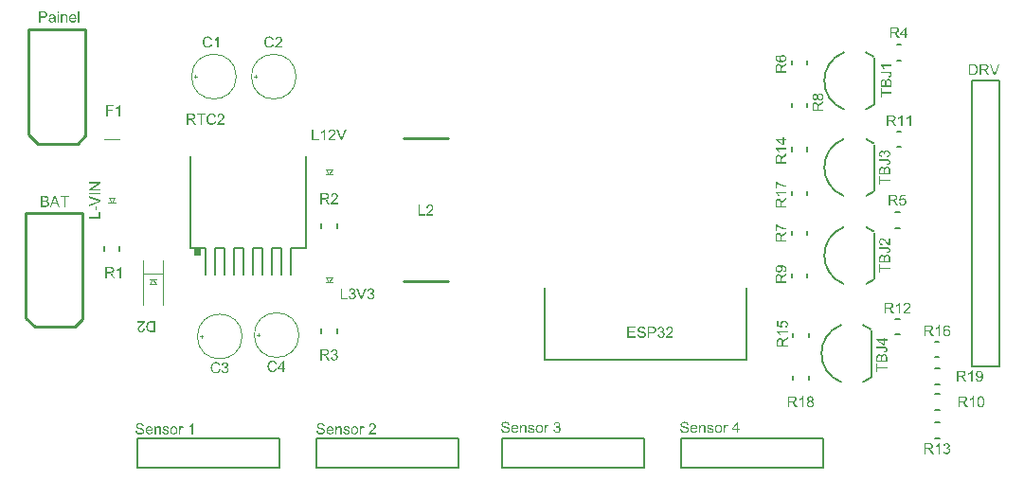
<source format=gbr>
%TF.GenerationSoftware,Altium Limited,Altium Designer,24.6.1 (21)*%
G04 Layer_Color=65535*
%FSLAX45Y45*%
%MOMM*%
%TF.SameCoordinates,C77CD831-7174-4571-8234-5D84135F7459*%
%TF.FilePolarity,Positive*%
%TF.FileFunction,Legend,Top*%
%TF.Part,Single*%
G01*
G75*
%TA.AperFunction,NonConductor*%
%ADD35C,0.15240*%
%ADD36C,0.10000*%
%ADD37C,0.20000*%
%ADD38C,0.25400*%
G36*
X4088500Y4538650D02*
X4028499D01*
Y4468650D01*
X4088500D01*
Y4538650D01*
D02*
G37*
G36*
X9623563Y5920604D02*
X9624603Y5920456D01*
X9625940Y5920307D01*
X9628912Y5919713D01*
X9632181Y5918524D01*
X9633964Y5917929D01*
X9635747Y5917038D01*
X9637530Y5915998D01*
X9639313Y5914809D01*
X9640948Y5913472D01*
X9642582Y5911837D01*
X9642731Y5911689D01*
X9642879Y5911392D01*
X9643325Y5910946D01*
X9643919Y5910203D01*
X9644514Y5909311D01*
X9645257Y5908271D01*
X9646000Y5907082D01*
X9646743Y5905597D01*
X9647634Y5903962D01*
X9648377Y5902179D01*
X9649120Y5900247D01*
X9649715Y5898167D01*
X9650309Y5896087D01*
X9650755Y5893709D01*
X9650903Y5891183D01*
X9651052Y5888509D01*
Y5887171D01*
X9650903Y5886131D01*
X9650755Y5884943D01*
X9650606Y5883457D01*
X9650309Y5881971D01*
X9650012Y5880188D01*
X9648972Y5876473D01*
X9648229Y5874541D01*
X9647486Y5872610D01*
X9646446Y5870678D01*
X9645405Y5868746D01*
X9644068Y5866963D01*
X9642582Y5865180D01*
X9642434Y5865031D01*
X9642136Y5864734D01*
X9641691Y5864437D01*
X9641096Y5863843D01*
X9640205Y5863100D01*
X9639165Y5862357D01*
X9637976Y5861614D01*
X9636639Y5860871D01*
X9635153Y5859979D01*
X9633518Y5859236D01*
X9629952Y5857751D01*
X9627872Y5857156D01*
X9625792Y5856859D01*
X9623563Y5856562D01*
X9621185Y5856413D01*
X9621037D01*
X9620739D01*
X9620294D01*
X9619551Y5856562D01*
X9618808D01*
X9617768Y5856710D01*
X9615687Y5857008D01*
X9613161Y5857602D01*
X9610487Y5858493D01*
X9607812Y5859534D01*
X9605286Y5861168D01*
X9605138D01*
X9604989Y5861465D01*
X9604246Y5862060D01*
X9603057Y5863248D01*
X9601720Y5864734D01*
X9600234Y5866666D01*
X9598748Y5869043D01*
X9597411Y5871867D01*
X9596371Y5874987D01*
Y5874838D01*
X9596222Y5874690D01*
X9595925Y5873798D01*
X9595182Y5872461D01*
X9594439Y5870826D01*
X9593250Y5868895D01*
X9591913Y5867112D01*
X9590427Y5865329D01*
X9588644Y5863843D01*
X9588347Y5863694D01*
X9587752Y5863248D01*
X9586712Y5862654D01*
X9585226Y5862060D01*
X9583443Y5861465D01*
X9581363Y5860871D01*
X9579134Y5860425D01*
X9576608Y5860277D01*
X9576460D01*
X9576162D01*
X9575568D01*
X9574825Y5860425D01*
X9573934Y5860574D01*
X9572893Y5860722D01*
X9570367Y5861168D01*
X9567544Y5862060D01*
X9564572Y5863546D01*
X9562938Y5864288D01*
X9561452Y5865329D01*
X9559966Y5866517D01*
X9558629Y5867855D01*
X9558480Y5868003D01*
X9558332Y5868152D01*
X9557886Y5868598D01*
X9557440Y5869192D01*
X9556994Y5870084D01*
X9556251Y5870975D01*
X9555657Y5872015D01*
X9554914Y5873352D01*
X9553577Y5876176D01*
X9552537Y5879742D01*
X9551645Y5883754D01*
X9551497Y5885834D01*
X9551348Y5888211D01*
Y5889400D01*
X9551497Y5890292D01*
Y5891480D01*
X9551794Y5892669D01*
X9552239Y5895641D01*
X9553131Y5898910D01*
X9554468Y5902328D01*
X9555360Y5904111D01*
X9556251Y5905745D01*
X9557440Y5907380D01*
X9558777Y5908865D01*
X9558926Y5909014D01*
X9559075Y5909163D01*
X9559520Y5909608D01*
X9560115Y5910054D01*
X9560858Y5910649D01*
X9561749Y5911392D01*
X9563829Y5912877D01*
X9566504Y5914215D01*
X9569624Y5915552D01*
X9573042Y5916444D01*
X9574974Y5916592D01*
X9576905Y5916741D01*
X9577203D01*
X9578094D01*
X9579283Y5916592D01*
X9580917Y5916295D01*
X9582849Y5915849D01*
X9584781Y5915255D01*
X9586861Y5914363D01*
X9588793Y5913175D01*
X9588941Y5913026D01*
X9589536Y5912580D01*
X9590427Y5911689D01*
X9591616Y5910500D01*
X9592805Y5909014D01*
X9593993Y5907082D01*
X9595331Y5904854D01*
X9596371Y5902328D01*
Y5902476D01*
X9596519Y5902773D01*
X9596668Y5903219D01*
X9596965Y5903813D01*
X9597708Y5905448D01*
X9598600Y5907380D01*
X9599937Y5909608D01*
X9601571Y5911837D01*
X9603652Y5914066D01*
X9605880Y5915998D01*
X9606178Y5916146D01*
X9607069Y5916741D01*
X9608406Y5917484D01*
X9610338Y5918375D01*
X9612567Y5919267D01*
X9615242Y5920010D01*
X9618213Y5920604D01*
X9621482Y5920753D01*
X9621631D01*
X9622077D01*
X9622671D01*
X9623563Y5920604D01*
D02*
G37*
G36*
X9649417Y5832936D02*
X9629209Y5820009D01*
X9629060D01*
X9628763Y5819712D01*
X9628318Y5819414D01*
X9627723Y5819117D01*
X9626237Y5818077D01*
X9624306Y5816740D01*
X9622077Y5815254D01*
X9619848Y5813619D01*
X9617768Y5812133D01*
X9615836Y5810648D01*
X9615687Y5810499D01*
X9615093Y5810053D01*
X9614201Y5809310D01*
X9613161Y5808567D01*
X9611081Y5806338D01*
X9610041Y5805298D01*
X9609298Y5804110D01*
X9609149Y5803961D01*
X9609001Y5803664D01*
X9608704Y5803069D01*
X9608258Y5802326D01*
X9607366Y5800543D01*
X9606623Y5798315D01*
Y5798166D01*
X9606475Y5797869D01*
Y5797274D01*
X9606326Y5796531D01*
X9606178Y5795491D01*
Y5794303D01*
X9606029Y5792817D01*
Y5776175D01*
X9649417D01*
Y5763247D01*
X9551794D01*
Y5808567D01*
X9551942Y5809756D01*
Y5810945D01*
X9552091Y5813916D01*
X9552388Y5817037D01*
X9552982Y5820306D01*
X9553577Y5823426D01*
X9554023Y5824912D01*
X9554468Y5826249D01*
Y5826398D01*
X9554617Y5826547D01*
X9554914Y5827438D01*
X9555657Y5828627D01*
X9556697Y5830113D01*
X9557886Y5831896D01*
X9559520Y5833679D01*
X9561452Y5835462D01*
X9563829Y5837097D01*
X9564127Y5837245D01*
X9565018Y5837691D01*
X9566356Y5838434D01*
X9568139Y5839177D01*
X9570367Y5839920D01*
X9572893Y5840663D01*
X9575568Y5841108D01*
X9578540Y5841257D01*
X9578688D01*
X9578986D01*
X9579580D01*
X9580323Y5841108D01*
X9581215D01*
X9582255Y5840960D01*
X9584632Y5840366D01*
X9587455Y5839623D01*
X9590279Y5838434D01*
X9593250Y5836651D01*
X9594736Y5835611D01*
X9596074Y5834422D01*
X9596371Y5834125D01*
X9596668Y5833679D01*
X9597262Y5833233D01*
X9597708Y5832490D01*
X9598451Y5831599D01*
X9599045Y5830559D01*
X9599788Y5829370D01*
X9600531Y5828033D01*
X9601274Y5826398D01*
X9602017Y5824764D01*
X9602760Y5822832D01*
X9603503Y5820900D01*
X9604097Y5818671D01*
X9604543Y5816294D01*
X9604989Y5813768D01*
X9605138Y5814065D01*
X9605435Y5814659D01*
X9605880Y5815551D01*
X9606475Y5816591D01*
X9608109Y5819117D01*
X9609001Y5820454D01*
X9609892Y5821495D01*
X9610190Y5821792D01*
X9610784Y5822535D01*
X9611973Y5823575D01*
X9613459Y5824912D01*
X9615390Y5826547D01*
X9617619Y5828330D01*
X9620145Y5830261D01*
X9622968Y5832193D01*
X9649417Y5849132D01*
Y5832936D01*
D02*
G37*
G36*
X10259017Y6165414D02*
X10182642D01*
X10182791Y6165265D01*
X10183385Y6164671D01*
X10184128Y6163631D01*
X10185168Y6162293D01*
X10186505Y6160659D01*
X10187843Y6158727D01*
X10189477Y6156498D01*
X10190963Y6153972D01*
Y6153824D01*
X10191112Y6153675D01*
X10191706Y6152784D01*
X10192449Y6151446D01*
X10193341Y6149812D01*
X10194381Y6147880D01*
X10195272Y6145800D01*
X10196312Y6143571D01*
X10197204Y6141491D01*
X10185465D01*
Y6141639D01*
X10185317Y6141937D01*
X10185020Y6142531D01*
X10184574Y6143125D01*
X10184128Y6144017D01*
X10183682Y6145057D01*
X10182345Y6147434D01*
X10180710Y6150109D01*
X10178779Y6153081D01*
X10176550Y6156053D01*
X10174172Y6158876D01*
X10174024Y6159025D01*
X10173875Y6159173D01*
X10172984Y6160065D01*
X10171646Y6161402D01*
X10170012Y6163036D01*
X10167932Y6164820D01*
X10165703Y6166603D01*
X10163325Y6168237D01*
X10160948Y6169574D01*
Y6177450D01*
X10259017D01*
Y6165414D01*
D02*
G37*
G36*
X10231082Y6115933D02*
X10232271D01*
X10234946Y6115785D01*
X10238066Y6115339D01*
X10241187Y6114893D01*
X10244307Y6114150D01*
X10246982Y6113110D01*
X10247279Y6112962D01*
X10248022Y6112516D01*
X10249210Y6111773D01*
X10250696Y6110881D01*
X10252479Y6109544D01*
X10254114Y6107910D01*
X10255748Y6105829D01*
X10257234Y6103600D01*
X10257383Y6103303D01*
X10257829Y6102412D01*
X10258274Y6101074D01*
X10258869Y6099291D01*
X10259612Y6097062D01*
X10260057Y6094536D01*
X10260503Y6091565D01*
X10260652Y6088444D01*
Y6087256D01*
X10260503Y6086364D01*
X10260355Y6085324D01*
X10260206Y6083987D01*
X10259760Y6081163D01*
X10258869Y6078043D01*
X10257531Y6074774D01*
X10256788Y6073139D01*
X10255748Y6071654D01*
X10254708Y6070168D01*
X10253371Y6068830D01*
X10253222D01*
X10253074Y6068533D01*
X10252628Y6068236D01*
X10252034Y6067790D01*
X10251142Y6067196D01*
X10250251Y6066750D01*
X10249062Y6066007D01*
X10247873Y6065413D01*
X10246387Y6064818D01*
X10244753Y6064224D01*
X10242970Y6063630D01*
X10240889Y6063184D01*
X10238809Y6062738D01*
X10236432Y6062441D01*
X10234054Y6062292D01*
X10231380D01*
X10229745Y6073882D01*
X10229894D01*
X10230191D01*
X10230785D01*
X10231528Y6074031D01*
X10232420D01*
X10233460Y6074180D01*
X10235837Y6074625D01*
X10238512Y6075071D01*
X10241038Y6075814D01*
X10243267Y6076854D01*
X10244307Y6077449D01*
X10245198Y6078043D01*
X10245347Y6078192D01*
X10245793Y6078786D01*
X10246536Y6079529D01*
X10247130Y6080718D01*
X10247873Y6082203D01*
X10248616Y6083987D01*
X10249062Y6086067D01*
X10249210Y6088444D01*
Y6089336D01*
X10249062Y6090227D01*
X10248913Y6091267D01*
X10248616Y6092605D01*
X10248319Y6094091D01*
X10247724Y6095428D01*
X10246982Y6096765D01*
X10246833Y6096914D01*
X10246536Y6097360D01*
X10246090Y6097954D01*
X10245347Y6098697D01*
X10244604Y6099589D01*
X10243564Y6100331D01*
X10242375Y6101074D01*
X10241038Y6101669D01*
X10240889D01*
X10240295Y6101966D01*
X10239403Y6102115D01*
X10238066Y6102412D01*
X10236283Y6102709D01*
X10234203Y6102857D01*
X10231677Y6103155D01*
X10228705D01*
X10161394D01*
Y6116082D01*
X10227962D01*
X10228111D01*
X10228556D01*
X10229151D01*
X10230042D01*
X10231082Y6115933D01*
D02*
G37*
G36*
X10233311Y6051000D02*
X10234946Y6050851D01*
X10236877Y6050405D01*
X10239106Y6049959D01*
X10241335Y6049217D01*
X10243564Y6048176D01*
X10243861Y6048028D01*
X10244604Y6047731D01*
X10245644Y6046988D01*
X10246982Y6046245D01*
X10248467Y6045205D01*
X10249953Y6044016D01*
X10251439Y6042530D01*
X10252777Y6041044D01*
X10252925Y6040895D01*
X10253222Y6040301D01*
X10253817Y6039410D01*
X10254560Y6038072D01*
X10255303Y6036586D01*
X10256046Y6034655D01*
X10256788Y6032574D01*
X10257531Y6030346D01*
Y6030048D01*
X10257829Y6029157D01*
X10257977Y6027820D01*
X10258274Y6026036D01*
X10258572Y6023659D01*
X10258720Y6020984D01*
X10259017Y6018013D01*
Y5977448D01*
X10161394D01*
Y6015784D01*
X10161542Y6016824D01*
Y6017864D01*
X10161691Y6020390D01*
X10162137Y6023213D01*
X10162582Y6026185D01*
X10163325Y6029157D01*
X10164365Y6031831D01*
Y6031980D01*
X10164514Y6032129D01*
X10164960Y6033020D01*
X10165703Y6034209D01*
X10166594Y6035695D01*
X10167932Y6037478D01*
X10169566Y6039261D01*
X10171349Y6040895D01*
X10173578Y6042530D01*
X10173875Y6042679D01*
X10174618Y6043124D01*
X10175956Y6043719D01*
X10177590Y6044462D01*
X10179522Y6045205D01*
X10181602Y6045799D01*
X10183979Y6046245D01*
X10186505Y6046393D01*
X10186803D01*
X10187546D01*
X10188734Y6046245D01*
X10190369Y6045948D01*
X10192152Y6045502D01*
X10194083Y6044907D01*
X10196312Y6044164D01*
X10198393Y6042976D01*
X10198690Y6042827D01*
X10199284Y6042381D01*
X10200324Y6041490D01*
X10201513Y6040450D01*
X10202999Y6038964D01*
X10204336Y6037181D01*
X10205822Y6035100D01*
X10207159Y6032574D01*
Y6032723D01*
X10207308Y6033020D01*
X10207457Y6033466D01*
X10207605Y6034060D01*
X10208348Y6035695D01*
X10209240Y6037626D01*
X10210577Y6039855D01*
X10212063Y6042084D01*
X10213846Y6044313D01*
X10216075Y6046245D01*
X10216372Y6046393D01*
X10217115Y6046988D01*
X10218452Y6047731D01*
X10220235Y6048771D01*
X10222464Y6049662D01*
X10224842Y6050405D01*
X10227665Y6051000D01*
X10230785Y6051148D01*
X10231082D01*
X10231974D01*
X10233311Y6051000D01*
D02*
G37*
G36*
X10172835Y5932573D02*
X10259017D01*
Y5919646D01*
X10172835D01*
Y5887551D01*
X10161394D01*
Y5964669D01*
X10172835D01*
Y5932573D01*
D02*
G37*
G36*
X3678716Y3785565D02*
X3641271D01*
X3638745Y3785714D01*
X3636070Y3785862D01*
X3633098Y3786160D01*
X3630275Y3786605D01*
X3627898Y3787051D01*
X3627749D01*
X3627452Y3787200D01*
X3627155D01*
X3626560Y3787497D01*
X3624926Y3787943D01*
X3622994Y3788686D01*
X3620765Y3789577D01*
X3618388Y3790766D01*
X3616011Y3792252D01*
X3613633Y3794035D01*
X3613485D01*
X3613336Y3794332D01*
X3612296Y3795224D01*
X3610958Y3796709D01*
X3609324Y3798641D01*
X3607392Y3801019D01*
X3605461Y3803842D01*
X3603678Y3807111D01*
X3602043Y3810825D01*
Y3810974D01*
X3601894Y3811271D01*
X3601746Y3811866D01*
X3601449Y3812609D01*
X3601152Y3813500D01*
X3600854Y3814689D01*
X3600409Y3816026D01*
X3600111Y3817512D01*
X3599814Y3819147D01*
X3599368Y3820930D01*
X3598774Y3824793D01*
X3598328Y3829102D01*
X3598180Y3833857D01*
Y3834006D01*
Y3834303D01*
Y3834897D01*
Y3835789D01*
X3598328Y3836680D01*
Y3837869D01*
X3598477Y3840543D01*
X3598774Y3843515D01*
X3599368Y3846933D01*
X3599963Y3850350D01*
X3600854Y3853619D01*
Y3853768D01*
X3601003Y3854065D01*
X3601152Y3854511D01*
X3601300Y3855105D01*
X3601894Y3856591D01*
X3602637Y3858671D01*
X3603529Y3860900D01*
X3604718Y3863278D01*
X3606055Y3865655D01*
X3607541Y3867884D01*
X3607690Y3868181D01*
X3608284Y3868776D01*
X3609027Y3869816D01*
X3610216Y3871153D01*
X3611404Y3872490D01*
X3613039Y3873976D01*
X3614673Y3875462D01*
X3616456Y3876799D01*
X3616605Y3876948D01*
X3617348Y3877245D01*
X3618388Y3877840D01*
X3619725Y3878583D01*
X3621360Y3879325D01*
X3623291Y3880068D01*
X3625520Y3880811D01*
X3628046Y3881554D01*
X3628344D01*
X3629235Y3881852D01*
X3630572Y3882000D01*
X3632504Y3882297D01*
X3634733Y3882594D01*
X3637408Y3882892D01*
X3640379Y3883040D01*
X3643648Y3883189D01*
X3678716D01*
Y3785565D01*
D02*
G37*
G36*
X3586887Y3883040D02*
Y3882446D01*
Y3881554D01*
X3586738Y3880514D01*
X3586590Y3879325D01*
X3586441Y3877988D01*
X3585995Y3876502D01*
X3585550Y3875016D01*
Y3874868D01*
X3585401Y3874719D01*
X3585104Y3873828D01*
X3584509Y3872639D01*
X3583618Y3870856D01*
X3582578Y3868924D01*
X3581092Y3866695D01*
X3579606Y3864466D01*
X3577674Y3862089D01*
Y3861940D01*
X3577377Y3861792D01*
X3576634Y3860900D01*
X3575445Y3859563D01*
X3573662Y3857780D01*
X3571434Y3855700D01*
X3568759Y3853174D01*
X3565490Y3850350D01*
X3561924Y3847230D01*
X3561775Y3847081D01*
X3561181Y3846636D01*
X3560438Y3846041D01*
X3559398Y3845001D01*
X3558060Y3843961D01*
X3556575Y3842624D01*
X3553306Y3839801D01*
X3549739Y3836383D01*
X3546173Y3832965D01*
X3544390Y3831331D01*
X3542904Y3829696D01*
X3541567Y3828062D01*
X3540378Y3826576D01*
Y3826427D01*
X3540081Y3826279D01*
X3539784Y3825833D01*
X3539487Y3825239D01*
X3538595Y3823753D01*
X3537555Y3821821D01*
X3536515Y3819592D01*
X3535623Y3817215D01*
X3535029Y3814540D01*
X3534732Y3812014D01*
Y3811866D01*
Y3811717D01*
X3534880Y3810825D01*
X3535029Y3809488D01*
X3535326Y3807854D01*
X3536069Y3805922D01*
X3536961Y3803990D01*
X3538149Y3801910D01*
X3539932Y3799978D01*
X3540230Y3799830D01*
X3540824Y3799235D01*
X3542013Y3798493D01*
X3543499Y3797452D01*
X3545430Y3796561D01*
X3547659Y3795818D01*
X3550334Y3795224D01*
X3553306Y3795075D01*
X3554197D01*
X3554791Y3795224D01*
X3556277Y3795372D01*
X3558209Y3795669D01*
X3560438Y3796412D01*
X3562815Y3797304D01*
X3565044Y3798641D01*
X3567124Y3800424D01*
X3567273Y3800721D01*
X3567867Y3801316D01*
X3568759Y3802504D01*
X3569650Y3804139D01*
X3570691Y3806219D01*
X3571434Y3808597D01*
X3572028Y3811420D01*
X3572325Y3814689D01*
X3584658Y3813352D01*
Y3813203D01*
Y3812757D01*
X3584509Y3812014D01*
X3584361Y3811123D01*
X3584064Y3809934D01*
X3583915Y3808597D01*
X3583024Y3805625D01*
X3581835Y3802207D01*
X3580200Y3798790D01*
X3577972Y3795372D01*
X3576783Y3793886D01*
X3575297Y3792400D01*
X3575148Y3792252D01*
X3574851Y3792103D01*
X3574405Y3791657D01*
X3573811Y3791212D01*
X3572919Y3790766D01*
X3571879Y3790023D01*
X3570691Y3789429D01*
X3569353Y3788686D01*
X3567867Y3788091D01*
X3566233Y3787348D01*
X3564301Y3786754D01*
X3562370Y3786308D01*
X3557912Y3785417D01*
X3555534Y3785268D01*
X3553008Y3785119D01*
X3551671D01*
X3550631Y3785268D01*
X3549442Y3785417D01*
X3548105Y3785565D01*
X3546619Y3785714D01*
X3544985Y3786160D01*
X3541418Y3787051D01*
X3537704Y3788388D01*
X3535772Y3789280D01*
X3533989Y3790320D01*
X3532354Y3791657D01*
X3530720Y3792995D01*
X3530571Y3793143D01*
X3530423Y3793292D01*
X3529977Y3793738D01*
X3529383Y3794332D01*
X3528788Y3795224D01*
X3528045Y3796115D01*
X3526559Y3798344D01*
X3525073Y3801167D01*
X3523736Y3804436D01*
X3522696Y3808151D01*
X3522547Y3810231D01*
X3522399Y3812311D01*
Y3812609D01*
Y3813352D01*
X3522547Y3814540D01*
X3522696Y3816026D01*
X3522993Y3817809D01*
X3523439Y3819741D01*
X3524033Y3821821D01*
X3524925Y3823901D01*
X3525073Y3824199D01*
X3525371Y3824942D01*
X3525965Y3825982D01*
X3526857Y3827468D01*
X3527897Y3829251D01*
X3529234Y3831331D01*
X3531017Y3833411D01*
X3532949Y3835789D01*
X3533246Y3836086D01*
X3533989Y3836977D01*
X3535326Y3838315D01*
X3536218Y3839206D01*
X3537258Y3840246D01*
X3538447Y3841435D01*
X3539932Y3842772D01*
X3541418Y3844110D01*
X3543053Y3845744D01*
X3544836Y3847379D01*
X3546916Y3849162D01*
X3548996Y3850945D01*
X3551374Y3853025D01*
X3551522Y3853174D01*
X3551820Y3853471D01*
X3552414Y3853917D01*
X3553157Y3854511D01*
X3554940Y3855997D01*
X3557169Y3857929D01*
X3559398Y3860009D01*
X3561775Y3862089D01*
X3563707Y3863872D01*
X3564450Y3864615D01*
X3565193Y3865358D01*
X3565341Y3865507D01*
X3565639Y3865952D01*
X3566233Y3866547D01*
X3566976Y3867438D01*
X3568610Y3869370D01*
X3570245Y3871747D01*
X3522250D01*
Y3883189D01*
X3586887D01*
Y3883040D01*
D02*
G37*
G36*
X6134856Y4925686D02*
X6136045Y4925538D01*
X6137382Y4925389D01*
X6138868Y4925240D01*
X6140503Y4924795D01*
X6144069Y4923903D01*
X6147784Y4922566D01*
X6149715Y4921674D01*
X6151498Y4920634D01*
X6153133Y4919297D01*
X6154767Y4917959D01*
X6154916Y4917811D01*
X6155065Y4917662D01*
X6155510Y4917216D01*
X6156105Y4916622D01*
X6156699Y4915731D01*
X6157442Y4914839D01*
X6158928Y4912610D01*
X6160414Y4909787D01*
X6161751Y4906518D01*
X6162791Y4902803D01*
X6162940Y4900723D01*
X6163089Y4898643D01*
Y4898346D01*
Y4897603D01*
X6162940Y4896414D01*
X6162791Y4894928D01*
X6162494Y4893145D01*
X6162048Y4891213D01*
X6161454Y4889133D01*
X6160562Y4887053D01*
X6160414Y4886756D01*
X6160117Y4886013D01*
X6159522Y4884972D01*
X6158631Y4883487D01*
X6157591Y4881703D01*
X6156253Y4879623D01*
X6154470Y4877543D01*
X6152539Y4875166D01*
X6152241Y4874868D01*
X6151498Y4873977D01*
X6150161Y4872639D01*
X6149270Y4871748D01*
X6148230Y4870708D01*
X6147041Y4869519D01*
X6145555Y4868182D01*
X6144069Y4866844D01*
X6142435Y4865210D01*
X6140651Y4863575D01*
X6138571Y4861792D01*
X6136491Y4860009D01*
X6134113Y4857929D01*
X6133965Y4857780D01*
X6133668Y4857483D01*
X6133073Y4857038D01*
X6132330Y4856443D01*
X6130547Y4854957D01*
X6128318Y4853026D01*
X6126090Y4850945D01*
X6123712Y4848865D01*
X6121780Y4847082D01*
X6121038Y4846339D01*
X6120295Y4845596D01*
X6120146Y4845448D01*
X6119849Y4845002D01*
X6119254Y4844407D01*
X6118512Y4843516D01*
X6116877Y4841584D01*
X6115243Y4839207D01*
X6163237D01*
Y4827765D01*
X6098600D01*
Y4827914D01*
Y4828508D01*
Y4829400D01*
X6098749Y4830440D01*
X6098898Y4831629D01*
X6099046Y4832966D01*
X6099492Y4834452D01*
X6099938Y4835938D01*
Y4836086D01*
X6100086Y4836235D01*
X6100384Y4837126D01*
X6100978Y4838315D01*
X6101869Y4840098D01*
X6102910Y4842030D01*
X6104395Y4844259D01*
X6105881Y4846488D01*
X6107813Y4848865D01*
Y4849014D01*
X6108110Y4849162D01*
X6108853Y4850054D01*
X6110042Y4851391D01*
X6111825Y4853174D01*
X6114054Y4855254D01*
X6116728Y4857780D01*
X6119997Y4860604D01*
X6123564Y4863724D01*
X6123712Y4863873D01*
X6124307Y4864318D01*
X6125049Y4864913D01*
X6126090Y4865953D01*
X6127427Y4866993D01*
X6128913Y4868330D01*
X6132182Y4871154D01*
X6135748Y4874571D01*
X6139314Y4877989D01*
X6141097Y4879623D01*
X6142583Y4881258D01*
X6143920Y4882892D01*
X6145109Y4884378D01*
Y4884527D01*
X6145406Y4884675D01*
X6145703Y4885121D01*
X6146001Y4885715D01*
X6146892Y4887201D01*
X6147932Y4889133D01*
X6148972Y4891362D01*
X6149864Y4893739D01*
X6150458Y4896414D01*
X6150756Y4898940D01*
Y4899088D01*
Y4899237D01*
X6150607Y4900129D01*
X6150458Y4901466D01*
X6150161Y4903100D01*
X6149418Y4905032D01*
X6148527Y4906964D01*
X6147338Y4909044D01*
X6145555Y4910976D01*
X6145258Y4911124D01*
X6144663Y4911719D01*
X6143475Y4912462D01*
X6141989Y4913502D01*
X6140057Y4914393D01*
X6137828Y4915136D01*
X6135154Y4915731D01*
X6132182Y4915879D01*
X6131290D01*
X6130696Y4915731D01*
X6129210Y4915582D01*
X6127278Y4915285D01*
X6125049Y4914542D01*
X6122672Y4913650D01*
X6120443Y4912313D01*
X6118363Y4910530D01*
X6118214Y4910233D01*
X6117620Y4909638D01*
X6116728Y4908450D01*
X6115837Y4906815D01*
X6114797Y4904735D01*
X6114054Y4902357D01*
X6113459Y4899534D01*
X6113162Y4896265D01*
X6100829Y4897603D01*
Y4897751D01*
Y4898197D01*
X6100978Y4898940D01*
X6101126Y4899831D01*
X6101424Y4901020D01*
X6101572Y4902357D01*
X6102464Y4905329D01*
X6103653Y4908747D01*
X6105287Y4912164D01*
X6107516Y4915582D01*
X6108705Y4917068D01*
X6110190Y4918554D01*
X6110339Y4918702D01*
X6110636Y4918851D01*
X6111082Y4919297D01*
X6111676Y4919743D01*
X6112568Y4920188D01*
X6113608Y4920931D01*
X6114797Y4921526D01*
X6116134Y4922269D01*
X6117620Y4922863D01*
X6119254Y4923606D01*
X6121186Y4924200D01*
X6123118Y4924646D01*
X6127576Y4925538D01*
X6129953Y4925686D01*
X6132479Y4925835D01*
X6133816D01*
X6134856Y4925686D01*
D02*
G37*
G36*
X6041690Y4839207D02*
X6089685D01*
Y4827765D01*
X6028763D01*
Y4925389D01*
X6041690D01*
Y4839207D01*
D02*
G37*
G36*
X4184707Y5739898D02*
X4185896Y5739749D01*
X4187382Y5739601D01*
X4189016Y5739452D01*
X4190799Y5739155D01*
X4194663Y5738263D01*
X4198823Y5736926D01*
X4200903Y5736035D01*
X4202984Y5734994D01*
X4204915Y5733806D01*
X4206847Y5732468D01*
X4206996Y5732320D01*
X4207293Y5732171D01*
X4207739Y5731725D01*
X4208482Y5731131D01*
X4209224Y5730388D01*
X4210265Y5729348D01*
X4211305Y5728308D01*
X4212345Y5727119D01*
X4213534Y5725633D01*
X4214574Y5724147D01*
X4215762Y5722364D01*
X4216951Y5720433D01*
X4217991Y5718501D01*
X4219031Y5716272D01*
X4220815Y5711517D01*
X4208036Y5708545D01*
Y5708694D01*
X4207887Y5708991D01*
X4207739Y5709585D01*
X4207441Y5710328D01*
X4206996Y5711220D01*
X4206550Y5712260D01*
X4205510Y5714489D01*
X4204172Y5717015D01*
X4202389Y5719690D01*
X4200458Y5722067D01*
X4198080Y5724147D01*
X4197783Y5724296D01*
X4196892Y5724890D01*
X4195554Y5725633D01*
X4193623Y5726673D01*
X4191394Y5727565D01*
X4188570Y5728308D01*
X4185450Y5728902D01*
X4181884Y5729051D01*
X4180844D01*
X4180101Y5728902D01*
X4179061D01*
X4178021Y5728754D01*
X4175346Y5728308D01*
X4172374Y5727713D01*
X4169254Y5726673D01*
X4166133Y5725336D01*
X4163162Y5723553D01*
X4163013D01*
X4162864Y5723256D01*
X4161973Y5722513D01*
X4160636Y5721324D01*
X4159001Y5719690D01*
X4157367Y5717609D01*
X4155584Y5715232D01*
X4153949Y5712260D01*
X4152612Y5708991D01*
Y5708843D01*
X4152463Y5708545D01*
X4152315Y5708100D01*
X4152166Y5707357D01*
X4151869Y5706614D01*
X4151720Y5705574D01*
X4151126Y5703196D01*
X4150531Y5700373D01*
X4150086Y5697253D01*
X4149788Y5693835D01*
X4149640Y5690269D01*
Y5690120D01*
Y5689674D01*
Y5689080D01*
Y5688189D01*
X4149788Y5687148D01*
Y5685811D01*
X4149937Y5684474D01*
X4150086Y5682988D01*
X4150531Y5679570D01*
X4151126Y5675856D01*
X4152017Y5672141D01*
X4153206Y5668575D01*
Y5668426D01*
X4153355Y5668129D01*
X4153652Y5667683D01*
X4153949Y5667089D01*
X4154692Y5665306D01*
X4155881Y5663374D01*
X4157515Y5660997D01*
X4159447Y5658768D01*
X4161676Y5656539D01*
X4164350Y5654607D01*
X4164499D01*
X4164648Y5654459D01*
X4165093Y5654161D01*
X4165688Y5653864D01*
X4167322Y5653270D01*
X4169402Y5652378D01*
X4171780Y5651635D01*
X4174603Y5650892D01*
X4177723Y5650298D01*
X4180992Y5650149D01*
X4182033D01*
X4182775Y5650298D01*
X4183667D01*
X4184856Y5650447D01*
X4187382Y5650892D01*
X4190205Y5651635D01*
X4193325Y5652824D01*
X4196297Y5654310D01*
X4199269Y5656390D01*
X4199418Y5656539D01*
X4199566Y5656687D01*
X4200458Y5657579D01*
X4201795Y5659065D01*
X4203429Y5660997D01*
X4205064Y5663671D01*
X4206847Y5666792D01*
X4208333Y5670655D01*
X4209522Y5674964D01*
X4222449Y5671695D01*
Y5671546D01*
X4222300Y5670952D01*
X4222003Y5670209D01*
X4221706Y5669020D01*
X4221112Y5667832D01*
X4220517Y5666197D01*
X4219923Y5664563D01*
X4219031Y5662780D01*
X4217100Y5658768D01*
X4214425Y5654756D01*
X4211453Y5650892D01*
X4209670Y5649109D01*
X4207739Y5647475D01*
X4207590Y5647326D01*
X4207293Y5647178D01*
X4206698Y5646732D01*
X4205807Y5646138D01*
X4204767Y5645543D01*
X4203578Y5644800D01*
X4202241Y5644057D01*
X4200606Y5643314D01*
X4198823Y5642571D01*
X4196892Y5641828D01*
X4194663Y5641085D01*
X4192434Y5640491D01*
X4187530Y5639451D01*
X4184856Y5639302D01*
X4182033Y5639154D01*
X4180547D01*
X4179358Y5639302D01*
X4178021D01*
X4176535Y5639451D01*
X4174752Y5639748D01*
X4172969Y5639897D01*
X4168808Y5640788D01*
X4164499Y5641828D01*
X4160338Y5643463D01*
X4158258Y5644354D01*
X4156326Y5645543D01*
X4156178Y5645692D01*
X4155881Y5645840D01*
X4155435Y5646286D01*
X4154692Y5646732D01*
X4152909Y5648218D01*
X4150829Y5650298D01*
X4148303Y5652824D01*
X4145925Y5656093D01*
X4143399Y5659808D01*
X4141319Y5664117D01*
Y5664266D01*
X4141170Y5664711D01*
X4140873Y5665306D01*
X4140576Y5666197D01*
X4140130Y5667386D01*
X4139684Y5668723D01*
X4139239Y5670209D01*
X4138793Y5671992D01*
X4138347Y5673775D01*
X4137901Y5675856D01*
X4137010Y5680313D01*
X4136415Y5685068D01*
X4136267Y5690269D01*
Y5690417D01*
Y5691012D01*
Y5691755D01*
X4136415Y5692795D01*
Y5694132D01*
X4136564Y5695767D01*
X4136713Y5697401D01*
X4137010Y5699333D01*
X4137753Y5703493D01*
X4138644Y5707951D01*
X4140130Y5712557D01*
X4142062Y5716866D01*
Y5717015D01*
X4142359Y5717312D01*
X4142656Y5717907D01*
X4143102Y5718798D01*
X4143696Y5719690D01*
X4144439Y5720730D01*
X4146371Y5723256D01*
X4148600Y5726079D01*
X4151423Y5728902D01*
X4154841Y5731725D01*
X4158555Y5734103D01*
X4158704D01*
X4159001Y5734400D01*
X4159595Y5734697D01*
X4160487Y5734994D01*
X4161379Y5735440D01*
X4162567Y5736035D01*
X4164053Y5736480D01*
X4165539Y5737075D01*
X4167174Y5737669D01*
X4168957Y5738115D01*
X4172969Y5739155D01*
X4177426Y5739749D01*
X4182181Y5740046D01*
X4183667D01*
X4184707Y5739898D01*
D02*
G37*
G36*
X4268066Y5738709D02*
X4269255Y5738561D01*
X4270592Y5738412D01*
X4272078Y5738263D01*
X4273713Y5737818D01*
X4277279Y5736926D01*
X4280993Y5735589D01*
X4282925Y5734697D01*
X4284708Y5733657D01*
X4286343Y5732320D01*
X4287977Y5730982D01*
X4288126Y5730834D01*
X4288274Y5730685D01*
X4288720Y5730239D01*
X4289315Y5729645D01*
X4289909Y5728754D01*
X4290652Y5727862D01*
X4292138Y5725633D01*
X4293624Y5722810D01*
X4294961Y5719541D01*
X4296001Y5715826D01*
X4296150Y5713746D01*
X4296298Y5711666D01*
Y5711369D01*
Y5710626D01*
X4296150Y5709437D01*
X4296001Y5707951D01*
X4295704Y5706168D01*
X4295258Y5704236D01*
X4294664Y5702156D01*
X4293772Y5700076D01*
X4293624Y5699779D01*
X4293326Y5699036D01*
X4292732Y5697995D01*
X4291841Y5696510D01*
X4290800Y5694726D01*
X4289463Y5692646D01*
X4287680Y5690566D01*
X4285748Y5688189D01*
X4285451Y5687891D01*
X4284708Y5687000D01*
X4283371Y5685662D01*
X4282479Y5684771D01*
X4281439Y5683731D01*
X4280251Y5682542D01*
X4278765Y5681205D01*
X4277279Y5679867D01*
X4275644Y5678233D01*
X4273861Y5676599D01*
X4271781Y5674815D01*
X4269701Y5673032D01*
X4267323Y5670952D01*
X4267175Y5670803D01*
X4266877Y5670506D01*
X4266283Y5670061D01*
X4265540Y5669466D01*
X4263757Y5667980D01*
X4261528Y5666049D01*
X4259299Y5663968D01*
X4256922Y5661888D01*
X4254990Y5660105D01*
X4254247Y5659362D01*
X4253504Y5658619D01*
X4253356Y5658471D01*
X4253059Y5658025D01*
X4252464Y5657430D01*
X4251721Y5656539D01*
X4250087Y5654607D01*
X4248452Y5652230D01*
X4296447D01*
Y5640788D01*
X4231810D01*
Y5640937D01*
Y5641531D01*
Y5642423D01*
X4231959Y5643463D01*
X4232107Y5644652D01*
X4232256Y5645989D01*
X4232702Y5647475D01*
X4233147Y5648961D01*
Y5649109D01*
X4233296Y5649258D01*
X4233593Y5650149D01*
X4234188Y5651338D01*
X4235079Y5653121D01*
X4236119Y5655053D01*
X4237605Y5657282D01*
X4239091Y5659511D01*
X4241023Y5661888D01*
Y5662037D01*
X4241320Y5662185D01*
X4242063Y5663077D01*
X4243252Y5664414D01*
X4245035Y5666197D01*
X4247264Y5668277D01*
X4249938Y5670803D01*
X4253207Y5673627D01*
X4256773Y5676747D01*
X4256922Y5676896D01*
X4257516Y5677341D01*
X4258259Y5677936D01*
X4259299Y5678976D01*
X4260637Y5680016D01*
X4262123Y5681353D01*
X4265392Y5684177D01*
X4268958Y5687594D01*
X4272524Y5691012D01*
X4274307Y5692646D01*
X4275793Y5694281D01*
X4277130Y5695915D01*
X4278319Y5697401D01*
Y5697550D01*
X4278616Y5697698D01*
X4278913Y5698144D01*
X4279210Y5698738D01*
X4280102Y5700224D01*
X4281142Y5702156D01*
X4282182Y5704385D01*
X4283074Y5706762D01*
X4283668Y5709437D01*
X4283965Y5711963D01*
Y5712112D01*
Y5712260D01*
X4283817Y5713152D01*
X4283668Y5714489D01*
X4283371Y5716123D01*
X4282628Y5718055D01*
X4281736Y5719987D01*
X4280548Y5722067D01*
X4278765Y5723999D01*
X4278467Y5724147D01*
X4277873Y5724742D01*
X4276684Y5725485D01*
X4275198Y5726525D01*
X4273267Y5727416D01*
X4271038Y5728159D01*
X4268363Y5728754D01*
X4265392Y5728902D01*
X4264500D01*
X4263906Y5728754D01*
X4262420Y5728605D01*
X4260488Y5728308D01*
X4258259Y5727565D01*
X4255882Y5726673D01*
X4253653Y5725336D01*
X4251573Y5723553D01*
X4251424Y5723256D01*
X4250830Y5722661D01*
X4249938Y5721473D01*
X4249047Y5719838D01*
X4248006Y5717758D01*
X4247264Y5715380D01*
X4246669Y5712557D01*
X4246372Y5709288D01*
X4234039Y5710626D01*
Y5710774D01*
Y5711220D01*
X4234188Y5711963D01*
X4234336Y5712854D01*
X4234633Y5714043D01*
X4234782Y5715380D01*
X4235674Y5718352D01*
X4236862Y5721770D01*
X4238497Y5725187D01*
X4240726Y5728605D01*
X4241914Y5730091D01*
X4243400Y5731577D01*
X4243549Y5731725D01*
X4243846Y5731874D01*
X4244292Y5732320D01*
X4244886Y5732766D01*
X4245778Y5733211D01*
X4246818Y5733954D01*
X4248006Y5734549D01*
X4249344Y5735292D01*
X4250830Y5735886D01*
X4252464Y5736629D01*
X4254396Y5737223D01*
X4256328Y5737669D01*
X4260785Y5738561D01*
X4263163Y5738709D01*
X4265689Y5738858D01*
X4267026D01*
X4268066Y5738709D01*
D02*
G37*
G36*
X4126608Y5726971D02*
X4094513D01*
Y5640788D01*
X4081586D01*
Y5726971D01*
X4049490D01*
Y5738412D01*
X4126608D01*
Y5726971D01*
D02*
G37*
G36*
X4005062Y5738263D02*
X4006251D01*
X4009222Y5738115D01*
X4012343Y5737818D01*
X4015612Y5737223D01*
X4018732Y5736629D01*
X4020218Y5736183D01*
X4021555Y5735737D01*
X4021704D01*
X4021853Y5735589D01*
X4022744Y5735292D01*
X4023933Y5734549D01*
X4025419Y5733508D01*
X4027202Y5732320D01*
X4028985Y5730685D01*
X4030768Y5728754D01*
X4032402Y5726376D01*
X4032551Y5726079D01*
X4032997Y5725187D01*
X4033740Y5723850D01*
X4034483Y5722067D01*
X4035226Y5719838D01*
X4035969Y5717312D01*
X4036414Y5714638D01*
X4036563Y5711666D01*
Y5711517D01*
Y5711220D01*
Y5710626D01*
X4036414Y5709883D01*
Y5708991D01*
X4036266Y5707951D01*
X4035671Y5705574D01*
X4034928Y5702750D01*
X4033740Y5699927D01*
X4031957Y5696955D01*
X4030916Y5695469D01*
X4029728Y5694132D01*
X4029431Y5693835D01*
X4028985Y5693538D01*
X4028539Y5692943D01*
X4027796Y5692498D01*
X4026905Y5691755D01*
X4025864Y5691160D01*
X4024676Y5690417D01*
X4023338Y5689674D01*
X4021704Y5688931D01*
X4020069Y5688189D01*
X4018138Y5687446D01*
X4016206Y5686703D01*
X4013977Y5686108D01*
X4011600Y5685662D01*
X4009074Y5685217D01*
X4009371Y5685068D01*
X4009965Y5684771D01*
X4010857Y5684325D01*
X4011897Y5683731D01*
X4014423Y5682096D01*
X4015760Y5681205D01*
X4016800Y5680313D01*
X4017098Y5680016D01*
X4017841Y5679422D01*
X4018881Y5678233D01*
X4020218Y5676747D01*
X4021853Y5674815D01*
X4023636Y5672587D01*
X4025567Y5670061D01*
X4027499Y5667237D01*
X4044438Y5640788D01*
X4028242D01*
X4015315Y5660997D01*
Y5661145D01*
X4015017Y5661442D01*
X4014720Y5661888D01*
X4014423Y5662482D01*
X4013383Y5663968D01*
X4012046Y5665900D01*
X4010560Y5668129D01*
X4008925Y5670358D01*
X4007439Y5672438D01*
X4005953Y5674370D01*
X4005805Y5674518D01*
X4005359Y5675113D01*
X4004616Y5676004D01*
X4003873Y5677044D01*
X4001644Y5679125D01*
X4000604Y5680165D01*
X3999415Y5680908D01*
X3999267Y5681056D01*
X3998970Y5681205D01*
X3998375Y5681502D01*
X3997632Y5681948D01*
X3995849Y5682839D01*
X3993620Y5683582D01*
X3993472D01*
X3993175Y5683731D01*
X3992580D01*
X3991837Y5683879D01*
X3990797Y5684028D01*
X3989608D01*
X3988123Y5684177D01*
X3971480D01*
Y5640788D01*
X3958553D01*
Y5738412D01*
X4003873D01*
X4005062Y5738263D01*
D02*
G37*
G36*
X8026448Y3834898D02*
X8027488D01*
X8030014Y3834601D01*
X8032986Y3834155D01*
X8036255Y3833561D01*
X8039524Y3832669D01*
X8042644Y3831480D01*
X8042793D01*
X8042941Y3831332D01*
X8043387Y3831183D01*
X8043981Y3830886D01*
X8045467Y3829994D01*
X8047399Y3828954D01*
X8049479Y3827468D01*
X8051559Y3825685D01*
X8053640Y3823605D01*
X8055423Y3821228D01*
X8055571Y3820930D01*
X8056166Y3820039D01*
X8056909Y3818553D01*
X8057652Y3816770D01*
X8058543Y3814541D01*
X8059435Y3811866D01*
X8060029Y3809043D01*
X8060326Y3805923D01*
X8047993Y3805031D01*
Y3805180D01*
Y3805477D01*
X8047845Y3805923D01*
X8047696Y3806517D01*
X8047399Y3808152D01*
X8046805Y3810232D01*
X8045913Y3812461D01*
X8044724Y3814690D01*
X8043090Y3816918D01*
X8041158Y3818850D01*
X8040861Y3818999D01*
X8040118Y3819593D01*
X8038781Y3820336D01*
X8036998Y3821228D01*
X8034620Y3822119D01*
X8031648Y3822862D01*
X8028231Y3823456D01*
X8024219Y3823605D01*
X8022287D01*
X8021396Y3823456D01*
X8020207D01*
X8017681Y3823011D01*
X8014858Y3822565D01*
X8012035Y3821822D01*
X8009360Y3820782D01*
X8008171Y3820039D01*
X8007131Y3819296D01*
X8006982Y3819147D01*
X8006388Y3818553D01*
X8005497Y3817661D01*
X8004605Y3816324D01*
X8003565Y3814838D01*
X8002822Y3813055D01*
X8002228Y3811123D01*
X8001930Y3808895D01*
Y3808597D01*
Y3808003D01*
X8002079Y3806963D01*
X8002376Y3805774D01*
X8002822Y3804437D01*
X8003565Y3802951D01*
X8004456Y3801614D01*
X8005645Y3800276D01*
X8005794Y3800128D01*
X8006537Y3799682D01*
X8006982Y3799385D01*
X8007577Y3798939D01*
X8008468Y3798642D01*
X8009508Y3798196D01*
X8010697Y3797602D01*
X8012035Y3797007D01*
X8013520Y3796562D01*
X8015304Y3795967D01*
X8017384Y3795224D01*
X8019613Y3794630D01*
X8022139Y3794036D01*
X8024962Y3793293D01*
X8025110D01*
X8025705Y3793144D01*
X8026448Y3792995D01*
X8027488Y3792698D01*
X8028825Y3792401D01*
X8030311Y3791955D01*
X8033580Y3791212D01*
X8037146Y3790172D01*
X8040712Y3789132D01*
X8042495Y3788686D01*
X8043981Y3788092D01*
X8045467Y3787498D01*
X8046656Y3787052D01*
X8046805D01*
X8047102Y3786903D01*
X8047399Y3786606D01*
X8047993Y3786309D01*
X8049479Y3785417D01*
X8051411Y3784377D01*
X8053491Y3782891D01*
X8055571Y3781108D01*
X8057503Y3779177D01*
X8059138Y3777096D01*
X8059286Y3776799D01*
X8059732Y3776056D01*
X8060475Y3774867D01*
X8061218Y3773084D01*
X8061961Y3771153D01*
X8062704Y3768775D01*
X8063149Y3766101D01*
X8063298Y3763277D01*
Y3763129D01*
Y3762980D01*
Y3762535D01*
Y3761940D01*
X8063001Y3760454D01*
X8062704Y3758523D01*
X8062258Y3756294D01*
X8061366Y3753768D01*
X8060326Y3751093D01*
X8058840Y3748567D01*
X8058692Y3748270D01*
X8057949Y3747378D01*
X8057057Y3746190D01*
X8055571Y3744704D01*
X8053788Y3742921D01*
X8051559Y3741138D01*
X8048885Y3739503D01*
X8045913Y3737869D01*
X8045764D01*
X8045467Y3737720D01*
X8045022Y3737571D01*
X8044427Y3737274D01*
X8043684Y3736977D01*
X8042793Y3736680D01*
X8040415Y3736085D01*
X8037741Y3735343D01*
X8034472Y3734748D01*
X8031054Y3734302D01*
X8027191Y3734154D01*
X8024962D01*
X8023922Y3734302D01*
X8022584D01*
X8021099Y3734451D01*
X8019464Y3734600D01*
X8016046Y3735045D01*
X8012332Y3735788D01*
X8008617Y3736680D01*
X8005051Y3737869D01*
X8004902D01*
X8004605Y3738017D01*
X8004159Y3738314D01*
X8003565Y3738612D01*
X8001930Y3739503D01*
X7999999Y3740840D01*
X7997621Y3742475D01*
X7995392Y3744407D01*
X7993015Y3746784D01*
X7990935Y3749459D01*
Y3749607D01*
X7990786Y3749756D01*
X7990489Y3750202D01*
X7990192Y3750796D01*
X7989746Y3751539D01*
X7989300Y3752430D01*
X7988409Y3754659D01*
X7987517Y3757185D01*
X7986626Y3760306D01*
X7986031Y3763575D01*
X7985734Y3767141D01*
X7997918Y3768181D01*
Y3768032D01*
Y3767884D01*
X7998067Y3766992D01*
X7998364Y3765655D01*
X7998661Y3763872D01*
X7999256Y3761940D01*
X7999850Y3759860D01*
X8000742Y3757928D01*
X8001782Y3755997D01*
X8001930Y3755848D01*
X8002376Y3755254D01*
X8003119Y3754362D01*
X8004308Y3753322D01*
X8005645Y3752133D01*
X8007280Y3750796D01*
X8009360Y3749607D01*
X8011589Y3748418D01*
X8011737D01*
X8011886Y3748270D01*
X8012777Y3747973D01*
X8014115Y3747527D01*
X8016046Y3747081D01*
X8018127Y3746487D01*
X8020801Y3746041D01*
X8023625Y3745744D01*
X8026596Y3745595D01*
X8027785D01*
X8029271Y3745744D01*
X8030905Y3745892D01*
X8032986Y3746041D01*
X8035066Y3746487D01*
X8037295Y3746933D01*
X8039524Y3747676D01*
X8039821Y3747824D01*
X8040415Y3748121D01*
X8041455Y3748567D01*
X8042644Y3749310D01*
X8044130Y3750202D01*
X8045467Y3751242D01*
X8046805Y3752430D01*
X8047993Y3753768D01*
X8048142Y3753916D01*
X8048439Y3754511D01*
X8048885Y3755254D01*
X8049479Y3756294D01*
X8049925Y3757482D01*
X8050371Y3758968D01*
X8050668Y3760454D01*
X8050817Y3762089D01*
Y3762237D01*
Y3762832D01*
X8050668Y3763723D01*
X8050519Y3764763D01*
X8050222Y3766101D01*
X8049628Y3767438D01*
X8049033Y3768775D01*
X8048142Y3770113D01*
X8047993Y3770261D01*
X8047696Y3770707D01*
X8046953Y3771301D01*
X8046062Y3772193D01*
X8044873Y3773084D01*
X8043387Y3773976D01*
X8041455Y3775016D01*
X8039375Y3775908D01*
X8039226Y3776056D01*
X8038632Y3776205D01*
X8037443Y3776502D01*
X8036700Y3776799D01*
X8035809Y3777096D01*
X8034620Y3777394D01*
X8033431Y3777691D01*
X8031946Y3778136D01*
X8030460Y3778582D01*
X8028677Y3779028D01*
X8026596Y3779474D01*
X8024367Y3780068D01*
X8021990Y3780662D01*
X8021841D01*
X8021396Y3780811D01*
X8020653Y3780960D01*
X8019761Y3781257D01*
X8018721Y3781554D01*
X8017532Y3781851D01*
X8014709Y3782594D01*
X8011589Y3783634D01*
X8008468Y3784674D01*
X8005645Y3785715D01*
X8004308Y3786160D01*
X8003268Y3786755D01*
X8003119D01*
X8002971Y3786903D01*
X8002079Y3787498D01*
X8000890Y3788241D01*
X7999404Y3789281D01*
X7997621Y3790618D01*
X7995987Y3792104D01*
X7994352Y3793887D01*
X7992866Y3795819D01*
X7992718Y3796116D01*
X7992272Y3796859D01*
X7991826Y3797899D01*
X7991232Y3799385D01*
X7990489Y3801168D01*
X7990043Y3803248D01*
X7989597Y3805626D01*
X7989449Y3808003D01*
Y3808152D01*
Y3808300D01*
Y3808746D01*
Y3809340D01*
X7989746Y3810678D01*
X7990043Y3812461D01*
X7990489Y3814690D01*
X7991232Y3816918D01*
X7992272Y3819444D01*
X7993609Y3821822D01*
Y3821971D01*
X7993758Y3822119D01*
X7994352Y3822862D01*
X7995392Y3824051D01*
X7996730Y3825537D01*
X7998364Y3827023D01*
X8000445Y3828657D01*
X8002971Y3830292D01*
X8005794Y3831629D01*
X8005942D01*
X8006091Y3831777D01*
X8006537Y3831926D01*
X8007280Y3832223D01*
X8008023Y3832372D01*
X8008914Y3832669D01*
X8010994Y3833412D01*
X8013669Y3834006D01*
X8016641Y3834452D01*
X8020058Y3834898D01*
X8023625Y3835046D01*
X8025408D01*
X8026448Y3834898D01*
D02*
G37*
G36*
X8200447Y3833709D02*
X8202378Y3833412D01*
X8204607Y3832966D01*
X8207133Y3832372D01*
X8209659Y3831480D01*
X8212185Y3830292D01*
X8212334D01*
X8212482Y3830143D01*
X8213374Y3829697D01*
X8214563Y3828954D01*
X8216049Y3827914D01*
X8217683Y3826577D01*
X8219466Y3824942D01*
X8221101Y3823011D01*
X8222587Y3820930D01*
X8222735Y3820633D01*
X8223181Y3819890D01*
X8223775Y3818702D01*
X8224370Y3817216D01*
X8224964Y3815284D01*
X8225558Y3813204D01*
X8226004Y3810975D01*
X8226153Y3808449D01*
Y3808152D01*
Y3807409D01*
X8226004Y3806220D01*
X8225707Y3804734D01*
X8225261Y3802951D01*
X8224667Y3801019D01*
X8223924Y3798939D01*
X8222735Y3797007D01*
X8222587Y3796710D01*
X8222141Y3796116D01*
X8221249Y3795224D01*
X8220209Y3794036D01*
X8218723Y3792698D01*
X8217089Y3791361D01*
X8215008Y3789875D01*
X8212631Y3788686D01*
X8212780D01*
X8213077Y3788538D01*
X8213523D01*
X8214117Y3788241D01*
X8215603Y3787795D01*
X8217534Y3786903D01*
X8219615Y3785863D01*
X8221844Y3784377D01*
X8224072Y3782594D01*
X8226004Y3780365D01*
X8226153Y3780068D01*
X8226747Y3779177D01*
X8227490Y3777839D01*
X8228530Y3776056D01*
X8229422Y3773827D01*
X8230165Y3771153D01*
X8230759Y3768032D01*
X8230908Y3764615D01*
Y3764466D01*
Y3764020D01*
Y3763426D01*
X8230759Y3762535D01*
X8230610Y3761346D01*
X8230462Y3760157D01*
X8230165Y3758671D01*
X8229719Y3757185D01*
X8228679Y3753768D01*
X8227936Y3751836D01*
X8226896Y3750053D01*
X8225856Y3748270D01*
X8224667Y3746487D01*
X8223181Y3744704D01*
X8221546Y3742921D01*
X8221398Y3742772D01*
X8221101Y3742475D01*
X8220655Y3742178D01*
X8219912Y3741583D01*
X8219020Y3740840D01*
X8217832Y3740097D01*
X8216494Y3739354D01*
X8215157Y3738612D01*
X8213523Y3737720D01*
X8211739Y3736977D01*
X8209808Y3736234D01*
X8207728Y3735491D01*
X8205499Y3734897D01*
X8203121Y3734600D01*
X8200595Y3734302D01*
X8198069Y3734154D01*
X8196880D01*
X8195989Y3734302D01*
X8194800Y3734451D01*
X8193612Y3734600D01*
X8192126Y3734748D01*
X8190640Y3735045D01*
X8187222Y3735937D01*
X8183656Y3737423D01*
X8181873Y3738166D01*
X8180238Y3739206D01*
X8178455Y3740395D01*
X8176821Y3741732D01*
X8176672Y3741881D01*
X8176524Y3742029D01*
X8176078Y3742475D01*
X8175484Y3743069D01*
X8174889Y3743961D01*
X8174146Y3744852D01*
X8173255Y3745892D01*
X8172512Y3747081D01*
X8170729Y3750053D01*
X8169243Y3753471D01*
X8167905Y3757334D01*
X8167460Y3759414D01*
X8167162Y3761643D01*
X8179198Y3763277D01*
Y3763129D01*
X8179347Y3762832D01*
Y3762237D01*
X8179644Y3761643D01*
X8180090Y3759860D01*
X8180833Y3757631D01*
X8181724Y3755254D01*
X8182913Y3752728D01*
X8184399Y3750499D01*
X8186033Y3748567D01*
X8186331Y3748418D01*
X8186925Y3747824D01*
X8187965Y3747230D01*
X8189451Y3746338D01*
X8191085Y3745595D01*
X8193166Y3744852D01*
X8195543Y3744258D01*
X8198069Y3744109D01*
X8198961D01*
X8199555Y3744258D01*
X8201041Y3744407D01*
X8202973Y3744852D01*
X8205350Y3745595D01*
X8207728Y3746487D01*
X8210105Y3747973D01*
X8212334Y3749904D01*
X8212631Y3750202D01*
X8213225Y3750944D01*
X8214117Y3752133D01*
X8215306Y3753916D01*
X8216346Y3755997D01*
X8217237Y3758523D01*
X8217832Y3761346D01*
X8218129Y3764466D01*
Y3764615D01*
Y3764763D01*
Y3765209D01*
X8217980Y3765803D01*
X8217832Y3767289D01*
X8217386Y3769221D01*
X8216792Y3771301D01*
X8215751Y3773679D01*
X8214414Y3775908D01*
X8212631Y3777988D01*
X8212334Y3778285D01*
X8211739Y3778879D01*
X8210551Y3779622D01*
X8208916Y3780662D01*
X8206985Y3781703D01*
X8204607Y3782446D01*
X8202081Y3783040D01*
X8199109Y3783337D01*
X8197772D01*
X8196732Y3783189D01*
X8195543Y3783040D01*
X8194057Y3782891D01*
X8192423Y3782594D01*
X8190640Y3782148D01*
X8191977Y3792698D01*
X8192720D01*
X8193314Y3792550D01*
X8195246D01*
X8196583Y3792698D01*
X8198515Y3792995D01*
X8200595Y3793441D01*
X8202824Y3794184D01*
X8205202Y3795076D01*
X8207579Y3796413D01*
X8207876Y3796562D01*
X8208619Y3797156D01*
X8209511Y3798196D01*
X8210699Y3799533D01*
X8211888Y3801168D01*
X8212780Y3803248D01*
X8213523Y3805774D01*
X8213820Y3808746D01*
Y3808895D01*
Y3809043D01*
Y3809786D01*
X8213523Y3810975D01*
X8213225Y3812609D01*
X8212780Y3814244D01*
X8211888Y3816027D01*
X8210848Y3817959D01*
X8209362Y3819593D01*
X8209213Y3819742D01*
X8208619Y3820336D01*
X8207579Y3821079D01*
X8206242Y3821822D01*
X8204607Y3822713D01*
X8202675Y3823308D01*
X8200447Y3823902D01*
X8197921Y3824051D01*
X8196732D01*
X8195395Y3823754D01*
X8193909Y3823456D01*
X8191977Y3823011D01*
X8190045Y3822119D01*
X8188114Y3821079D01*
X8186182Y3819593D01*
X8186033Y3819444D01*
X8185439Y3818850D01*
X8184696Y3817810D01*
X8183805Y3816324D01*
X8182764Y3814541D01*
X8181873Y3812312D01*
X8180981Y3809638D01*
X8180387Y3806517D01*
X8168351Y3808597D01*
Y3808746D01*
X8168500Y3809192D01*
X8168648Y3809786D01*
X8168797Y3810529D01*
X8169094Y3811569D01*
X8169391Y3812758D01*
X8170431Y3815433D01*
X8171620Y3818404D01*
X8173403Y3821525D01*
X8175484Y3824497D01*
X8178158Y3827171D01*
X8178307Y3827320D01*
X8178455Y3827468D01*
X8178901Y3827766D01*
X8179644Y3828211D01*
X8180387Y3828657D01*
X8181279Y3829251D01*
X8183507Y3830589D01*
X8186331Y3831777D01*
X8189748Y3832818D01*
X8193463Y3833561D01*
X8195543Y3833858D01*
X8198961D01*
X8200447Y3833709D01*
D02*
G37*
G36*
X8277416D02*
X8278605Y3833561D01*
X8279942Y3833412D01*
X8281428Y3833263D01*
X8283063Y3832818D01*
X8286629Y3831926D01*
X8290344Y3830589D01*
X8292275Y3829697D01*
X8294058Y3828657D01*
X8295693Y3827320D01*
X8297327Y3825982D01*
X8297476Y3825834D01*
X8297625Y3825685D01*
X8298070Y3825239D01*
X8298665Y3824645D01*
X8299259Y3823754D01*
X8300002Y3822862D01*
X8301488Y3820633D01*
X8302974Y3817810D01*
X8304311Y3814541D01*
X8305351Y3810826D01*
X8305500Y3808746D01*
X8305648Y3806666D01*
Y3806369D01*
Y3805626D01*
X8305500Y3804437D01*
X8305351Y3802951D01*
X8305054Y3801168D01*
X8304608Y3799236D01*
X8304014Y3797156D01*
X8303122Y3795076D01*
X8302974Y3794779D01*
X8302677Y3794036D01*
X8302082Y3792995D01*
X8301191Y3791510D01*
X8300151Y3789726D01*
X8298813Y3787646D01*
X8297030Y3785566D01*
X8295098Y3783189D01*
X8294801Y3782891D01*
X8294058Y3782000D01*
X8292721Y3780662D01*
X8291829Y3779771D01*
X8290789Y3778731D01*
X8289601Y3777542D01*
X8288115Y3776205D01*
X8286629Y3774867D01*
X8284994Y3773233D01*
X8283211Y3771599D01*
X8281131Y3769815D01*
X8279051Y3768032D01*
X8276673Y3765952D01*
X8276525Y3765803D01*
X8276228Y3765506D01*
X8275633Y3765061D01*
X8274890Y3764466D01*
X8273107Y3762980D01*
X8270878Y3761049D01*
X8268649Y3758968D01*
X8266272Y3756888D01*
X8264340Y3755105D01*
X8263597Y3754362D01*
X8262854Y3753619D01*
X8262706Y3753471D01*
X8262409Y3753025D01*
X8261814Y3752430D01*
X8261071Y3751539D01*
X8259437Y3749607D01*
X8257802Y3747230D01*
X8305797D01*
Y3735788D01*
X8241160D01*
Y3735937D01*
Y3736531D01*
Y3737423D01*
X8241309Y3738463D01*
X8241457Y3739652D01*
X8241606Y3740989D01*
X8242052Y3742475D01*
X8242498Y3743961D01*
Y3744109D01*
X8242646Y3744258D01*
X8242943Y3745149D01*
X8243538Y3746338D01*
X8244429Y3748121D01*
X8245469Y3750053D01*
X8246955Y3752282D01*
X8248441Y3754511D01*
X8250373Y3756888D01*
Y3757037D01*
X8250670Y3757185D01*
X8251413Y3758077D01*
X8252602Y3759414D01*
X8254385Y3761197D01*
X8256614Y3763277D01*
X8259288Y3765803D01*
X8262557Y3768627D01*
X8266123Y3771747D01*
X8266272Y3771896D01*
X8266866Y3772341D01*
X8267609Y3772936D01*
X8268649Y3773976D01*
X8269987Y3775016D01*
X8271473Y3776353D01*
X8274742Y3779177D01*
X8278308Y3782594D01*
X8281874Y3786012D01*
X8283657Y3787646D01*
X8285143Y3789281D01*
X8286480Y3790915D01*
X8287669Y3792401D01*
Y3792550D01*
X8287966Y3792698D01*
X8288263Y3793144D01*
X8288561Y3793738D01*
X8289452Y3795224D01*
X8290492Y3797156D01*
X8291532Y3799385D01*
X8292424Y3801762D01*
X8293018Y3804437D01*
X8293315Y3806963D01*
Y3807112D01*
Y3807260D01*
X8293167Y3808152D01*
X8293018Y3809489D01*
X8292721Y3811123D01*
X8291978Y3813055D01*
X8291087Y3814987D01*
X8289898Y3817067D01*
X8288115Y3818999D01*
X8287818Y3819147D01*
X8287223Y3819742D01*
X8286034Y3820485D01*
X8284549Y3821525D01*
X8282617Y3822416D01*
X8280388Y3823159D01*
X8277713Y3823754D01*
X8274742Y3823902D01*
X8273850D01*
X8273256Y3823754D01*
X8271770Y3823605D01*
X8269838Y3823308D01*
X8267609Y3822565D01*
X8265232Y3821673D01*
X8263003Y3820336D01*
X8260923Y3818553D01*
X8260774Y3818256D01*
X8260180Y3817661D01*
X8259288Y3816473D01*
X8258397Y3814838D01*
X8257357Y3812758D01*
X8256614Y3810380D01*
X8256019Y3807557D01*
X8255722Y3804288D01*
X8243389Y3805626D01*
Y3805774D01*
Y3806220D01*
X8243538Y3806963D01*
X8243686Y3807854D01*
X8243984Y3809043D01*
X8244132Y3810380D01*
X8245024Y3813352D01*
X8246212Y3816770D01*
X8247847Y3820187D01*
X8250076Y3823605D01*
X8251264Y3825091D01*
X8252750Y3826577D01*
X8252899Y3826725D01*
X8253196Y3826874D01*
X8253642Y3827320D01*
X8254236Y3827766D01*
X8255128Y3828211D01*
X8256168Y3828954D01*
X8257357Y3829549D01*
X8258694Y3830292D01*
X8260180Y3830886D01*
X8261814Y3831629D01*
X8263746Y3832223D01*
X8265678Y3832669D01*
X8270135Y3833561D01*
X8272513Y3833709D01*
X8275039Y3833858D01*
X8276376D01*
X8277416Y3833709D01*
D02*
G37*
G36*
X8123180Y3833263D02*
X8125557Y3833115D01*
X8128083Y3832966D01*
X8130461Y3832669D01*
X8132541Y3832372D01*
X8132838D01*
X8133730Y3832075D01*
X8135067Y3831777D01*
X8136702Y3831332D01*
X8138633Y3830737D01*
X8140565Y3829994D01*
X8142645Y3828954D01*
X8144577Y3827766D01*
X8144725Y3827617D01*
X8145468Y3827171D01*
X8146360Y3826428D01*
X8147400Y3825388D01*
X8148589Y3824051D01*
X8149926Y3822416D01*
X8151263Y3820633D01*
X8152452Y3818404D01*
X8152601Y3818107D01*
X8152898Y3817364D01*
X8153344Y3816176D01*
X8153938Y3814541D01*
X8154532Y3812609D01*
X8154978Y3810380D01*
X8155275Y3807854D01*
X8155424Y3805180D01*
Y3805031D01*
Y3804585D01*
Y3803991D01*
X8155275Y3803100D01*
X8155127Y3802059D01*
X8154978Y3800722D01*
X8154830Y3799385D01*
X8154384Y3797899D01*
X8153492Y3794481D01*
X8152006Y3791064D01*
X8151115Y3789281D01*
X8150075Y3787498D01*
X8148886Y3785715D01*
X8147400Y3784080D01*
X8147251Y3783931D01*
X8146954Y3783783D01*
X8146508Y3783337D01*
X8145914Y3782743D01*
X8144874Y3782148D01*
X8143834Y3781405D01*
X8142497Y3780662D01*
X8140862Y3779920D01*
X8139079Y3779028D01*
X8136999Y3778285D01*
X8134621Y3777542D01*
X8132095Y3776948D01*
X8129123Y3776353D01*
X8126003Y3775908D01*
X8122585Y3775759D01*
X8118871Y3775610D01*
X8093908D01*
Y3735788D01*
X8080980D01*
Y3833412D01*
X8120951D01*
X8123180Y3833263D01*
D02*
G37*
G36*
X7969984Y3821971D02*
X7912331D01*
Y3791955D01*
X7966269D01*
Y3780514D01*
X7912331D01*
Y3747230D01*
X7972212D01*
Y3735788D01*
X7899403D01*
Y3833412D01*
X7969984D01*
Y3821971D01*
D02*
G37*
G36*
X3363442Y5716765D02*
X3351406D01*
Y5793141D01*
X3351258Y5792992D01*
X3350663Y5792398D01*
X3349623Y5791655D01*
X3348286Y5790615D01*
X3346651Y5789277D01*
X3344720Y5787940D01*
X3342491Y5786305D01*
X3339965Y5784820D01*
X3339816D01*
X3339668Y5784671D01*
X3338776Y5784077D01*
X3337439Y5783334D01*
X3335804Y5782442D01*
X3333873Y5781402D01*
X3331792Y5780510D01*
X3329564Y5779470D01*
X3327483Y5778579D01*
Y5790317D01*
X3327632D01*
X3327929Y5790466D01*
X3328523Y5790763D01*
X3329118Y5791209D01*
X3330009Y5791655D01*
X3331049Y5792100D01*
X3333427Y5793438D01*
X3336102Y5795072D01*
X3339073Y5797004D01*
X3342045Y5799233D01*
X3344868Y5801610D01*
X3345017Y5801759D01*
X3345166Y5801907D01*
X3346057Y5802799D01*
X3347394Y5804136D01*
X3349029Y5805771D01*
X3350812Y5807851D01*
X3352595Y5810080D01*
X3354230Y5812457D01*
X3355567Y5814835D01*
X3363442D01*
Y5716765D01*
D02*
G37*
G36*
X3306384Y5802947D02*
X3253485D01*
Y5772487D01*
X3299251D01*
Y5761045D01*
X3253485D01*
Y5716765D01*
X3240558D01*
Y5814389D01*
X3306384D01*
Y5802947D01*
D02*
G37*
G36*
X11044796Y3440603D02*
X11045539D01*
X11046579Y3440455D01*
X11048957Y3440158D01*
X11051631Y3439415D01*
X11054455Y3438523D01*
X11057575Y3437335D01*
X11060547Y3435551D01*
X11060695D01*
X11060844Y3435254D01*
X11061290Y3434957D01*
X11061884Y3434660D01*
X11063221Y3433471D01*
X11065005Y3431837D01*
X11066936Y3429608D01*
X11069016Y3427230D01*
X11070948Y3424259D01*
X11072583Y3420841D01*
Y3420692D01*
X11072731Y3420395D01*
X11073028Y3419801D01*
X11073177Y3419058D01*
X11073623Y3418166D01*
X11073920Y3416978D01*
X11074217Y3415492D01*
X11074663Y3413857D01*
X11075109Y3412074D01*
X11075406Y3409994D01*
X11075852Y3407765D01*
X11076149Y3405388D01*
X11076297Y3402713D01*
X11076595Y3399890D01*
X11076743Y3396769D01*
Y3393500D01*
Y3393352D01*
Y3392609D01*
Y3391717D01*
Y3390380D01*
X11076595Y3388894D01*
Y3386962D01*
X11076446Y3385031D01*
X11076297Y3382802D01*
X11075703Y3378047D01*
X11074960Y3372995D01*
X11073920Y3368092D01*
X11073326Y3365863D01*
X11072583Y3363634D01*
Y3363485D01*
X11072434Y3363188D01*
X11072137Y3362594D01*
X11071840Y3361851D01*
X11071394Y3360811D01*
X11070948Y3359771D01*
X11069611Y3357393D01*
X11067828Y3354570D01*
X11065747Y3351747D01*
X11063370Y3349072D01*
X11060547Y3346695D01*
X11060398D01*
X11060250Y3346397D01*
X11059804Y3346249D01*
X11059061Y3345803D01*
X11058318Y3345357D01*
X11057426Y3344912D01*
X11055198Y3343871D01*
X11052374Y3342831D01*
X11049254Y3341940D01*
X11045539Y3341345D01*
X11041676Y3341048D01*
X11040636D01*
X11039744Y3341197D01*
X11038853D01*
X11037664Y3341345D01*
X11034989Y3341791D01*
X11032018Y3342534D01*
X11028897Y3343723D01*
X11025925Y3345209D01*
X11022954Y3347289D01*
X11022805Y3347438D01*
X11022656Y3347586D01*
X11021765Y3348478D01*
X11020576Y3349964D01*
X11019090Y3351895D01*
X11017604Y3354421D01*
X11016267Y3357542D01*
X11015078Y3361108D01*
X11014335Y3365268D01*
X11025777Y3366160D01*
Y3366011D01*
Y3365863D01*
X11025925Y3365417D01*
X11026074Y3364823D01*
X11026371Y3363337D01*
X11026966Y3361702D01*
X11027708Y3359771D01*
X11028600Y3357839D01*
X11029789Y3355907D01*
X11031275Y3354421D01*
X11031423Y3354273D01*
X11032018Y3353827D01*
X11032909Y3353233D01*
X11034246Y3352638D01*
X11035732Y3352044D01*
X11037515Y3351449D01*
X11039596Y3351004D01*
X11041973Y3350855D01*
X11042865D01*
X11043905Y3351004D01*
X11045242Y3351152D01*
X11046728Y3351449D01*
X11048362Y3351895D01*
X11049997Y3352490D01*
X11051631Y3353381D01*
X11051780Y3353530D01*
X11052374Y3353827D01*
X11053117Y3354421D01*
X11054009Y3355164D01*
X11055198Y3356056D01*
X11056238Y3357244D01*
X11057426Y3358582D01*
X11058467Y3360068D01*
X11058615Y3360216D01*
X11058912Y3360811D01*
X11059358Y3361851D01*
X11060101Y3363188D01*
X11060695Y3364823D01*
X11061438Y3366754D01*
X11062181Y3368983D01*
X11062924Y3371509D01*
Y3371658D01*
X11063073Y3371806D01*
Y3372252D01*
X11063221Y3372698D01*
X11063519Y3374184D01*
X11063816Y3376115D01*
X11064113Y3378344D01*
X11064410Y3380722D01*
X11064707Y3383396D01*
Y3386220D01*
Y3386368D01*
Y3386814D01*
Y3387557D01*
Y3388597D01*
X11064559Y3388300D01*
X11063964Y3387705D01*
X11063221Y3386517D01*
X11062033Y3385328D01*
X11060695Y3383842D01*
X11058912Y3382208D01*
X11056981Y3380722D01*
X11054752Y3379236D01*
X11054455Y3379087D01*
X11053712Y3378641D01*
X11052374Y3378196D01*
X11050740Y3377601D01*
X11048808Y3376858D01*
X11046579Y3376413D01*
X11044053Y3375967D01*
X11041379Y3375818D01*
X11040190D01*
X11039298Y3375967D01*
X11038258Y3376115D01*
X11037070Y3376264D01*
X11034246Y3376858D01*
X11030977Y3377899D01*
X11029343Y3378641D01*
X11027560Y3379533D01*
X11025925Y3380573D01*
X11024142Y3381762D01*
X11022508Y3383099D01*
X11020873Y3384585D01*
X11020725Y3384734D01*
X11020576Y3385031D01*
X11020130Y3385477D01*
X11019536Y3386220D01*
X11018942Y3387111D01*
X11018199Y3388151D01*
X11017456Y3389340D01*
X11016713Y3390826D01*
X11015970Y3392312D01*
X11015227Y3394095D01*
X11014484Y3396026D01*
X11013890Y3398107D01*
X11013295Y3400336D01*
X11012849Y3402564D01*
X11012701Y3405090D01*
X11012552Y3407765D01*
Y3407914D01*
Y3408359D01*
Y3409251D01*
X11012701Y3410291D01*
X11012849Y3411480D01*
X11012998Y3412966D01*
X11013295Y3414600D01*
X11013592Y3416383D01*
X11014633Y3420098D01*
X11015375Y3422178D01*
X11016267Y3424110D01*
X11017159Y3426190D01*
X11018347Y3428122D01*
X11019685Y3429905D01*
X11021170Y3431688D01*
X11021319Y3431837D01*
X11021616Y3432134D01*
X11022062Y3432580D01*
X11022805Y3433174D01*
X11023548Y3433768D01*
X11024588Y3434511D01*
X11025777Y3435403D01*
X11027263Y3436294D01*
X11028749Y3437037D01*
X11030383Y3437929D01*
X11034098Y3439415D01*
X11036178Y3439861D01*
X11038407Y3440306D01*
X11040784Y3440603D01*
X11043162Y3440752D01*
X11044053D01*
X11044796Y3440603D01*
D02*
G37*
G36*
X10981943Y3342683D02*
X10969907D01*
Y3419058D01*
X10969758Y3418909D01*
X10969164Y3418315D01*
X10968124Y3417572D01*
X10966787Y3416532D01*
X10965152Y3415195D01*
X10963220Y3413857D01*
X10960992Y3412223D01*
X10958466Y3410737D01*
X10958317D01*
X10958168Y3410588D01*
X10957277Y3409994D01*
X10955939Y3409251D01*
X10954305Y3408359D01*
X10952373Y3407319D01*
X10950293Y3406428D01*
X10948064Y3405388D01*
X10945984Y3404496D01*
Y3416235D01*
X10946133D01*
X10946430Y3416383D01*
X10947024Y3416680D01*
X10947618Y3417126D01*
X10948510Y3417572D01*
X10949550Y3418018D01*
X10951928Y3419355D01*
X10954602Y3420990D01*
X10957574Y3422921D01*
X10960546Y3425150D01*
X10963369Y3427528D01*
X10963518Y3427676D01*
X10963666Y3427825D01*
X10964558Y3428716D01*
X10965895Y3430054D01*
X10967529Y3431688D01*
X10969313Y3433768D01*
X10971096Y3435997D01*
X10972730Y3438375D01*
X10974067Y3440752D01*
X10981943D01*
Y3342683D01*
D02*
G37*
G36*
X10889966Y3440158D02*
X10891154D01*
X10894126Y3440009D01*
X10897246Y3439712D01*
X10900515Y3439118D01*
X10903636Y3438523D01*
X10905122Y3438077D01*
X10906459Y3437632D01*
X10906608D01*
X10906756Y3437483D01*
X10907648Y3437186D01*
X10908836Y3436443D01*
X10910322Y3435403D01*
X10912105Y3434214D01*
X10913889Y3432580D01*
X10915672Y3430648D01*
X10917306Y3428271D01*
X10917455Y3427973D01*
X10917900Y3427082D01*
X10918643Y3425744D01*
X10919386Y3423961D01*
X10920129Y3421733D01*
X10920872Y3419207D01*
X10921318Y3416532D01*
X10921467Y3413560D01*
Y3413412D01*
Y3413114D01*
Y3412520D01*
X10921318Y3411777D01*
Y3410885D01*
X10921169Y3409845D01*
X10920575Y3407468D01*
X10919832Y3404645D01*
X10918643Y3401821D01*
X10916860Y3398850D01*
X10915820Y3397364D01*
X10914631Y3396026D01*
X10914334Y3395729D01*
X10913889Y3395432D01*
X10913443Y3394838D01*
X10912700Y3394392D01*
X10911808Y3393649D01*
X10910768Y3393055D01*
X10909579Y3392312D01*
X10908242Y3391569D01*
X10906608Y3390826D01*
X10904973Y3390083D01*
X10903041Y3389340D01*
X10901110Y3388597D01*
X10898881Y3388003D01*
X10896503Y3387557D01*
X10893977Y3387111D01*
X10894275Y3386962D01*
X10894869Y3386665D01*
X10895761Y3386220D01*
X10896801Y3385625D01*
X10899327Y3383991D01*
X10900664Y3383099D01*
X10901704Y3382208D01*
X10902001Y3381910D01*
X10902744Y3381316D01*
X10903784Y3380127D01*
X10905122Y3378641D01*
X10906756Y3376710D01*
X10908539Y3374481D01*
X10910471Y3371955D01*
X10912403Y3369132D01*
X10929342Y3342683D01*
X10913146D01*
X10900218Y3362891D01*
Y3363040D01*
X10899921Y3363337D01*
X10899624Y3363782D01*
X10899327Y3364377D01*
X10898287Y3365863D01*
X10896949Y3367794D01*
X10895463Y3370023D01*
X10893829Y3372252D01*
X10892343Y3374332D01*
X10890857Y3376264D01*
X10890708Y3376413D01*
X10890263Y3377007D01*
X10889520Y3377899D01*
X10888777Y3378939D01*
X10886548Y3381019D01*
X10885508Y3382059D01*
X10884319Y3382802D01*
X10884171Y3382951D01*
X10883873Y3383099D01*
X10883279Y3383396D01*
X10882536Y3383842D01*
X10880753Y3384734D01*
X10878524Y3385477D01*
X10878375D01*
X10878078Y3385625D01*
X10877484D01*
X10876741Y3385774D01*
X10875701Y3385922D01*
X10874512D01*
X10873026Y3386071D01*
X10856384D01*
Y3342683D01*
X10843457D01*
Y3440306D01*
X10888777D01*
X10889966Y3440158D01*
D02*
G37*
G36*
X9470643Y3114083D02*
X9458607D01*
Y3190458D01*
X9458458Y3190309D01*
X9457864Y3189715D01*
X9456824Y3188972D01*
X9455487Y3187932D01*
X9453852Y3186595D01*
X9451920Y3185257D01*
X9449692Y3183623D01*
X9447166Y3182137D01*
X9447017D01*
X9446868Y3181988D01*
X9445977Y3181394D01*
X9444639Y3180651D01*
X9443005Y3179759D01*
X9441073Y3178719D01*
X9438993Y3177828D01*
X9436764Y3176788D01*
X9434684Y3175896D01*
Y3187635D01*
X9434833D01*
X9435130Y3187783D01*
X9435724Y3188080D01*
X9436318Y3188526D01*
X9437210Y3188972D01*
X9438250Y3189418D01*
X9440628Y3190755D01*
X9443302Y3192390D01*
X9446274Y3194321D01*
X9449246Y3196550D01*
X9452069Y3198928D01*
X9452218Y3199076D01*
X9452366Y3199225D01*
X9453258Y3200116D01*
X9454595Y3201454D01*
X9456229Y3203088D01*
X9458013Y3205168D01*
X9459796Y3207397D01*
X9461430Y3209775D01*
X9462767Y3212152D01*
X9470643D01*
Y3114083D01*
D02*
G37*
G36*
X9378666Y3211558D02*
X9379854D01*
X9382826Y3211409D01*
X9385946Y3211112D01*
X9389215Y3210518D01*
X9392336Y3209923D01*
X9393822Y3209477D01*
X9395159Y3209032D01*
X9395308D01*
X9395456Y3208883D01*
X9396348Y3208586D01*
X9397536Y3207843D01*
X9399022Y3206803D01*
X9400805Y3205614D01*
X9402589Y3203980D01*
X9404372Y3202048D01*
X9406006Y3199671D01*
X9406155Y3199373D01*
X9406600Y3198482D01*
X9407343Y3197144D01*
X9408086Y3195361D01*
X9408829Y3193133D01*
X9409572Y3190607D01*
X9410018Y3187932D01*
X9410167Y3184960D01*
Y3184812D01*
Y3184514D01*
Y3183920D01*
X9410018Y3183177D01*
Y3182285D01*
X9409869Y3181245D01*
X9409275Y3178868D01*
X9408532Y3176045D01*
X9407343Y3173221D01*
X9405560Y3170250D01*
X9404520Y3168764D01*
X9403331Y3167426D01*
X9403034Y3167129D01*
X9402589Y3166832D01*
X9402143Y3166238D01*
X9401400Y3165792D01*
X9400508Y3165049D01*
X9399468Y3164455D01*
X9398279Y3163712D01*
X9396942Y3162969D01*
X9395308Y3162226D01*
X9393673Y3161483D01*
X9391741Y3160740D01*
X9389810Y3159997D01*
X9387581Y3159403D01*
X9385203Y3158957D01*
X9382677Y3158511D01*
X9382975Y3158362D01*
X9383569Y3158065D01*
X9384461Y3157620D01*
X9385501Y3157025D01*
X9388027Y3155391D01*
X9389364Y3154499D01*
X9390404Y3153608D01*
X9390701Y3153310D01*
X9391444Y3152716D01*
X9392484Y3151527D01*
X9393822Y3150041D01*
X9395456Y3148110D01*
X9397239Y3145881D01*
X9399171Y3143355D01*
X9401103Y3140532D01*
X9418042Y3114083D01*
X9401846D01*
X9388918Y3134291D01*
Y3134440D01*
X9388621Y3134737D01*
X9388324Y3135182D01*
X9388027Y3135777D01*
X9386987Y3137263D01*
X9385649Y3139194D01*
X9384163Y3141423D01*
X9382529Y3143652D01*
X9381043Y3145732D01*
X9379557Y3147664D01*
X9379408Y3147813D01*
X9378963Y3148407D01*
X9378220Y3149299D01*
X9377477Y3150339D01*
X9375248Y3152419D01*
X9374208Y3153459D01*
X9373019Y3154202D01*
X9372871Y3154351D01*
X9372573Y3154499D01*
X9371979Y3154796D01*
X9371236Y3155242D01*
X9369453Y3156134D01*
X9367224Y3156877D01*
X9367075D01*
X9366778Y3157025D01*
X9366184D01*
X9365441Y3157174D01*
X9364401Y3157322D01*
X9363212D01*
X9361726Y3157471D01*
X9345084D01*
Y3114083D01*
X9332157D01*
Y3211706D01*
X9377477D01*
X9378666Y3211558D01*
D02*
G37*
G36*
X9534982Y3212003D02*
X9536171D01*
X9537360Y3211706D01*
X9540331Y3211261D01*
X9543600Y3210369D01*
X9547018Y3209032D01*
X9548801Y3208140D01*
X9550436Y3207249D01*
X9552070Y3206060D01*
X9553556Y3204723D01*
X9553705Y3204574D01*
X9553853Y3204425D01*
X9554299Y3203980D01*
X9554745Y3203385D01*
X9555339Y3202642D01*
X9556082Y3201751D01*
X9557568Y3199671D01*
X9558905Y3196996D01*
X9560242Y3193876D01*
X9561134Y3190458D01*
X9561283Y3188526D01*
X9561431Y3186595D01*
Y3186297D01*
Y3185406D01*
X9561283Y3184217D01*
X9560985Y3182583D01*
X9560540Y3180651D01*
X9559945Y3178719D01*
X9559054Y3176639D01*
X9557865Y3174707D01*
X9557716Y3174559D01*
X9557271Y3173964D01*
X9556379Y3173073D01*
X9555190Y3171884D01*
X9553705Y3170695D01*
X9551773Y3169507D01*
X9549544Y3168169D01*
X9547018Y3167129D01*
X9547167D01*
X9547464Y3166981D01*
X9547910Y3166832D01*
X9548504Y3166535D01*
X9550138Y3165792D01*
X9552070Y3164900D01*
X9554299Y3163563D01*
X9556528Y3161929D01*
X9558757Y3159848D01*
X9560688Y3157620D01*
X9560837Y3157322D01*
X9561431Y3156431D01*
X9562174Y3155094D01*
X9563066Y3153162D01*
X9563957Y3150933D01*
X9564700Y3148258D01*
X9565295Y3145287D01*
X9565443Y3142018D01*
Y3141869D01*
Y3141423D01*
Y3140829D01*
X9565295Y3139937D01*
X9565146Y3138897D01*
X9564997Y3137560D01*
X9564403Y3134588D01*
X9563214Y3131319D01*
X9562620Y3129536D01*
X9561728Y3127753D01*
X9560688Y3125970D01*
X9559500Y3124187D01*
X9558162Y3122552D01*
X9556528Y3120918D01*
X9556379Y3120769D01*
X9556082Y3120621D01*
X9555636Y3120175D01*
X9554893Y3119581D01*
X9554002Y3118986D01*
X9552962Y3118243D01*
X9551773Y3117500D01*
X9550287Y3116757D01*
X9548652Y3115866D01*
X9546869Y3115123D01*
X9544938Y3114380D01*
X9542857Y3113785D01*
X9540777Y3113191D01*
X9538400Y3112745D01*
X9535874Y3112597D01*
X9533199Y3112448D01*
X9531862D01*
X9530822Y3112597D01*
X9529633Y3112745D01*
X9528147Y3112894D01*
X9526661Y3113191D01*
X9524878Y3113488D01*
X9521163Y3114528D01*
X9519232Y3115271D01*
X9517300Y3116014D01*
X9515368Y3117054D01*
X9513437Y3118095D01*
X9511654Y3119432D01*
X9509870Y3120918D01*
X9509722Y3121066D01*
X9509425Y3121364D01*
X9509128Y3121809D01*
X9508533Y3122404D01*
X9507790Y3123295D01*
X9507047Y3124335D01*
X9506304Y3125524D01*
X9505561Y3126861D01*
X9504670Y3128347D01*
X9503927Y3129982D01*
X9502441Y3133548D01*
X9501847Y3135628D01*
X9501549Y3137708D01*
X9501252Y3139937D01*
X9501104Y3142315D01*
Y3142463D01*
Y3142761D01*
Y3143206D01*
X9501252Y3143949D01*
Y3144692D01*
X9501401Y3145732D01*
X9501698Y3147813D01*
X9502292Y3150339D01*
X9503184Y3153013D01*
X9504224Y3155688D01*
X9505859Y3158214D01*
Y3158362D01*
X9506156Y3158511D01*
X9506750Y3159254D01*
X9507939Y3160443D01*
X9509425Y3161780D01*
X9511356Y3163266D01*
X9513734Y3164752D01*
X9516557Y3166089D01*
X9519677Y3167129D01*
X9519529D01*
X9519380Y3167278D01*
X9518489Y3167575D01*
X9517151Y3168318D01*
X9515517Y3169061D01*
X9513585Y3170250D01*
X9511802Y3171587D01*
X9510019Y3173073D01*
X9508533Y3174856D01*
X9508385Y3175153D01*
X9507939Y3175748D01*
X9507344Y3176788D01*
X9506750Y3178274D01*
X9506156Y3180057D01*
X9505561Y3182137D01*
X9505116Y3184366D01*
X9504967Y3186892D01*
Y3187040D01*
Y3187338D01*
Y3187932D01*
X9505116Y3188675D01*
X9505264Y3189566D01*
X9505413Y3190607D01*
X9505859Y3193133D01*
X9506750Y3195956D01*
X9508236Y3198928D01*
X9508979Y3200562D01*
X9510019Y3202048D01*
X9511208Y3203534D01*
X9512545Y3204871D01*
X9512694Y3205020D01*
X9512842Y3205168D01*
X9513288Y3205614D01*
X9513882Y3206060D01*
X9514774Y3206506D01*
X9515665Y3207249D01*
X9516706Y3207843D01*
X9518043Y3208586D01*
X9520866Y3209923D01*
X9524432Y3210963D01*
X9528444Y3211855D01*
X9530524Y3212003D01*
X9532902Y3212152D01*
X9534091D01*
X9534982Y3212003D01*
D02*
G37*
G36*
X9233110Y5132846D02*
X9233407Y5132549D01*
X9234001Y5132103D01*
X9234744Y5131360D01*
X9235784Y5130617D01*
X9236973Y5129577D01*
X9238459Y5128388D01*
X9239945Y5127200D01*
X9241728Y5125862D01*
X9243808Y5124376D01*
X9245888Y5122742D01*
X9248266Y5121256D01*
X9250792Y5119621D01*
X9253466Y5117838D01*
X9256438Y5116204D01*
X9259410Y5114421D01*
X9259559Y5114272D01*
X9260153Y5113975D01*
X9261044Y5113529D01*
X9262233Y5112935D01*
X9263719Y5112192D01*
X9265502Y5111300D01*
X9267582Y5110260D01*
X9269811Y5109220D01*
X9272189Y5108180D01*
X9274863Y5106991D01*
X9277687Y5105803D01*
X9280658Y5104614D01*
X9286751Y5102385D01*
X9293288Y5100305D01*
X9293437D01*
X9293883Y5100156D01*
X9294477Y5100008D01*
X9295369Y5099710D01*
X9296557Y5099413D01*
X9297895Y5099116D01*
X9299529Y5098819D01*
X9301164Y5098373D01*
X9303095Y5098076D01*
X9305176Y5097630D01*
X9309633Y5096887D01*
X9314685Y5096293D01*
X9320035Y5095847D01*
Y5083514D01*
X9319886D01*
X9319440D01*
X9318846D01*
X9317954Y5083663D01*
X9316914D01*
X9315577Y5083811D01*
X9313943Y5083960D01*
X9312308Y5084108D01*
X9310376Y5084406D01*
X9308147Y5084703D01*
X9305919Y5085000D01*
X9303541Y5085446D01*
X9300867Y5085892D01*
X9298192Y5086486D01*
X9292248Y5087972D01*
X9292100D01*
X9291505Y5088120D01*
X9290614Y5088418D01*
X9289425Y5088715D01*
X9287939Y5089161D01*
X9286305Y5089755D01*
X9284373Y5090349D01*
X9282144Y5091092D01*
X9279915Y5091984D01*
X9277389Y5092875D01*
X9272040Y5094956D01*
X9266394Y5097482D01*
X9260747Y5100305D01*
X9260599Y5100453D01*
X9260004Y5100751D01*
X9259261Y5101196D01*
X9258221Y5101791D01*
X9256884Y5102534D01*
X9255398Y5103425D01*
X9253764Y5104465D01*
X9251832Y5105505D01*
X9247820Y5108180D01*
X9243511Y5111152D01*
X9239202Y5114272D01*
X9235041Y5117690D01*
Y5069844D01*
X9223600D01*
Y5132995D01*
X9232961D01*
X9233110Y5132846D01*
D02*
G37*
G36*
X9320035Y5026456D02*
X9243659D01*
X9243808Y5026307D01*
X9244402Y5025713D01*
X9245145Y5024672D01*
X9246185Y5023335D01*
X9247523Y5021701D01*
X9248860Y5019769D01*
X9250495Y5017540D01*
X9251980Y5015014D01*
Y5014866D01*
X9252129Y5014717D01*
X9252723Y5013825D01*
X9253466Y5012488D01*
X9254358Y5010854D01*
X9255398Y5008922D01*
X9256290Y5006842D01*
X9257330Y5004613D01*
X9258221Y5002533D01*
X9246483D01*
Y5002681D01*
X9246334Y5002978D01*
X9246037Y5003573D01*
X9245591Y5004167D01*
X9245145Y5005059D01*
X9244700Y5006099D01*
X9243362Y5008476D01*
X9241728Y5011151D01*
X9239796Y5014123D01*
X9237567Y5017094D01*
X9235190Y5019918D01*
X9235041Y5020066D01*
X9234893Y5020215D01*
X9234001Y5021106D01*
X9232664Y5022444D01*
X9231029Y5024078D01*
X9228949Y5025861D01*
X9226720Y5027644D01*
X9224343Y5029279D01*
X9221965Y5030616D01*
Y5038491D01*
X9320035D01*
Y5026456D01*
D02*
G37*
G36*
Y4969694D02*
X9299826Y4956767D01*
X9299678D01*
X9299381Y4956470D01*
X9298935Y4956172D01*
X9298341Y4955875D01*
X9296855Y4954835D01*
X9294923Y4953498D01*
X9292694Y4952012D01*
X9290465Y4950377D01*
X9288385Y4948892D01*
X9286453Y4947406D01*
X9286305Y4947257D01*
X9285710Y4946811D01*
X9284819Y4946068D01*
X9283779Y4945325D01*
X9281698Y4943097D01*
X9280658Y4942056D01*
X9279915Y4940868D01*
X9279767Y4940719D01*
X9279618Y4940422D01*
X9279321Y4939828D01*
X9278875Y4939085D01*
X9277984Y4937302D01*
X9277241Y4935073D01*
Y4934924D01*
X9277092Y4934627D01*
Y4934033D01*
X9276944Y4933290D01*
X9276795Y4932249D01*
Y4931061D01*
X9276646Y4929575D01*
Y4912933D01*
X9320035D01*
Y4900005D01*
X9222411D01*
Y4945325D01*
X9222560Y4946514D01*
Y4947703D01*
X9222708Y4950675D01*
X9223005Y4953795D01*
X9223600Y4957064D01*
X9224194Y4960184D01*
X9224640Y4961670D01*
X9225086Y4963008D01*
Y4963156D01*
X9225234Y4963305D01*
X9225531Y4964196D01*
X9226274Y4965385D01*
X9227315Y4966871D01*
X9228503Y4968654D01*
X9230138Y4970437D01*
X9232069Y4972220D01*
X9234447Y4973855D01*
X9234744Y4974003D01*
X9235636Y4974449D01*
X9236973Y4975192D01*
X9238756Y4975935D01*
X9240985Y4976678D01*
X9243511Y4977421D01*
X9246185Y4977867D01*
X9249157Y4978015D01*
X9249306D01*
X9249603D01*
X9250197D01*
X9250940Y4977867D01*
X9251832D01*
X9252872Y4977718D01*
X9255249Y4977124D01*
X9258073Y4976381D01*
X9260896Y4975192D01*
X9263868Y4973409D01*
X9265354Y4972369D01*
X9266691Y4971180D01*
X9266988Y4970883D01*
X9267285Y4970437D01*
X9267880Y4969991D01*
X9268325Y4969248D01*
X9269068Y4968357D01*
X9269663Y4967317D01*
X9270406Y4966128D01*
X9271149Y4964791D01*
X9271892Y4963156D01*
X9272634Y4961522D01*
X9273377Y4959590D01*
X9274120Y4957658D01*
X9274715Y4955430D01*
X9275161Y4953052D01*
X9275606Y4950526D01*
X9275755Y4950823D01*
X9276052Y4951418D01*
X9276498Y4952309D01*
X9277092Y4953349D01*
X9278727Y4955875D01*
X9279618Y4957213D01*
X9280510Y4958253D01*
X9280807Y4958550D01*
X9281401Y4959293D01*
X9282590Y4960333D01*
X9284076Y4961670D01*
X9286008Y4963305D01*
X9288236Y4965088D01*
X9290762Y4967020D01*
X9293586Y4968951D01*
X9320035Y4985890D01*
Y4969694D01*
D02*
G37*
G36*
X10757005Y3847003D02*
X10757897D01*
X10759086Y3846855D01*
X10761760Y3846409D01*
X10764732Y3845518D01*
X10767852Y3844329D01*
X10770973Y3842843D01*
X10772459Y3841803D01*
X10773945Y3840614D01*
X10774093D01*
X10774242Y3840317D01*
X10775133Y3839425D01*
X10776322Y3837939D01*
X10777808Y3836008D01*
X10779443Y3833482D01*
X10780780Y3830510D01*
X10782117Y3826944D01*
X10782860Y3822932D01*
X10770973Y3822040D01*
Y3822189D01*
Y3822338D01*
X10770676Y3823229D01*
X10770230Y3824418D01*
X10769784Y3825904D01*
X10768298Y3829321D01*
X10767407Y3830807D01*
X10766367Y3832144D01*
X10766218Y3832442D01*
X10765475Y3833036D01*
X10764435Y3833779D01*
X10763098Y3834819D01*
X10761315Y3835711D01*
X10759234Y3836602D01*
X10756857Y3837197D01*
X10754331Y3837345D01*
X10753291D01*
X10752251Y3837197D01*
X10750913Y3836899D01*
X10749279Y3836602D01*
X10747496Y3836008D01*
X10745861Y3835116D01*
X10744078Y3834076D01*
X10743781Y3833928D01*
X10743187Y3833333D01*
X10742146Y3832293D01*
X10740958Y3830956D01*
X10739472Y3829321D01*
X10737986Y3827241D01*
X10736500Y3824715D01*
X10735163Y3821892D01*
Y3821743D01*
X10735014Y3821595D01*
X10734866Y3821000D01*
X10734717Y3820406D01*
X10734420Y3819663D01*
X10734123Y3818623D01*
X10733825Y3817434D01*
X10733528Y3816097D01*
X10733231Y3814611D01*
X10732934Y3812976D01*
X10732637Y3811045D01*
X10732339Y3809113D01*
X10732191Y3806884D01*
X10732042Y3804507D01*
X10731894Y3801981D01*
Y3799455D01*
X10732042Y3799603D01*
X10732637Y3800346D01*
X10733528Y3801535D01*
X10734866Y3803021D01*
X10736351Y3804655D01*
X10738134Y3806290D01*
X10740215Y3807776D01*
X10742444Y3809113D01*
X10742741Y3809262D01*
X10743484Y3809559D01*
X10744821Y3810153D01*
X10746456Y3810748D01*
X10748387Y3811342D01*
X10750616Y3811936D01*
X10752993Y3812233D01*
X10755520Y3812382D01*
X10756708D01*
X10757600Y3812233D01*
X10758640Y3812085D01*
X10759829Y3811936D01*
X10762652Y3811342D01*
X10765772Y3810153D01*
X10767555Y3809559D01*
X10769190Y3808667D01*
X10770973Y3807627D01*
X10772756Y3806438D01*
X10774390Y3805101D01*
X10776025Y3803467D01*
X10776174Y3803318D01*
X10776322Y3803021D01*
X10776768Y3802575D01*
X10777362Y3801832D01*
X10777957Y3800941D01*
X10778700Y3799900D01*
X10779443Y3798712D01*
X10780334Y3797374D01*
X10781077Y3795740D01*
X10781820Y3794105D01*
X10782563Y3792174D01*
X10783157Y3790242D01*
X10783752Y3788013D01*
X10784197Y3785784D01*
X10784346Y3783258D01*
X10784495Y3780732D01*
Y3780584D01*
Y3780287D01*
Y3779841D01*
Y3779246D01*
X10784346Y3778355D01*
Y3777463D01*
X10784049Y3775086D01*
X10783454Y3772560D01*
X10782860Y3769588D01*
X10781820Y3766616D01*
X10780483Y3763644D01*
Y3763496D01*
X10780334Y3763347D01*
X10780037Y3762902D01*
X10779740Y3762307D01*
X10778848Y3760970D01*
X10777659Y3759187D01*
X10776025Y3757255D01*
X10774093Y3755323D01*
X10772013Y3753392D01*
X10769487Y3751609D01*
X10769190Y3751460D01*
X10768298Y3751014D01*
X10766812Y3750271D01*
X10765029Y3749528D01*
X10762652Y3748785D01*
X10759977Y3748043D01*
X10757005Y3747597D01*
X10753885Y3747448D01*
X10753291D01*
X10752399Y3747597D01*
X10751359D01*
X10750170Y3747745D01*
X10748684Y3748043D01*
X10747050Y3748340D01*
X10745267Y3748785D01*
X10743335Y3749380D01*
X10741255Y3750123D01*
X10739323Y3751014D01*
X10737243Y3752054D01*
X10735163Y3753392D01*
X10733082Y3754878D01*
X10731151Y3756512D01*
X10729368Y3758444D01*
X10729219Y3758592D01*
X10728922Y3759038D01*
X10728476Y3759633D01*
X10727882Y3760524D01*
X10727139Y3761713D01*
X10726396Y3763199D01*
X10725504Y3764982D01*
X10724761Y3767062D01*
X10723870Y3769440D01*
X10722978Y3772114D01*
X10722235Y3775086D01*
X10721492Y3778355D01*
X10720898Y3781921D01*
X10720452Y3785933D01*
X10720155Y3790094D01*
X10720006Y3794700D01*
Y3794848D01*
Y3794997D01*
Y3795443D01*
Y3795889D01*
Y3797374D01*
X10720155Y3799306D01*
X10720304Y3801684D01*
X10720601Y3804358D01*
X10720898Y3807330D01*
X10721344Y3810450D01*
X10721790Y3813868D01*
X10722533Y3817285D01*
X10723424Y3820703D01*
X10724464Y3823972D01*
X10725653Y3827390D01*
X10726990Y3830361D01*
X10728625Y3833333D01*
X10730408Y3835859D01*
X10730556Y3836008D01*
X10730854Y3836305D01*
X10731299Y3836899D01*
X10732042Y3837642D01*
X10733082Y3838534D01*
X10734123Y3839425D01*
X10735460Y3840466D01*
X10736946Y3841506D01*
X10738580Y3842546D01*
X10740512Y3843586D01*
X10742444Y3844477D01*
X10744672Y3845369D01*
X10747050Y3846112D01*
X10749576Y3846706D01*
X10752251Y3847003D01*
X10755074Y3847152D01*
X10756114D01*
X10757005Y3847003D01*
D02*
G37*
G36*
X10689991Y3749083D02*
X10677956D01*
Y3825458D01*
X10677807Y3825309D01*
X10677213Y3824715D01*
X10676172Y3823972D01*
X10674835Y3822932D01*
X10673201Y3821595D01*
X10671269Y3820257D01*
X10669040Y3818623D01*
X10666514Y3817137D01*
X10666366D01*
X10666217Y3816988D01*
X10665325Y3816394D01*
X10663988Y3815651D01*
X10662354Y3814759D01*
X10660422Y3813719D01*
X10658342Y3812828D01*
X10656113Y3811788D01*
X10654033Y3810896D01*
Y3822635D01*
X10654181D01*
X10654478Y3822783D01*
X10655073Y3823080D01*
X10655667Y3823526D01*
X10656559Y3823972D01*
X10657599Y3824418D01*
X10659976Y3825755D01*
X10662651Y3827390D01*
X10665623Y3829321D01*
X10668594Y3831550D01*
X10671418Y3833928D01*
X10671566Y3834076D01*
X10671715Y3834225D01*
X10672606Y3835116D01*
X10673944Y3836454D01*
X10675578Y3838088D01*
X10677361Y3840168D01*
X10679144Y3842397D01*
X10680779Y3844775D01*
X10682116Y3847152D01*
X10689991D01*
Y3749083D01*
D02*
G37*
G36*
X10598014Y3846558D02*
X10599203D01*
X10602175Y3846409D01*
X10605295Y3846112D01*
X10608564Y3845518D01*
X10611684Y3844923D01*
X10613170Y3844477D01*
X10614508Y3844032D01*
X10614656D01*
X10614805Y3843883D01*
X10615696Y3843586D01*
X10616885Y3842843D01*
X10618371Y3841803D01*
X10620154Y3840614D01*
X10621937Y3838980D01*
X10623720Y3837048D01*
X10625355Y3834671D01*
X10625503Y3834373D01*
X10625949Y3833482D01*
X10626692Y3832144D01*
X10627435Y3830361D01*
X10628178Y3828133D01*
X10628921Y3825607D01*
X10629367Y3822932D01*
X10629515Y3819960D01*
Y3819812D01*
Y3819514D01*
Y3818920D01*
X10629367Y3818177D01*
Y3817285D01*
X10629218Y3816245D01*
X10628624Y3813868D01*
X10627881Y3811045D01*
X10626692Y3808221D01*
X10624909Y3805250D01*
X10623869Y3803764D01*
X10622680Y3802426D01*
X10622383Y3802129D01*
X10621937Y3801832D01*
X10621491Y3801238D01*
X10620748Y3800792D01*
X10619857Y3800049D01*
X10618817Y3799455D01*
X10617628Y3798712D01*
X10616291Y3797969D01*
X10614656Y3797226D01*
X10613022Y3796483D01*
X10611090Y3795740D01*
X10609158Y3794997D01*
X10606930Y3794403D01*
X10604552Y3793957D01*
X10602026Y3793511D01*
X10602323Y3793362D01*
X10602918Y3793065D01*
X10603809Y3792620D01*
X10604849Y3792025D01*
X10607375Y3790391D01*
X10608713Y3789499D01*
X10609753Y3788608D01*
X10610050Y3788310D01*
X10610793Y3787716D01*
X10611833Y3786527D01*
X10613170Y3785041D01*
X10614805Y3783110D01*
X10616588Y3780881D01*
X10618520Y3778355D01*
X10620451Y3775532D01*
X10637390Y3749083D01*
X10621194D01*
X10608267Y3769291D01*
Y3769440D01*
X10607970Y3769737D01*
X10607672Y3770182D01*
X10607375Y3770777D01*
X10606335Y3772263D01*
X10604998Y3774194D01*
X10603512Y3776423D01*
X10601877Y3778652D01*
X10600392Y3780732D01*
X10598906Y3782664D01*
X10598757Y3782813D01*
X10598311Y3783407D01*
X10597568Y3784299D01*
X10596825Y3785339D01*
X10594597Y3787419D01*
X10593556Y3788459D01*
X10592368Y3789202D01*
X10592219Y3789351D01*
X10591922Y3789499D01*
X10591328Y3789796D01*
X10590585Y3790242D01*
X10588802Y3791134D01*
X10586573Y3791877D01*
X10586424D01*
X10586127Y3792025D01*
X10585533D01*
X10584790Y3792174D01*
X10583749Y3792322D01*
X10582561D01*
X10581075Y3792471D01*
X10564433D01*
Y3749083D01*
X10551505D01*
Y3846706D01*
X10596825D01*
X10598014Y3846558D01*
D02*
G37*
G36*
X9301159Y3888618D02*
X9302348Y3888469D01*
X9303685Y3888320D01*
X9305171Y3888172D01*
X9306806Y3887875D01*
X9310372Y3886834D01*
X9314087Y3885497D01*
X9316167Y3884606D01*
X9318098Y3883566D01*
X9320030Y3882377D01*
X9321813Y3881039D01*
X9321962Y3880891D01*
X9322259Y3880594D01*
X9322853Y3879999D01*
X9323596Y3879256D01*
X9324488Y3878365D01*
X9325528Y3877176D01*
X9326568Y3875839D01*
X9327608Y3874204D01*
X9328797Y3872570D01*
X9329837Y3870638D01*
X9330877Y3868409D01*
X9331769Y3866180D01*
X9332512Y3863654D01*
X9333106Y3861128D01*
X9333403Y3858305D01*
X9333552Y3855333D01*
Y3853996D01*
X9333403Y3853105D01*
X9333255Y3852064D01*
X9333106Y3850727D01*
X9332957Y3849241D01*
X9332660Y3847607D01*
X9331769Y3844189D01*
X9330431Y3840623D01*
X9329540Y3838840D01*
X9328500Y3837057D01*
X9327460Y3835274D01*
X9326122Y3833639D01*
X9325974Y3833491D01*
X9325825Y3833342D01*
X9325379Y3832896D01*
X9324785Y3832302D01*
X9324042Y3831708D01*
X9323151Y3830965D01*
X9322110Y3830222D01*
X9320922Y3829330D01*
X9318098Y3827696D01*
X9314681Y3826061D01*
X9310818Y3824872D01*
X9308589Y3824427D01*
X9306360Y3824130D01*
X9305468Y3836760D01*
X9305617D01*
X9305914D01*
X9306360Y3836908D01*
X9306954Y3837057D01*
X9308589Y3837503D01*
X9310669Y3838097D01*
X9312898Y3838840D01*
X9315127Y3840029D01*
X9317356Y3841366D01*
X9319287Y3843149D01*
X9319436Y3843446D01*
X9320030Y3844041D01*
X9320624Y3845081D01*
X9321516Y3846567D01*
X9322259Y3848350D01*
X9323002Y3850430D01*
X9323596Y3852807D01*
X9323745Y3855333D01*
Y3856225D01*
X9323596Y3856819D01*
X9323448Y3858454D01*
X9323002Y3860534D01*
X9322110Y3862763D01*
X9321070Y3865289D01*
X9319436Y3867666D01*
X9318544Y3868855D01*
X9317356Y3870044D01*
X9317207D01*
X9317058Y3870341D01*
X9316167Y3870935D01*
X9314681Y3871975D01*
X9312749Y3873016D01*
X9310223Y3874056D01*
X9307251Y3875096D01*
X9303834Y3875690D01*
X9299970Y3875987D01*
X9299822D01*
X9299525D01*
X9298930D01*
X9298336Y3875839D01*
X9297444D01*
X9296404Y3875690D01*
X9294027Y3875244D01*
X9291501Y3874650D01*
X9288826Y3873610D01*
X9286152Y3872124D01*
X9283774Y3870192D01*
X9283477Y3869895D01*
X9282883Y3869152D01*
X9281842Y3867964D01*
X9280802Y3866180D01*
X9279762Y3864100D01*
X9278722Y3861426D01*
X9278128Y3858454D01*
X9277831Y3855185D01*
Y3854145D01*
X9277979Y3853105D01*
X9278128Y3851619D01*
X9278574Y3849984D01*
X9279019Y3848201D01*
X9279762Y3846418D01*
X9280654Y3844635D01*
X9280802Y3844486D01*
X9281100Y3843892D01*
X9281694Y3843000D01*
X9282437Y3841960D01*
X9283477Y3840920D01*
X9284666Y3839731D01*
X9286003Y3838543D01*
X9287489Y3837503D01*
X9285854Y3826210D01*
X9235780Y3835720D01*
Y3884160D01*
X9247221D01*
Y3845229D01*
X9273521Y3839880D01*
X9273373Y3840029D01*
X9273224Y3840326D01*
X9272927Y3840772D01*
X9272481Y3841366D01*
X9272036Y3842257D01*
X9271590Y3843149D01*
X9270401Y3845526D01*
X9269212Y3848201D01*
X9268321Y3851321D01*
X9267578Y3854739D01*
X9267281Y3858305D01*
Y3859494D01*
X9267429Y3860385D01*
X9267578Y3861574D01*
X9267726Y3862763D01*
X9268024Y3864249D01*
X9268321Y3865735D01*
X9269510Y3869152D01*
X9270104Y3870935D01*
X9270995Y3872718D01*
X9272036Y3874650D01*
X9273224Y3876433D01*
X9274562Y3878216D01*
X9276196Y3879851D01*
X9276345Y3879999D01*
X9276642Y3880297D01*
X9277088Y3880742D01*
X9277831Y3881188D01*
X9278722Y3881931D01*
X9279762Y3882674D01*
X9280951Y3883417D01*
X9282288Y3884308D01*
X9283923Y3885200D01*
X9285557Y3885943D01*
X9287489Y3886686D01*
X9289421Y3887429D01*
X9291649Y3887875D01*
X9293878Y3888320D01*
X9296404Y3888618D01*
X9298930Y3888766D01*
X9299079D01*
X9299525D01*
X9300268D01*
X9301159Y3888618D01*
D02*
G37*
G36*
X9331917Y3781484D02*
X9255542D01*
X9255691Y3781336D01*
X9256285Y3780741D01*
X9257028Y3779701D01*
X9258068Y3778364D01*
X9259405Y3776729D01*
X9260743Y3774798D01*
X9262377Y3772569D01*
X9263863Y3770043D01*
Y3769894D01*
X9264012Y3769746D01*
X9264606Y3768854D01*
X9265349Y3767517D01*
X9266241Y3765882D01*
X9267281Y3763951D01*
X9268172Y3761870D01*
X9269212Y3759641D01*
X9270104Y3757561D01*
X9258365D01*
Y3757710D01*
X9258217Y3758007D01*
X9257920Y3758601D01*
X9257474Y3759196D01*
X9257028Y3760087D01*
X9256582Y3761127D01*
X9255245Y3763505D01*
X9253610Y3766179D01*
X9251679Y3769151D01*
X9249450Y3772123D01*
X9247072Y3774946D01*
X9246924Y3775095D01*
X9246775Y3775243D01*
X9245884Y3776135D01*
X9244546Y3777472D01*
X9242912Y3779107D01*
X9240832Y3780890D01*
X9238603Y3782673D01*
X9236225Y3784307D01*
X9233848Y3785645D01*
Y3793520D01*
X9331917D01*
Y3781484D01*
D02*
G37*
G36*
Y3724723D02*
X9311709Y3711795D01*
X9311560D01*
X9311263Y3711498D01*
X9310818Y3711201D01*
X9310223Y3710904D01*
X9308737Y3709864D01*
X9306806Y3708526D01*
X9304577Y3707041D01*
X9302348Y3705406D01*
X9300268Y3703920D01*
X9298336Y3702434D01*
X9298187Y3702286D01*
X9297593Y3701840D01*
X9296701Y3701097D01*
X9295661Y3700354D01*
X9293581Y3698125D01*
X9292541Y3697085D01*
X9291798Y3695896D01*
X9291649Y3695748D01*
X9291501Y3695451D01*
X9291204Y3694856D01*
X9290758Y3694113D01*
X9289866Y3692330D01*
X9289123Y3690101D01*
Y3689953D01*
X9288975Y3689656D01*
Y3689061D01*
X9288826Y3688318D01*
X9288678Y3687278D01*
Y3686089D01*
X9288529Y3684604D01*
Y3667961D01*
X9331917D01*
Y3655034D01*
X9234294D01*
Y3700354D01*
X9234442Y3701543D01*
Y3702731D01*
X9234591Y3705703D01*
X9234888Y3708824D01*
X9235482Y3712093D01*
X9236077Y3715213D01*
X9236523Y3716699D01*
X9236968Y3718036D01*
Y3718185D01*
X9237117Y3718333D01*
X9237414Y3719225D01*
X9238157Y3720414D01*
X9239197Y3721900D01*
X9240386Y3723683D01*
X9242020Y3725466D01*
X9243952Y3727249D01*
X9246329Y3728883D01*
X9246627Y3729032D01*
X9247518Y3729478D01*
X9248856Y3730221D01*
X9250639Y3730964D01*
X9252867Y3731707D01*
X9255393Y3732449D01*
X9258068Y3732895D01*
X9261040Y3733044D01*
X9261188D01*
X9261486D01*
X9262080D01*
X9262823Y3732895D01*
X9263715D01*
X9264755Y3732747D01*
X9267132Y3732152D01*
X9269955Y3731409D01*
X9272779Y3730221D01*
X9275750Y3728438D01*
X9277236Y3727397D01*
X9278574Y3726209D01*
X9278871Y3725912D01*
X9279168Y3725466D01*
X9279762Y3725020D01*
X9280208Y3724277D01*
X9280951Y3723385D01*
X9281545Y3722345D01*
X9282288Y3721157D01*
X9283031Y3719819D01*
X9283774Y3718185D01*
X9284517Y3716550D01*
X9285260Y3714619D01*
X9286003Y3712687D01*
X9286597Y3710458D01*
X9287043Y3708081D01*
X9287489Y3705555D01*
X9287638Y3705852D01*
X9287935Y3706446D01*
X9288380Y3707338D01*
X9288975Y3708378D01*
X9290609Y3710904D01*
X9291501Y3712241D01*
X9292392Y3713281D01*
X9292690Y3713579D01*
X9293284Y3714322D01*
X9294473Y3715362D01*
X9295959Y3716699D01*
X9297890Y3718333D01*
X9300119Y3720117D01*
X9302645Y3722048D01*
X9305468Y3723980D01*
X9331917Y3740919D01*
Y3724723D01*
D02*
G37*
G36*
X9296706Y5513322D02*
X9320034D01*
Y5501286D01*
X9296706D01*
Y5458938D01*
X9285710D01*
X9222559Y5503515D01*
Y5513322D01*
X9285710D01*
Y5526546D01*
X9296706D01*
Y5513322D01*
D02*
G37*
G36*
X9320034Y5420304D02*
X9243659D01*
X9243808Y5420156D01*
X9244402Y5419561D01*
X9245145Y5418521D01*
X9246185Y5417184D01*
X9247523Y5415549D01*
X9248860Y5413618D01*
X9250494Y5411389D01*
X9251980Y5408863D01*
Y5408714D01*
X9252129Y5408566D01*
X9252723Y5407674D01*
X9253466Y5406337D01*
X9254358Y5404702D01*
X9255398Y5402771D01*
X9256289Y5400690D01*
X9257329Y5398462D01*
X9258221Y5396381D01*
X9246482D01*
Y5396530D01*
X9246334Y5396827D01*
X9246037Y5397422D01*
X9245591Y5398016D01*
X9245145Y5398907D01*
X9244699Y5399948D01*
X9243362Y5402325D01*
X9241728Y5405000D01*
X9239796Y5407971D01*
X9237567Y5410943D01*
X9235190Y5413766D01*
X9235041Y5413915D01*
X9234892Y5414064D01*
X9234001Y5414955D01*
X9232664Y5416292D01*
X9231029Y5417927D01*
X9228949Y5419710D01*
X9226720Y5421493D01*
X9224342Y5423128D01*
X9221965Y5424465D01*
Y5432340D01*
X9320034D01*
Y5420304D01*
D02*
G37*
G36*
Y5363543D02*
X9299826Y5350616D01*
X9299678D01*
X9299380Y5350318D01*
X9298935Y5350021D01*
X9298340Y5349724D01*
X9296854Y5348684D01*
X9294923Y5347347D01*
X9292694Y5345861D01*
X9290465Y5344226D01*
X9288385Y5342740D01*
X9286453Y5341254D01*
X9286305Y5341106D01*
X9285710Y5340660D01*
X9284819Y5339917D01*
X9283778Y5339174D01*
X9281698Y5336945D01*
X9280658Y5335905D01*
X9279915Y5334717D01*
X9279767Y5334568D01*
X9279618Y5334271D01*
X9279321Y5333676D01*
X9278875Y5332933D01*
X9277983Y5331150D01*
X9277241Y5328922D01*
Y5328773D01*
X9277092Y5328476D01*
Y5327881D01*
X9276943Y5327138D01*
X9276795Y5326098D01*
Y5324910D01*
X9276646Y5323424D01*
Y5306782D01*
X9320034D01*
Y5293854D01*
X9222411D01*
Y5339174D01*
X9222559Y5340363D01*
Y5341552D01*
X9222708Y5344523D01*
X9223005Y5347644D01*
X9223600Y5350913D01*
X9224194Y5354033D01*
X9224640Y5355519D01*
X9225085Y5356856D01*
Y5357005D01*
X9225234Y5357154D01*
X9225531Y5358045D01*
X9226274Y5359234D01*
X9227314Y5360720D01*
X9228503Y5362503D01*
X9230137Y5364286D01*
X9232069Y5366069D01*
X9234447Y5367704D01*
X9234744Y5367852D01*
X9235635Y5368298D01*
X9236973Y5369041D01*
X9238756Y5369784D01*
X9240985Y5370527D01*
X9243511Y5371270D01*
X9246185Y5371715D01*
X9249157Y5371864D01*
X9249306D01*
X9249603D01*
X9250197D01*
X9250940Y5371715D01*
X9251832D01*
X9252872Y5371567D01*
X9255249Y5370972D01*
X9258072Y5370230D01*
X9260896Y5369041D01*
X9263867Y5367258D01*
X9265353Y5366218D01*
X9266691Y5365029D01*
X9266988Y5364732D01*
X9267285Y5364286D01*
X9267879Y5363840D01*
X9268325Y5363097D01*
X9269068Y5362206D01*
X9269662Y5361166D01*
X9270405Y5359977D01*
X9271148Y5358640D01*
X9271891Y5357005D01*
X9272634Y5355371D01*
X9273377Y5353439D01*
X9274120Y5351507D01*
X9274714Y5349278D01*
X9275160Y5346901D01*
X9275606Y5344375D01*
X9275755Y5344672D01*
X9276052Y5345266D01*
X9276498Y5346158D01*
X9277092Y5347198D01*
X9278726Y5349724D01*
X9279618Y5351061D01*
X9280510Y5352102D01*
X9280807Y5352399D01*
X9281401Y5353142D01*
X9282590Y5354182D01*
X9284076Y5355519D01*
X9286007Y5357154D01*
X9288236Y5358937D01*
X9290762Y5360868D01*
X9293585Y5362800D01*
X9320034Y5379739D01*
Y5363543D01*
D02*
G37*
G36*
X10754034Y2792903D02*
X10755965Y2792606D01*
X10758194Y2792161D01*
X10760720Y2791566D01*
X10763246Y2790675D01*
X10765772Y2789486D01*
X10765921D01*
X10766069Y2789337D01*
X10766961Y2788892D01*
X10768150Y2788149D01*
X10769636Y2787108D01*
X10771270Y2785771D01*
X10773053Y2784137D01*
X10774688Y2782205D01*
X10776174Y2780125D01*
X10776322Y2779828D01*
X10776768Y2779085D01*
X10777362Y2777896D01*
X10777957Y2776410D01*
X10778551Y2774478D01*
X10779145Y2772398D01*
X10779591Y2770169D01*
X10779740Y2767643D01*
Y2767346D01*
Y2766603D01*
X10779591Y2765414D01*
X10779294Y2763928D01*
X10778848Y2762145D01*
X10778254Y2760214D01*
X10777511Y2758133D01*
X10776322Y2756202D01*
X10776174Y2755905D01*
X10775728Y2755310D01*
X10774836Y2754419D01*
X10773796Y2753230D01*
X10772310Y2751893D01*
X10770676Y2750555D01*
X10768595Y2749069D01*
X10766218Y2747881D01*
X10766367D01*
X10766664Y2747732D01*
X10767110D01*
X10767704Y2747435D01*
X10769190Y2746989D01*
X10771121Y2746098D01*
X10773202Y2745058D01*
X10775431Y2743572D01*
X10777659Y2741789D01*
X10779591Y2739560D01*
X10779740Y2739262D01*
X10780334Y2738371D01*
X10781077Y2737034D01*
X10782117Y2735251D01*
X10783009Y2733022D01*
X10783752Y2730347D01*
X10784346Y2727227D01*
X10784495Y2723809D01*
Y2723661D01*
Y2723215D01*
Y2722620D01*
X10784346Y2721729D01*
X10784197Y2720540D01*
X10784049Y2719351D01*
X10783752Y2717866D01*
X10783306Y2716380D01*
X10782266Y2712962D01*
X10781523Y2711030D01*
X10780483Y2709247D01*
X10779443Y2707464D01*
X10778254Y2705681D01*
X10776768Y2703898D01*
X10775133Y2702115D01*
X10774985Y2701966D01*
X10774688Y2701669D01*
X10774242Y2701372D01*
X10773499Y2700778D01*
X10772607Y2700035D01*
X10771419Y2699292D01*
X10770081Y2698549D01*
X10768744Y2697806D01*
X10767110Y2696914D01*
X10765326Y2696171D01*
X10763395Y2695428D01*
X10761315Y2694685D01*
X10759086Y2694091D01*
X10756708Y2693794D01*
X10754182Y2693497D01*
X10751656Y2693348D01*
X10750467D01*
X10749576Y2693497D01*
X10748387Y2693645D01*
X10747198Y2693794D01*
X10745713Y2693943D01*
X10744227Y2694240D01*
X10740809Y2695131D01*
X10737243Y2696617D01*
X10735460Y2697360D01*
X10733825Y2698400D01*
X10732042Y2699589D01*
X10730408Y2700926D01*
X10730259Y2701075D01*
X10730111Y2701223D01*
X10729665Y2701669D01*
X10729070Y2702264D01*
X10728476Y2703155D01*
X10727733Y2704047D01*
X10726842Y2705087D01*
X10726099Y2706276D01*
X10724316Y2709247D01*
X10722830Y2712665D01*
X10721492Y2716528D01*
X10721047Y2718608D01*
X10720749Y2720837D01*
X10732785Y2722472D01*
Y2722323D01*
X10732934Y2722026D01*
Y2721432D01*
X10733231Y2720837D01*
X10733677Y2719054D01*
X10734420Y2716825D01*
X10735311Y2714448D01*
X10736500Y2711922D01*
X10737986Y2709693D01*
X10739620Y2707761D01*
X10739918Y2707613D01*
X10740512Y2707018D01*
X10741552Y2706424D01*
X10743038Y2705533D01*
X10744672Y2704790D01*
X10746753Y2704047D01*
X10749130Y2703452D01*
X10751656Y2703304D01*
X10752548D01*
X10753142Y2703452D01*
X10754628Y2703601D01*
X10756560Y2704047D01*
X10758937Y2704790D01*
X10761315Y2705681D01*
X10763692Y2707167D01*
X10765921Y2709099D01*
X10766218Y2709396D01*
X10766812Y2710139D01*
X10767704Y2711328D01*
X10768893Y2713111D01*
X10769933Y2715191D01*
X10770824Y2717717D01*
X10771419Y2720540D01*
X10771716Y2723661D01*
Y2723809D01*
Y2723958D01*
Y2724403D01*
X10771567Y2724998D01*
X10771419Y2726484D01*
X10770973Y2728415D01*
X10770379Y2730496D01*
X10769338Y2732873D01*
X10768001Y2735102D01*
X10766218Y2737182D01*
X10765921Y2737479D01*
X10765326Y2738074D01*
X10764138Y2738817D01*
X10762503Y2739857D01*
X10760572Y2740897D01*
X10758194Y2741640D01*
X10755668Y2742234D01*
X10752696Y2742531D01*
X10751359D01*
X10750319Y2742383D01*
X10749130Y2742234D01*
X10747644Y2742086D01*
X10746010Y2741789D01*
X10744227Y2741343D01*
X10745564Y2751893D01*
X10746307D01*
X10746901Y2751744D01*
X10748833D01*
X10750170Y2751893D01*
X10752102Y2752190D01*
X10754182Y2752636D01*
X10756411Y2753379D01*
X10758788Y2754270D01*
X10761166Y2755607D01*
X10761463Y2755756D01*
X10762206Y2756350D01*
X10763098Y2757390D01*
X10764286Y2758728D01*
X10765475Y2760362D01*
X10766367Y2762443D01*
X10767110Y2764969D01*
X10767407Y2767940D01*
Y2768089D01*
Y2768238D01*
Y2768980D01*
X10767110Y2770169D01*
X10766812Y2771804D01*
X10766367Y2773438D01*
X10765475Y2775221D01*
X10764435Y2777153D01*
X10762949Y2778787D01*
X10762800Y2778936D01*
X10762206Y2779530D01*
X10761166Y2780273D01*
X10759829Y2781016D01*
X10758194Y2781908D01*
X10756262Y2782502D01*
X10754034Y2783097D01*
X10751508Y2783245D01*
X10750319D01*
X10748982Y2782948D01*
X10747496Y2782651D01*
X10745564Y2782205D01*
X10743632Y2781313D01*
X10741701Y2780273D01*
X10739769Y2778787D01*
X10739620Y2778639D01*
X10739026Y2778044D01*
X10738283Y2777004D01*
X10737392Y2775518D01*
X10736351Y2773735D01*
X10735460Y2771507D01*
X10734568Y2768832D01*
X10733974Y2765712D01*
X10721938Y2767792D01*
Y2767940D01*
X10722087Y2768386D01*
X10722235Y2768980D01*
X10722384Y2769723D01*
X10722681Y2770764D01*
X10722978Y2771952D01*
X10724018Y2774627D01*
X10725207Y2777599D01*
X10726990Y2780719D01*
X10729070Y2783691D01*
X10731745Y2786366D01*
X10731894Y2786514D01*
X10732042Y2786663D01*
X10732488Y2786960D01*
X10733231Y2787406D01*
X10733974Y2787851D01*
X10734866Y2788446D01*
X10737094Y2789783D01*
X10739918Y2790972D01*
X10743335Y2792012D01*
X10747050Y2792755D01*
X10749130Y2793052D01*
X10752548D01*
X10754034Y2792903D01*
D02*
G37*
G36*
X10689991Y2694983D02*
X10677956D01*
Y2771358D01*
X10677807Y2771209D01*
X10677213Y2770615D01*
X10676172Y2769872D01*
X10674835Y2768832D01*
X10673201Y2767495D01*
X10671269Y2766157D01*
X10669040Y2764523D01*
X10666514Y2763037D01*
X10666366D01*
X10666217Y2762888D01*
X10665325Y2762294D01*
X10663988Y2761551D01*
X10662354Y2760659D01*
X10660422Y2759619D01*
X10658342Y2758728D01*
X10656113Y2757688D01*
X10654033Y2756796D01*
Y2768535D01*
X10654181D01*
X10654478Y2768683D01*
X10655073Y2768980D01*
X10655667Y2769426D01*
X10656559Y2769872D01*
X10657599Y2770318D01*
X10659976Y2771655D01*
X10662651Y2773290D01*
X10665623Y2775221D01*
X10668594Y2777450D01*
X10671418Y2779828D01*
X10671566Y2779976D01*
X10671715Y2780125D01*
X10672606Y2781016D01*
X10673944Y2782354D01*
X10675578Y2783988D01*
X10677361Y2786068D01*
X10679144Y2788297D01*
X10680779Y2790675D01*
X10682116Y2793052D01*
X10689991D01*
Y2694983D01*
D02*
G37*
G36*
X10598014Y2792458D02*
X10599203D01*
X10602175Y2792309D01*
X10605295Y2792012D01*
X10608564Y2791418D01*
X10611684Y2790823D01*
X10613170Y2790377D01*
X10614508Y2789932D01*
X10614656D01*
X10614805Y2789783D01*
X10615696Y2789486D01*
X10616885Y2788743D01*
X10618371Y2787703D01*
X10620154Y2786514D01*
X10621937Y2784880D01*
X10623720Y2782948D01*
X10625355Y2780571D01*
X10625503Y2780273D01*
X10625949Y2779382D01*
X10626692Y2778044D01*
X10627435Y2776261D01*
X10628178Y2774033D01*
X10628921Y2771507D01*
X10629367Y2768832D01*
X10629515Y2765860D01*
Y2765712D01*
Y2765414D01*
Y2764820D01*
X10629367Y2764077D01*
Y2763185D01*
X10629218Y2762145D01*
X10628624Y2759768D01*
X10627881Y2756945D01*
X10626692Y2754121D01*
X10624909Y2751150D01*
X10623869Y2749664D01*
X10622680Y2748326D01*
X10622383Y2748029D01*
X10621937Y2747732D01*
X10621491Y2747138D01*
X10620748Y2746692D01*
X10619857Y2745949D01*
X10618817Y2745355D01*
X10617628Y2744612D01*
X10616291Y2743869D01*
X10614656Y2743126D01*
X10613022Y2742383D01*
X10611090Y2741640D01*
X10609158Y2740897D01*
X10606930Y2740303D01*
X10604552Y2739857D01*
X10602026Y2739411D01*
X10602323Y2739262D01*
X10602918Y2738965D01*
X10603809Y2738520D01*
X10604849Y2737925D01*
X10607375Y2736291D01*
X10608713Y2735399D01*
X10609753Y2734508D01*
X10610050Y2734210D01*
X10610793Y2733616D01*
X10611833Y2732427D01*
X10613170Y2730941D01*
X10614805Y2729010D01*
X10616588Y2726781D01*
X10618520Y2724255D01*
X10620451Y2721432D01*
X10637390Y2694983D01*
X10621194D01*
X10608267Y2715191D01*
Y2715340D01*
X10607970Y2715637D01*
X10607672Y2716082D01*
X10607375Y2716677D01*
X10606335Y2718163D01*
X10604998Y2720094D01*
X10603512Y2722323D01*
X10601877Y2724552D01*
X10600392Y2726632D01*
X10598906Y2728564D01*
X10598757Y2728713D01*
X10598311Y2729307D01*
X10597568Y2730199D01*
X10596825Y2731239D01*
X10594597Y2733319D01*
X10593556Y2734359D01*
X10592368Y2735102D01*
X10592219Y2735251D01*
X10591922Y2735399D01*
X10591328Y2735696D01*
X10590585Y2736142D01*
X10588802Y2737034D01*
X10586573Y2737777D01*
X10586424D01*
X10586127Y2737925D01*
X10585533D01*
X10584790Y2738074D01*
X10583749Y2738222D01*
X10582561D01*
X10581075Y2738371D01*
X10564433D01*
Y2694983D01*
X10551505D01*
Y2792606D01*
X10596825D01*
X10598014Y2792458D01*
D02*
G37*
G36*
X10400068Y4049386D02*
X10401257Y4049238D01*
X10402594Y4049089D01*
X10404080Y4048940D01*
X10405715Y4048495D01*
X10409281Y4047603D01*
X10412995Y4046266D01*
X10414927Y4045374D01*
X10416710Y4044334D01*
X10418345Y4042997D01*
X10419979Y4041659D01*
X10420128Y4041511D01*
X10420276Y4041362D01*
X10420722Y4040916D01*
X10421316Y4040322D01*
X10421911Y4039431D01*
X10422654Y4038539D01*
X10424140Y4036310D01*
X10425626Y4033487D01*
X10426963Y4030218D01*
X10428003Y4026503D01*
X10428152Y4024423D01*
X10428300Y4022343D01*
Y4022046D01*
Y4021303D01*
X10428152Y4020114D01*
X10428003Y4018628D01*
X10427706Y4016845D01*
X10427260Y4014913D01*
X10426666Y4012833D01*
X10425774Y4010753D01*
X10425626Y4010456D01*
X10425328Y4009713D01*
X10424734Y4008672D01*
X10423843Y4007187D01*
X10422802Y4005403D01*
X10421465Y4003323D01*
X10419682Y4001243D01*
X10417750Y3998866D01*
X10417453Y3998568D01*
X10416710Y3997677D01*
X10415373Y3996339D01*
X10414481Y3995448D01*
X10413441Y3994408D01*
X10412252Y3993219D01*
X10410767Y3991882D01*
X10409281Y3990544D01*
X10407646Y3988910D01*
X10405863Y3987275D01*
X10403783Y3985492D01*
X10401703Y3983709D01*
X10399325Y3981629D01*
X10399177Y3981480D01*
X10398879Y3981183D01*
X10398285Y3980738D01*
X10397542Y3980143D01*
X10395759Y3978657D01*
X10393530Y3976726D01*
X10391301Y3974645D01*
X10388924Y3972565D01*
X10386992Y3970782D01*
X10386249Y3970039D01*
X10385506Y3969296D01*
X10385358Y3969148D01*
X10385061Y3968702D01*
X10384466Y3968107D01*
X10383723Y3967216D01*
X10382089Y3965284D01*
X10380454Y3962907D01*
X10428449D01*
Y3951465D01*
X10363812D01*
Y3951614D01*
Y3952208D01*
Y3953100D01*
X10363961Y3954140D01*
X10364109Y3955329D01*
X10364258Y3956666D01*
X10364704Y3958152D01*
X10365149Y3959638D01*
Y3959786D01*
X10365298Y3959935D01*
X10365595Y3960826D01*
X10366190Y3962015D01*
X10367081Y3963798D01*
X10368121Y3965730D01*
X10369607Y3967959D01*
X10371093Y3970188D01*
X10373025Y3972565D01*
Y3972714D01*
X10373322Y3972862D01*
X10374065Y3973754D01*
X10375254Y3975091D01*
X10377037Y3976874D01*
X10379265Y3978954D01*
X10381940Y3981480D01*
X10385209Y3984304D01*
X10388775Y3987424D01*
X10388924Y3987573D01*
X10389518Y3988018D01*
X10390261Y3988613D01*
X10391301Y3989653D01*
X10392639Y3990693D01*
X10394124Y3992030D01*
X10397393Y3994854D01*
X10400960Y3998271D01*
X10404526Y4001689D01*
X10406309Y4003323D01*
X10407795Y4004958D01*
X10409132Y4006592D01*
X10410321Y4008078D01*
Y4008227D01*
X10410618Y4008375D01*
X10410915Y4008821D01*
X10411212Y4009415D01*
X10412104Y4010901D01*
X10413144Y4012833D01*
X10414184Y4015062D01*
X10415076Y4017439D01*
X10415670Y4020114D01*
X10415967Y4022640D01*
Y4022789D01*
Y4022937D01*
X10415819Y4023829D01*
X10415670Y4025166D01*
X10415373Y4026800D01*
X10414630Y4028732D01*
X10413738Y4030664D01*
X10412550Y4032744D01*
X10410767Y4034676D01*
X10410469Y4034824D01*
X10409875Y4035419D01*
X10408686Y4036162D01*
X10407200Y4037202D01*
X10405269Y4038093D01*
X10403040Y4038836D01*
X10400365Y4039431D01*
X10397393Y4039579D01*
X10396502D01*
X10395908Y4039431D01*
X10394422Y4039282D01*
X10392490Y4038985D01*
X10390261Y4038242D01*
X10387884Y4037350D01*
X10385655Y4036013D01*
X10383575Y4034230D01*
X10383426Y4033933D01*
X10382832Y4033338D01*
X10381940Y4032150D01*
X10381049Y4030515D01*
X10380008Y4028435D01*
X10379265Y4026057D01*
X10378671Y4023234D01*
X10378374Y4019965D01*
X10366041Y4021303D01*
Y4021451D01*
Y4021897D01*
X10366190Y4022640D01*
X10366338Y4023531D01*
X10366635Y4024720D01*
X10366784Y4026057D01*
X10367675Y4029029D01*
X10368864Y4032447D01*
X10370499Y4035864D01*
X10372728Y4039282D01*
X10373916Y4040768D01*
X10375402Y4042254D01*
X10375551Y4042402D01*
X10375848Y4042551D01*
X10376294Y4042997D01*
X10376888Y4043443D01*
X10377780Y4043888D01*
X10378820Y4044631D01*
X10380008Y4045226D01*
X10381346Y4045969D01*
X10382832Y4046563D01*
X10384466Y4047306D01*
X10386398Y4047900D01*
X10388329Y4048346D01*
X10392787Y4049238D01*
X10395165Y4049386D01*
X10397691Y4049535D01*
X10399028D01*
X10400068Y4049386D01*
D02*
G37*
G36*
X10334837Y3951465D02*
X10322801D01*
Y4027841D01*
X10322653Y4027692D01*
X10322058Y4027098D01*
X10321018Y4026355D01*
X10319681Y4025315D01*
X10318046Y4023977D01*
X10316115Y4022640D01*
X10313886Y4021005D01*
X10311360Y4019520D01*
X10311211D01*
X10311063Y4019371D01*
X10310171Y4018777D01*
X10308834Y4018034D01*
X10307199Y4017142D01*
X10305268Y4016102D01*
X10303187Y4015210D01*
X10300959Y4014170D01*
X10298878Y4013279D01*
Y4025017D01*
X10299027D01*
X10299324Y4025166D01*
X10299918Y4025463D01*
X10300513Y4025909D01*
X10301404Y4026355D01*
X10302444Y4026800D01*
X10304822Y4028138D01*
X10307497Y4029772D01*
X10310468Y4031704D01*
X10313440Y4033933D01*
X10316263Y4036310D01*
X10316412Y4036459D01*
X10316561Y4036607D01*
X10317452Y4037499D01*
X10318789Y4038836D01*
X10320424Y4040471D01*
X10322207Y4042551D01*
X10323990Y4044780D01*
X10325625Y4047157D01*
X10326962Y4049535D01*
X10334837D01*
Y3951465D01*
D02*
G37*
G36*
X10242860Y4048940D02*
X10244049D01*
X10247020Y4048792D01*
X10250141Y4048495D01*
X10253410Y4047900D01*
X10256530Y4047306D01*
X10258016Y4046860D01*
X10259353Y4046414D01*
X10259502D01*
X10259651Y4046266D01*
X10260542Y4045969D01*
X10261731Y4045226D01*
X10263217Y4044185D01*
X10265000Y4042997D01*
X10266783Y4041362D01*
X10268566Y4039431D01*
X10270200Y4037053D01*
X10270349Y4036756D01*
X10270795Y4035864D01*
X10271538Y4034527D01*
X10272281Y4032744D01*
X10273024Y4030515D01*
X10273767Y4027989D01*
X10274212Y4025315D01*
X10274361Y4022343D01*
Y4022194D01*
Y4021897D01*
Y4021303D01*
X10274212Y4020560D01*
Y4019668D01*
X10274064Y4018628D01*
X10273469Y4016251D01*
X10272726Y4013427D01*
X10271538Y4010604D01*
X10269755Y4007632D01*
X10268715Y4006146D01*
X10267526Y4004809D01*
X10267229Y4004512D01*
X10266783Y4004215D01*
X10266337Y4003620D01*
X10265594Y4003175D01*
X10264703Y4002432D01*
X10263662Y4001837D01*
X10262474Y4001094D01*
X10261136Y4000351D01*
X10259502Y3999608D01*
X10257867Y3998866D01*
X10255936Y3998123D01*
X10254004Y3997380D01*
X10251775Y3996785D01*
X10249398Y3996339D01*
X10246872Y3995894D01*
X10247169Y3995745D01*
X10247763Y3995448D01*
X10248655Y3995002D01*
X10249695Y3994408D01*
X10252221Y3992773D01*
X10253558Y3991882D01*
X10254598Y3990990D01*
X10254896Y3990693D01*
X10255639Y3990099D01*
X10256679Y3988910D01*
X10258016Y3987424D01*
X10259651Y3985492D01*
X10261434Y3983264D01*
X10263365Y3980738D01*
X10265297Y3977914D01*
X10282236Y3951465D01*
X10266040D01*
X10253113Y3971674D01*
Y3971822D01*
X10252815Y3972119D01*
X10252518Y3972565D01*
X10252221Y3973159D01*
X10251181Y3974645D01*
X10249844Y3976577D01*
X10248358Y3978806D01*
X10246723Y3981035D01*
X10245237Y3983115D01*
X10243751Y3985047D01*
X10243603Y3985195D01*
X10243157Y3985790D01*
X10242414Y3986681D01*
X10241671Y3987721D01*
X10239442Y3989802D01*
X10238402Y3990842D01*
X10237213Y3991585D01*
X10237065Y3991733D01*
X10236768Y3991882D01*
X10236173Y3992179D01*
X10235430Y3992625D01*
X10233647Y3993516D01*
X10231418Y3994259D01*
X10231270D01*
X10230973Y3994408D01*
X10230378D01*
X10229635Y3994556D01*
X10228595Y3994705D01*
X10227407D01*
X10225921Y3994854D01*
X10209279D01*
Y3951465D01*
X10196351D01*
Y4049089D01*
X10241671D01*
X10242860Y4048940D01*
D02*
G37*
G36*
X10432233Y5627865D02*
X10420198D01*
Y5704241D01*
X10420049Y5704092D01*
X10419455Y5703498D01*
X10418415Y5702755D01*
X10417077Y5701715D01*
X10415443Y5700377D01*
X10413511Y5699040D01*
X10411282Y5697405D01*
X10408756Y5695920D01*
X10408608D01*
X10408459Y5695771D01*
X10407567Y5695177D01*
X10406230Y5694434D01*
X10404596Y5693542D01*
X10402664Y5692502D01*
X10400584Y5691610D01*
X10398355Y5690570D01*
X10396275Y5689679D01*
Y5701417D01*
X10396423D01*
X10396720Y5701566D01*
X10397315Y5701863D01*
X10397909Y5702309D01*
X10398801Y5702755D01*
X10399841Y5703200D01*
X10402218Y5704538D01*
X10404893Y5706172D01*
X10407865Y5708104D01*
X10410836Y5710333D01*
X10413660Y5712710D01*
X10413808Y5712859D01*
X10413957Y5713007D01*
X10414848Y5713899D01*
X10416186Y5715236D01*
X10417820Y5716871D01*
X10419603Y5718951D01*
X10421386Y5721180D01*
X10423021Y5723557D01*
X10424358Y5725935D01*
X10432233D01*
Y5627865D01*
D02*
G37*
G36*
X10356452D02*
X10344417D01*
Y5704241D01*
X10344268Y5704092D01*
X10343674Y5703498D01*
X10342634Y5702755D01*
X10341296Y5701715D01*
X10339662Y5700377D01*
X10337730Y5699040D01*
X10335501Y5697405D01*
X10332975Y5695920D01*
X10332827D01*
X10332678Y5695771D01*
X10331787Y5695177D01*
X10330449Y5694434D01*
X10328815Y5693542D01*
X10326883Y5692502D01*
X10324803Y5691610D01*
X10322574Y5690570D01*
X10320494Y5689679D01*
Y5701417D01*
X10320642D01*
X10320939Y5701566D01*
X10321534Y5701863D01*
X10322128Y5702309D01*
X10323020Y5702755D01*
X10324060Y5703200D01*
X10326437Y5704538D01*
X10329112Y5706172D01*
X10332084Y5708104D01*
X10335056Y5710333D01*
X10337879Y5712710D01*
X10338027Y5712859D01*
X10338176Y5713007D01*
X10339067Y5713899D01*
X10340405Y5715236D01*
X10342039Y5716871D01*
X10343822Y5718951D01*
X10345605Y5721180D01*
X10347240Y5723557D01*
X10348577Y5725935D01*
X10356452D01*
Y5627865D01*
D02*
G37*
G36*
X10264475Y5725340D02*
X10265664D01*
X10268636Y5725192D01*
X10271756Y5724895D01*
X10275025Y5724300D01*
X10278146Y5723706D01*
X10279631Y5723260D01*
X10280969Y5722814D01*
X10281117D01*
X10281266Y5722666D01*
X10282157Y5722369D01*
X10283346Y5721626D01*
X10284832Y5720585D01*
X10286615Y5719397D01*
X10288398Y5717762D01*
X10290181Y5715831D01*
X10291816Y5713453D01*
X10291964Y5713156D01*
X10292410Y5712264D01*
X10293153Y5710927D01*
X10293896Y5709144D01*
X10294639Y5706915D01*
X10295382Y5704389D01*
X10295828Y5701715D01*
X10295976Y5698743D01*
Y5698594D01*
Y5698297D01*
Y5697703D01*
X10295828Y5696960D01*
Y5696068D01*
X10295679Y5695028D01*
X10295085Y5692651D01*
X10294342Y5689827D01*
X10293153Y5687004D01*
X10291370Y5684032D01*
X10290330Y5682546D01*
X10289141Y5681209D01*
X10288844Y5680912D01*
X10288398Y5680615D01*
X10287953Y5680020D01*
X10287210Y5679575D01*
X10286318Y5678832D01*
X10285278Y5678237D01*
X10284089Y5677494D01*
X10282752Y5676751D01*
X10281117Y5676008D01*
X10279483Y5675266D01*
X10277551Y5674523D01*
X10275620Y5673780D01*
X10273391Y5673185D01*
X10271013Y5672739D01*
X10268487Y5672294D01*
X10268784Y5672145D01*
X10269379Y5671848D01*
X10270270Y5671402D01*
X10271310Y5670808D01*
X10273836Y5669173D01*
X10275174Y5668282D01*
X10276214Y5667390D01*
X10276511Y5667093D01*
X10277254Y5666499D01*
X10278294Y5665310D01*
X10279631Y5663824D01*
X10281266Y5661892D01*
X10283049Y5659664D01*
X10284981Y5657138D01*
X10286912Y5654314D01*
X10303852Y5627865D01*
X10287655D01*
X10274728Y5648074D01*
Y5648222D01*
X10274431Y5648519D01*
X10274134Y5648965D01*
X10273836Y5649559D01*
X10272796Y5651045D01*
X10271459Y5652977D01*
X10269973Y5655206D01*
X10268339Y5657435D01*
X10266853Y5659515D01*
X10265367Y5661447D01*
X10265218Y5661595D01*
X10264772Y5662190D01*
X10264030Y5663081D01*
X10263287Y5664121D01*
X10261058Y5666202D01*
X10260018Y5667242D01*
X10258829Y5667985D01*
X10258680Y5668133D01*
X10258383Y5668282D01*
X10257789Y5668579D01*
X10257046Y5669025D01*
X10255263Y5669916D01*
X10253034Y5670659D01*
X10252885D01*
X10252588Y5670808D01*
X10251994D01*
X10251251Y5670956D01*
X10250211Y5671105D01*
X10249022D01*
X10247536Y5671254D01*
X10230894D01*
Y5627865D01*
X10217967D01*
Y5725489D01*
X10263287D01*
X10264475Y5725340D01*
D02*
G37*
G36*
X10994940Y3114083D02*
X10982904D01*
Y3190458D01*
X10982756Y3190309D01*
X10982161Y3189715D01*
X10981121Y3188972D01*
X10979784Y3187932D01*
X10978149Y3186595D01*
X10976218Y3185257D01*
X10973989Y3183623D01*
X10971463Y3182137D01*
X10971314D01*
X10971166Y3181988D01*
X10970274Y3181394D01*
X10968937Y3180651D01*
X10967302Y3179759D01*
X10965371Y3178719D01*
X10963290Y3177828D01*
X10961061Y3176788D01*
X10958981Y3175896D01*
Y3187635D01*
X10959130D01*
X10959427Y3187783D01*
X10960021Y3188080D01*
X10960616Y3188526D01*
X10961507Y3188972D01*
X10962547Y3189418D01*
X10964925Y3190755D01*
X10967599Y3192390D01*
X10970571Y3194321D01*
X10973543Y3196550D01*
X10976366Y3198928D01*
X10976515Y3199076D01*
X10976663Y3199225D01*
X10977555Y3200116D01*
X10978892Y3201454D01*
X10980527Y3203088D01*
X10982310Y3205168D01*
X10984093Y3207397D01*
X10985727Y3209775D01*
X10987065Y3212152D01*
X10994940D01*
Y3114083D01*
D02*
G37*
G36*
X10902963Y3211558D02*
X10904151D01*
X10907123Y3211409D01*
X10910244Y3211112D01*
X10913513Y3210518D01*
X10916633Y3209923D01*
X10918119Y3209477D01*
X10919456Y3209032D01*
X10919605D01*
X10919753Y3208883D01*
X10920645Y3208586D01*
X10921834Y3207843D01*
X10923320Y3206803D01*
X10925103Y3205614D01*
X10926886Y3203980D01*
X10928669Y3202048D01*
X10930303Y3199671D01*
X10930452Y3199373D01*
X10930898Y3198482D01*
X10931641Y3197144D01*
X10932384Y3195361D01*
X10933126Y3193133D01*
X10933869Y3190607D01*
X10934315Y3187932D01*
X10934464Y3184960D01*
Y3184812D01*
Y3184514D01*
Y3183920D01*
X10934315Y3183177D01*
Y3182285D01*
X10934167Y3181245D01*
X10933572Y3178868D01*
X10932829Y3176045D01*
X10931641Y3173221D01*
X10929857Y3170250D01*
X10928817Y3168764D01*
X10927629Y3167426D01*
X10927331Y3167129D01*
X10926886Y3166832D01*
X10926440Y3166238D01*
X10925697Y3165792D01*
X10924805Y3165049D01*
X10923765Y3164455D01*
X10922577Y3163712D01*
X10921239Y3162969D01*
X10919605Y3162226D01*
X10917970Y3161483D01*
X10916039Y3160740D01*
X10914107Y3159997D01*
X10911878Y3159403D01*
X10909501Y3158957D01*
X10906975Y3158511D01*
X10907272Y3158362D01*
X10907866Y3158065D01*
X10908758Y3157620D01*
X10909798Y3157025D01*
X10912324Y3155391D01*
X10913661Y3154499D01*
X10914701Y3153608D01*
X10914998Y3153310D01*
X10915741Y3152716D01*
X10916782Y3151527D01*
X10918119Y3150041D01*
X10919753Y3148110D01*
X10921536Y3145881D01*
X10923468Y3143355D01*
X10925400Y3140532D01*
X10942339Y3114083D01*
X10926143D01*
X10913215Y3134291D01*
Y3134440D01*
X10912918Y3134737D01*
X10912621Y3135182D01*
X10912324Y3135777D01*
X10911284Y3137263D01*
X10909946Y3139194D01*
X10908461Y3141423D01*
X10906826Y3143652D01*
X10905340Y3145732D01*
X10903854Y3147664D01*
X10903706Y3147813D01*
X10903260Y3148407D01*
X10902517Y3149299D01*
X10901774Y3150339D01*
X10899545Y3152419D01*
X10898505Y3153459D01*
X10897316Y3154202D01*
X10897168Y3154351D01*
X10896871Y3154499D01*
X10896276Y3154796D01*
X10895533Y3155242D01*
X10893750Y3156134D01*
X10891521Y3156877D01*
X10891373D01*
X10891076Y3157025D01*
X10890481D01*
X10889738Y3157174D01*
X10888698Y3157322D01*
X10887509D01*
X10886023Y3157471D01*
X10869381D01*
Y3114083D01*
X10856454D01*
Y3211706D01*
X10901774D01*
X10902963Y3211558D01*
D02*
G37*
G36*
X11060171Y3212003D02*
X11061954Y3211706D01*
X11064034Y3211409D01*
X11066412Y3210815D01*
X11068789Y3209923D01*
X11071018Y3208883D01*
X11071315Y3208735D01*
X11072058Y3208289D01*
X11073098Y3207546D01*
X11074584Y3206654D01*
X11076070Y3205317D01*
X11077705Y3203682D01*
X11079339Y3201899D01*
X11080825Y3199819D01*
X11080974Y3199522D01*
X11081419Y3198779D01*
X11082162Y3197442D01*
X11083054Y3195807D01*
X11083945Y3193727D01*
X11084985Y3191201D01*
X11086026Y3188378D01*
X11086917Y3185257D01*
Y3185109D01*
X11087066Y3184812D01*
Y3184366D01*
X11087214Y3183623D01*
X11087511Y3182880D01*
X11087660Y3181840D01*
X11087809Y3180502D01*
X11088106Y3179165D01*
X11088254Y3177531D01*
X11088403Y3175896D01*
X11088700Y3173964D01*
X11088849Y3171884D01*
X11088997Y3169655D01*
Y3167426D01*
X11089146Y3162226D01*
Y3162077D01*
Y3161483D01*
Y3160591D01*
Y3159403D01*
X11088997Y3157917D01*
Y3156282D01*
X11088849Y3154351D01*
X11088700Y3152270D01*
X11088254Y3147813D01*
X11087660Y3143206D01*
X11086769Y3138600D01*
X11086174Y3136520D01*
X11085580Y3134440D01*
Y3134291D01*
X11085431Y3133994D01*
X11085283Y3133399D01*
X11084985Y3132656D01*
X11084540Y3131765D01*
X11084094Y3130873D01*
X11082905Y3128496D01*
X11081419Y3125821D01*
X11079636Y3123147D01*
X11077556Y3120472D01*
X11075030Y3118095D01*
X11074881D01*
X11074733Y3117797D01*
X11074287Y3117649D01*
X11073841Y3117203D01*
X11072207Y3116312D01*
X11070275Y3115271D01*
X11067600Y3114231D01*
X11064629Y3113340D01*
X11061211Y3112745D01*
X11057348Y3112448D01*
X11056010D01*
X11054970Y3112597D01*
X11053782Y3112745D01*
X11052444Y3113043D01*
X11050958Y3113340D01*
X11049324Y3113637D01*
X11045758Y3114826D01*
X11043826Y3115717D01*
X11042043Y3116609D01*
X11040111Y3117797D01*
X11038328Y3119135D01*
X11036694Y3120621D01*
X11035059Y3122404D01*
X11034911Y3122552D01*
X11034613Y3122998D01*
X11034168Y3123741D01*
X11033573Y3124781D01*
X11032830Y3126118D01*
X11032087Y3127753D01*
X11031196Y3129685D01*
X11030304Y3132062D01*
X11029413Y3134588D01*
X11028521Y3137560D01*
X11027778Y3140829D01*
X11027035Y3144395D01*
X11026441Y3148407D01*
X11025995Y3152567D01*
X11025698Y3157322D01*
X11025549Y3162226D01*
Y3162374D01*
Y3162969D01*
Y3163860D01*
Y3165049D01*
X11025698Y3166535D01*
Y3168169D01*
X11025847Y3170101D01*
X11025995Y3172181D01*
X11026441Y3176639D01*
X11027035Y3181245D01*
X11027778Y3185852D01*
X11028373Y3187932D01*
X11028967Y3190012D01*
Y3190161D01*
X11029116Y3190458D01*
X11029413Y3191052D01*
X11029710Y3191795D01*
X11030007Y3192687D01*
X11030453Y3193727D01*
X11031642Y3196104D01*
X11033128Y3198779D01*
X11034911Y3201454D01*
X11036991Y3203980D01*
X11039517Y3206357D01*
X11039666D01*
X11039814Y3206654D01*
X11040260Y3206951D01*
X11040854Y3207249D01*
X11042340Y3208140D01*
X11044420Y3209329D01*
X11046946Y3210369D01*
X11050067Y3211261D01*
X11053484Y3211855D01*
X11057348Y3212152D01*
X11058685D01*
X11060171Y3212003D01*
D02*
G37*
G36*
X9273006Y4383904D02*
X9274938D01*
X9276869Y4383756D01*
X9279098Y4383607D01*
X9283853Y4383013D01*
X9288905Y4382270D01*
X9293808Y4381229D01*
X9296037Y4380635D01*
X9298266Y4379892D01*
X9298415D01*
X9298712Y4379744D01*
X9299306Y4379446D01*
X9300049Y4379149D01*
X9301089Y4378703D01*
X9302129Y4378258D01*
X9304507Y4376920D01*
X9307330Y4375137D01*
X9310153Y4373057D01*
X9312828Y4370680D01*
X9315205Y4367856D01*
Y4367708D01*
X9315503Y4367559D01*
X9315651Y4367113D01*
X9316097Y4366370D01*
X9316543Y4365628D01*
X9316988Y4364736D01*
X9318029Y4362507D01*
X9319069Y4359684D01*
X9319960Y4356564D01*
X9320555Y4352849D01*
X9320852Y4348985D01*
Y4347945D01*
X9320703Y4347054D01*
Y4346162D01*
X9320555Y4344974D01*
X9320109Y4342299D01*
X9319366Y4339327D01*
X9318177Y4336207D01*
X9316691Y4333235D01*
X9314611Y4330263D01*
X9314462Y4330115D01*
X9314314Y4329966D01*
X9313422Y4329074D01*
X9311936Y4327886D01*
X9310005Y4326400D01*
X9307479Y4324914D01*
X9304358Y4323577D01*
X9300792Y4322388D01*
X9296632Y4321645D01*
X9295740Y4333086D01*
X9295889D01*
X9296037D01*
X9296483Y4333235D01*
X9297077Y4333384D01*
X9298563Y4333681D01*
X9300198Y4334275D01*
X9302129Y4335018D01*
X9304061Y4335910D01*
X9305993Y4337098D01*
X9307479Y4338584D01*
X9307627Y4338733D01*
X9308073Y4339327D01*
X9308667Y4340219D01*
X9309262Y4341556D01*
X9309856Y4343042D01*
X9310451Y4344825D01*
X9310896Y4346905D01*
X9311045Y4349283D01*
Y4350174D01*
X9310896Y4351214D01*
X9310748Y4352552D01*
X9310451Y4354038D01*
X9310005Y4355672D01*
X9309410Y4357306D01*
X9308519Y4358941D01*
X9308370Y4359090D01*
X9308073Y4359684D01*
X9307479Y4360427D01*
X9306736Y4361318D01*
X9305844Y4362507D01*
X9304656Y4363547D01*
X9303318Y4364736D01*
X9301832Y4365776D01*
X9301684Y4365925D01*
X9301089Y4366222D01*
X9300049Y4366668D01*
X9298712Y4367411D01*
X9297077Y4368005D01*
X9295146Y4368748D01*
X9292917Y4369491D01*
X9290391Y4370234D01*
X9290242D01*
X9290094Y4370382D01*
X9289648D01*
X9289202Y4370531D01*
X9287716Y4370828D01*
X9285785Y4371125D01*
X9283556Y4371423D01*
X9281178Y4371720D01*
X9278504Y4372017D01*
X9275680D01*
X9275532D01*
X9275086D01*
X9274343D01*
X9273303D01*
X9273600Y4371868D01*
X9274195Y4371274D01*
X9275383Y4370531D01*
X9276572Y4369342D01*
X9278058Y4368005D01*
X9279692Y4366222D01*
X9281178Y4364290D01*
X9282664Y4362061D01*
X9282813Y4361764D01*
X9283259Y4361021D01*
X9283704Y4359684D01*
X9284299Y4358049D01*
X9285042Y4356118D01*
X9285487Y4353889D01*
X9285933Y4351363D01*
X9286082Y4348688D01*
Y4347500D01*
X9285933Y4346608D01*
X9285785Y4345568D01*
X9285636Y4344379D01*
X9285042Y4341556D01*
X9284001Y4338287D01*
X9283259Y4336652D01*
X9282367Y4334869D01*
X9281327Y4333235D01*
X9280138Y4331452D01*
X9278801Y4329817D01*
X9277315Y4328183D01*
X9277166Y4328034D01*
X9276869Y4327886D01*
X9276423Y4327440D01*
X9275680Y4326846D01*
X9274789Y4326251D01*
X9273749Y4325508D01*
X9272560Y4324765D01*
X9271074Y4324022D01*
X9269588Y4323279D01*
X9267805Y4322536D01*
X9265874Y4321793D01*
X9263793Y4321199D01*
X9261564Y4320605D01*
X9259336Y4320159D01*
X9256810Y4320010D01*
X9254135Y4319862D01*
X9253986D01*
X9253541D01*
X9252649D01*
X9251609Y4320010D01*
X9250420Y4320159D01*
X9248934Y4320308D01*
X9247300Y4320605D01*
X9245517Y4320902D01*
X9241802Y4321942D01*
X9239722Y4322685D01*
X9237790Y4323577D01*
X9235710Y4324468D01*
X9233778Y4325657D01*
X9231995Y4326994D01*
X9230212Y4328480D01*
X9230063Y4328629D01*
X9229766Y4328926D01*
X9229320Y4329372D01*
X9228726Y4330115D01*
X9228132Y4330857D01*
X9227389Y4331898D01*
X9226497Y4333086D01*
X9225606Y4334572D01*
X9224863Y4336058D01*
X9223971Y4337693D01*
X9222485Y4341407D01*
X9222039Y4343488D01*
X9221594Y4345716D01*
X9221297Y4348094D01*
X9221148Y4350471D01*
Y4351363D01*
X9221297Y4352106D01*
Y4352849D01*
X9221445Y4353889D01*
X9221742Y4356266D01*
X9222485Y4358941D01*
X9223377Y4361764D01*
X9224565Y4364885D01*
X9226349Y4367856D01*
Y4368005D01*
X9226646Y4368154D01*
X9226943Y4368599D01*
X9227240Y4369194D01*
X9228429Y4370531D01*
X9230063Y4372314D01*
X9232292Y4374246D01*
X9234670Y4376326D01*
X9237641Y4378258D01*
X9241059Y4379892D01*
X9241208D01*
X9241505Y4380041D01*
X9242099Y4380338D01*
X9242842Y4380487D01*
X9243734Y4380932D01*
X9244922Y4381229D01*
X9246408Y4381527D01*
X9248043Y4381972D01*
X9249826Y4382418D01*
X9251906Y4382715D01*
X9254135Y4383161D01*
X9256512Y4383458D01*
X9259187Y4383607D01*
X9262010Y4383904D01*
X9265131Y4384053D01*
X9268400D01*
X9268548D01*
X9269291D01*
X9270183D01*
X9271520D01*
X9273006Y4383904D01*
D02*
G37*
G36*
X9319217Y4296236D02*
X9299009Y4283309D01*
X9298860D01*
X9298563Y4283011D01*
X9298118Y4282714D01*
X9297523Y4282417D01*
X9296037Y4281377D01*
X9294106Y4280040D01*
X9291877Y4278554D01*
X9289648Y4276919D01*
X9287568Y4275433D01*
X9285636Y4273948D01*
X9285487Y4273799D01*
X9284893Y4273353D01*
X9284001Y4272610D01*
X9282961Y4271867D01*
X9280881Y4269638D01*
X9279841Y4268598D01*
X9279098Y4267410D01*
X9278949Y4267261D01*
X9278801Y4266964D01*
X9278504Y4266369D01*
X9278058Y4265626D01*
X9277166Y4263843D01*
X9276423Y4261615D01*
Y4261466D01*
X9276275Y4261169D01*
Y4260574D01*
X9276126Y4259831D01*
X9275978Y4258791D01*
Y4257603D01*
X9275829Y4256117D01*
Y4239475D01*
X9319217D01*
Y4226547D01*
X9221594D01*
Y4271867D01*
X9221742Y4273056D01*
Y4274245D01*
X9221891Y4277216D01*
X9222188Y4280337D01*
X9222782Y4283606D01*
X9223377Y4286726D01*
X9223823Y4288212D01*
X9224268Y4289549D01*
Y4289698D01*
X9224417Y4289847D01*
X9224714Y4290738D01*
X9225457Y4291927D01*
X9226497Y4293413D01*
X9227686Y4295196D01*
X9229320Y4296979D01*
X9231252Y4298762D01*
X9233629Y4300397D01*
X9233927Y4300545D01*
X9234818Y4300991D01*
X9236156Y4301734D01*
X9237939Y4302477D01*
X9240167Y4303220D01*
X9242693Y4303963D01*
X9245368Y4304408D01*
X9248340Y4304557D01*
X9248488D01*
X9248786D01*
X9249380D01*
X9250123Y4304408D01*
X9251015D01*
X9252055Y4304260D01*
X9254432Y4303666D01*
X9257255Y4302923D01*
X9260079Y4301734D01*
X9263050Y4299951D01*
X9264536Y4298911D01*
X9265874Y4297722D01*
X9266171Y4297425D01*
X9266468Y4296979D01*
X9267062Y4296533D01*
X9267508Y4295790D01*
X9268251Y4294899D01*
X9268845Y4293859D01*
X9269588Y4292670D01*
X9270331Y4291333D01*
X9271074Y4289698D01*
X9271817Y4288064D01*
X9272560Y4286132D01*
X9273303Y4284200D01*
X9273897Y4281971D01*
X9274343Y4279594D01*
X9274789Y4277068D01*
X9274938Y4277365D01*
X9275235Y4277959D01*
X9275680Y4278851D01*
X9276275Y4279891D01*
X9277909Y4282417D01*
X9278801Y4283754D01*
X9279692Y4284795D01*
X9279990Y4285092D01*
X9280584Y4285835D01*
X9281773Y4286875D01*
X9283259Y4288212D01*
X9285190Y4289847D01*
X9287419Y4291630D01*
X9289945Y4293561D01*
X9292768Y4295493D01*
X9319217Y4312432D01*
Y4296236D01*
D02*
G37*
G36*
X9232887Y4752056D02*
X9233184Y4751758D01*
X9233778Y4751313D01*
X9234521Y4750570D01*
X9235561Y4749827D01*
X9236750Y4748787D01*
X9238236Y4747598D01*
X9239722Y4746409D01*
X9241505Y4745072D01*
X9243585Y4743586D01*
X9245665Y4741951D01*
X9248043Y4740465D01*
X9250569Y4738831D01*
X9253243Y4737048D01*
X9256215Y4735413D01*
X9259187Y4733630D01*
X9259336Y4733482D01*
X9259930Y4733185D01*
X9260821Y4732739D01*
X9262010Y4732144D01*
X9263496Y4731402D01*
X9265279Y4730510D01*
X9267359Y4729470D01*
X9269588Y4728430D01*
X9271966Y4727390D01*
X9274640Y4726201D01*
X9277464Y4725012D01*
X9280435Y4723823D01*
X9286528Y4721595D01*
X9293065Y4719514D01*
X9293214D01*
X9293660Y4719366D01*
X9294254Y4719217D01*
X9295146Y4718920D01*
X9296334Y4718623D01*
X9297672Y4718326D01*
X9299306Y4718028D01*
X9300941Y4717583D01*
X9302872Y4717285D01*
X9304953Y4716840D01*
X9309410Y4716097D01*
X9314462Y4715502D01*
X9319812Y4715057D01*
Y4702724D01*
X9319663D01*
X9319217D01*
X9318623D01*
X9317731Y4702872D01*
X9316691D01*
X9315354Y4703021D01*
X9313719Y4703169D01*
X9312085Y4703318D01*
X9310153Y4703615D01*
X9307924Y4703912D01*
X9305696Y4704210D01*
X9303318Y4704655D01*
X9300644Y4705101D01*
X9297969Y4705695D01*
X9292025Y4707181D01*
X9291877D01*
X9291282Y4707330D01*
X9290391Y4707627D01*
X9289202Y4707924D01*
X9287716Y4708370D01*
X9286082Y4708964D01*
X9284150Y4709559D01*
X9281921Y4710302D01*
X9279692Y4711193D01*
X9277166Y4712085D01*
X9271817Y4714165D01*
X9266171Y4716691D01*
X9260524Y4719514D01*
X9260376Y4719663D01*
X9259781Y4719960D01*
X9259038Y4720406D01*
X9257998Y4721000D01*
X9256661Y4721743D01*
X9255175Y4722635D01*
X9253541Y4723675D01*
X9251609Y4724715D01*
X9247597Y4727390D01*
X9243288Y4730361D01*
X9238979Y4733482D01*
X9234818Y4736899D01*
Y4689053D01*
X9223377D01*
Y4752204D01*
X9232738D01*
X9232887Y4752056D01*
D02*
G37*
G36*
X9319812Y4664685D02*
X9299603Y4651757D01*
X9299455D01*
X9299158Y4651460D01*
X9298712Y4651163D01*
X9298118Y4650866D01*
X9296632Y4649826D01*
X9294700Y4648488D01*
X9292471Y4647002D01*
X9290242Y4645368D01*
X9288162Y4643882D01*
X9286230Y4642396D01*
X9286082Y4642248D01*
X9285487Y4641802D01*
X9284596Y4641059D01*
X9283556Y4640316D01*
X9281475Y4638087D01*
X9280435Y4637047D01*
X9279692Y4635858D01*
X9279544Y4635710D01*
X9279395Y4635412D01*
X9279098Y4634818D01*
X9278652Y4634075D01*
X9277761Y4632292D01*
X9277018Y4630063D01*
Y4629915D01*
X9276869Y4629617D01*
Y4629023D01*
X9276721Y4628280D01*
X9276572Y4627240D01*
Y4626051D01*
X9276423Y4624565D01*
Y4607923D01*
X9319812D01*
Y4594996D01*
X9222188D01*
Y4640316D01*
X9222337Y4641505D01*
Y4642693D01*
X9222485Y4645665D01*
X9222782Y4648785D01*
X9223377Y4652054D01*
X9223971Y4655175D01*
X9224417Y4656661D01*
X9224863Y4657998D01*
Y4658147D01*
X9225011Y4658295D01*
X9225308Y4659187D01*
X9226051Y4660375D01*
X9227092Y4661861D01*
X9228280Y4663644D01*
X9229915Y4665428D01*
X9231846Y4667211D01*
X9234224Y4668845D01*
X9234521Y4668994D01*
X9235413Y4669439D01*
X9236750Y4670182D01*
X9238533Y4670925D01*
X9240762Y4671668D01*
X9243288Y4672411D01*
X9245962Y4672857D01*
X9248934Y4673006D01*
X9249083D01*
X9249380D01*
X9249974D01*
X9250717Y4672857D01*
X9251609D01*
X9252649Y4672708D01*
X9255026Y4672114D01*
X9257850Y4671371D01*
X9260673Y4670182D01*
X9263645Y4668399D01*
X9265131Y4667359D01*
X9266468Y4666170D01*
X9266765Y4665873D01*
X9267062Y4665428D01*
X9267657Y4664982D01*
X9268102Y4664239D01*
X9268845Y4663347D01*
X9269440Y4662307D01*
X9270183Y4661118D01*
X9270926Y4659781D01*
X9271669Y4658147D01*
X9272411Y4656512D01*
X9273154Y4654580D01*
X9273897Y4652649D01*
X9274492Y4650420D01*
X9274938Y4648043D01*
X9275383Y4645516D01*
X9275532Y4645814D01*
X9275829Y4646408D01*
X9276275Y4647300D01*
X9276869Y4648340D01*
X9278504Y4650866D01*
X9279395Y4652203D01*
X9280287Y4653243D01*
X9280584Y4653540D01*
X9281178Y4654283D01*
X9282367Y4655323D01*
X9283853Y4656661D01*
X9285785Y4658295D01*
X9288013Y4660078D01*
X9290539Y4662010D01*
X9293363Y4663942D01*
X9319812Y4680881D01*
Y4664685D01*
D02*
G37*
G36*
X9289945Y6263356D02*
X9290837D01*
X9293214Y6263058D01*
X9295740Y6262464D01*
X9298712Y6261870D01*
X9301684Y6260829D01*
X9304656Y6259492D01*
X9304804D01*
X9304953Y6259344D01*
X9305398Y6259046D01*
X9305993Y6258749D01*
X9307330Y6257858D01*
X9309113Y6256669D01*
X9311045Y6255034D01*
X9312977Y6253103D01*
X9314908Y6251023D01*
X9316691Y6248497D01*
X9316840Y6248199D01*
X9317286Y6247308D01*
X9318029Y6245822D01*
X9318772Y6244039D01*
X9319515Y6241661D01*
X9320257Y6238987D01*
X9320703Y6236015D01*
X9320852Y6232895D01*
Y6232300D01*
X9320703Y6231409D01*
Y6230369D01*
X9320555Y6229180D01*
X9320257Y6227694D01*
X9319960Y6226059D01*
X9319515Y6224276D01*
X9318920Y6222345D01*
X9318177Y6220264D01*
X9317286Y6218333D01*
X9316246Y6216252D01*
X9314908Y6214172D01*
X9313422Y6212092D01*
X9311788Y6210160D01*
X9309856Y6208377D01*
X9309708Y6208229D01*
X9309262Y6207931D01*
X9308667Y6207486D01*
X9307776Y6206891D01*
X9306587Y6206148D01*
X9305101Y6205405D01*
X9303318Y6204514D01*
X9301238Y6203771D01*
X9298860Y6202879D01*
X9296186Y6201988D01*
X9293214Y6201245D01*
X9289945Y6200502D01*
X9286379Y6199908D01*
X9282367Y6199462D01*
X9278206Y6199165D01*
X9273600Y6199016D01*
X9273452D01*
X9273303D01*
X9272857D01*
X9272411D01*
X9270926D01*
X9268994Y6199165D01*
X9266616Y6199313D01*
X9263942Y6199610D01*
X9260970Y6199908D01*
X9257850Y6200353D01*
X9254432Y6200799D01*
X9251015Y6201542D01*
X9247597Y6202434D01*
X9244328Y6203474D01*
X9240910Y6204662D01*
X9237939Y6206000D01*
X9234967Y6207634D01*
X9232441Y6209417D01*
X9232292Y6209566D01*
X9231995Y6209863D01*
X9231401Y6210309D01*
X9230658Y6211052D01*
X9229766Y6212092D01*
X9228875Y6213132D01*
X9227834Y6214469D01*
X9226794Y6215955D01*
X9225754Y6217590D01*
X9224714Y6219521D01*
X9223823Y6221453D01*
X9222931Y6223682D01*
X9222188Y6226059D01*
X9221594Y6228585D01*
X9221297Y6231260D01*
X9221148Y6234083D01*
Y6235123D01*
X9221297Y6236015D01*
Y6236906D01*
X9221445Y6238095D01*
X9221891Y6240770D01*
X9222782Y6243742D01*
X9223971Y6246862D01*
X9225457Y6249982D01*
X9226497Y6251468D01*
X9227686Y6252954D01*
Y6253103D01*
X9227983Y6253251D01*
X9228875Y6254143D01*
X9230361Y6255332D01*
X9232292Y6256818D01*
X9234818Y6258452D01*
X9237790Y6259789D01*
X9241356Y6261127D01*
X9245368Y6261870D01*
X9246260Y6249982D01*
X9246111D01*
X9245962D01*
X9245071Y6249685D01*
X9243882Y6249239D01*
X9242396Y6248794D01*
X9238979Y6247308D01*
X9237493Y6246416D01*
X9236156Y6245376D01*
X9235858Y6245228D01*
X9235264Y6244485D01*
X9234521Y6243444D01*
X9233481Y6242107D01*
X9232589Y6240324D01*
X9231698Y6238244D01*
X9231103Y6235866D01*
X9230955Y6233340D01*
Y6232300D01*
X9231103Y6231260D01*
X9231401Y6229923D01*
X9231698Y6228288D01*
X9232292Y6226505D01*
X9233184Y6224871D01*
X9234224Y6223088D01*
X9234372Y6222790D01*
X9234967Y6222196D01*
X9236007Y6221156D01*
X9237344Y6219967D01*
X9238979Y6218481D01*
X9241059Y6216995D01*
X9243585Y6215510D01*
X9246408Y6214172D01*
X9246557D01*
X9246705Y6214024D01*
X9247300Y6213875D01*
X9247894Y6213726D01*
X9248637Y6213429D01*
X9249677Y6213132D01*
X9250866Y6212835D01*
X9252203Y6212538D01*
X9253689Y6212241D01*
X9255324Y6211943D01*
X9257255Y6211646D01*
X9259187Y6211349D01*
X9261416Y6211200D01*
X9263793Y6211052D01*
X9266319Y6210903D01*
X9268845D01*
X9268697Y6211052D01*
X9267954Y6211646D01*
X9266765Y6212538D01*
X9265279Y6213875D01*
X9263645Y6215361D01*
X9262010Y6217144D01*
X9260524Y6219224D01*
X9259187Y6221453D01*
X9259038Y6221750D01*
X9258741Y6222493D01*
X9258147Y6223831D01*
X9257552Y6225465D01*
X9256958Y6227397D01*
X9256364Y6229626D01*
X9256067Y6232003D01*
X9255918Y6234529D01*
Y6235718D01*
X9256067Y6236609D01*
X9256215Y6237649D01*
X9256364Y6238838D01*
X9256958Y6241661D01*
X9258147Y6244782D01*
X9258741Y6246565D01*
X9259633Y6248199D01*
X9260673Y6249982D01*
X9261862Y6251765D01*
X9263199Y6253400D01*
X9264833Y6255034D01*
X9264982Y6255183D01*
X9265279Y6255332D01*
X9265725Y6255777D01*
X9266468Y6256372D01*
X9267359Y6256966D01*
X9268400Y6257709D01*
X9269588Y6258452D01*
X9270926Y6259344D01*
X9272560Y6260087D01*
X9274195Y6260829D01*
X9276126Y6261572D01*
X9278058Y6262167D01*
X9280287Y6262761D01*
X9282516Y6263207D01*
X9285042Y6263356D01*
X9287568Y6263504D01*
X9287716D01*
X9288013D01*
X9288459D01*
X9289054D01*
X9289945Y6263356D01*
D02*
G37*
G36*
X9319217Y6175985D02*
X9299009Y6163057D01*
X9298860D01*
X9298563Y6162760D01*
X9298118Y6162463D01*
X9297523Y6162166D01*
X9296037Y6161126D01*
X9294106Y6159788D01*
X9291877Y6158302D01*
X9289648Y6156668D01*
X9287568Y6155182D01*
X9285636Y6153696D01*
X9285487Y6153548D01*
X9284893Y6153102D01*
X9284001Y6152359D01*
X9282961Y6151616D01*
X9280881Y6149387D01*
X9279841Y6148347D01*
X9279098Y6147158D01*
X9278949Y6147010D01*
X9278801Y6146712D01*
X9278504Y6146118D01*
X9278058Y6145375D01*
X9277166Y6143592D01*
X9276423Y6141363D01*
Y6141215D01*
X9276275Y6140917D01*
Y6140323D01*
X9276126Y6139580D01*
X9275978Y6138540D01*
Y6137351D01*
X9275829Y6135865D01*
Y6119223D01*
X9319217D01*
Y6106296D01*
X9221594D01*
Y6151616D01*
X9221742Y6152805D01*
Y6153993D01*
X9221891Y6156965D01*
X9222188Y6160085D01*
X9222782Y6163354D01*
X9223377Y6166475D01*
X9223823Y6167961D01*
X9224268Y6169298D01*
Y6169447D01*
X9224417Y6169595D01*
X9224714Y6170487D01*
X9225457Y6171675D01*
X9226497Y6173161D01*
X9227686Y6174944D01*
X9229320Y6176728D01*
X9231252Y6178511D01*
X9233629Y6180145D01*
X9233927Y6180294D01*
X9234818Y6180739D01*
X9236156Y6181482D01*
X9237939Y6182225D01*
X9240167Y6182968D01*
X9242693Y6183711D01*
X9245368Y6184157D01*
X9248340Y6184306D01*
X9248488D01*
X9248786D01*
X9249380D01*
X9250123Y6184157D01*
X9251015D01*
X9252055Y6184008D01*
X9254432Y6183414D01*
X9257255Y6182671D01*
X9260079Y6181482D01*
X9263050Y6179699D01*
X9264536Y6178659D01*
X9265874Y6177470D01*
X9266171Y6177173D01*
X9266468Y6176728D01*
X9267062Y6176282D01*
X9267508Y6175539D01*
X9268251Y6174647D01*
X9268845Y6173607D01*
X9269588Y6172418D01*
X9270331Y6171081D01*
X9271074Y6169447D01*
X9271817Y6167812D01*
X9272560Y6165880D01*
X9273303Y6163949D01*
X9273897Y6161720D01*
X9274343Y6159343D01*
X9274789Y6156816D01*
X9274938Y6157114D01*
X9275235Y6157708D01*
X9275680Y6158600D01*
X9276275Y6159640D01*
X9277909Y6162166D01*
X9278801Y6163503D01*
X9279692Y6164543D01*
X9279990Y6164840D01*
X9280584Y6165583D01*
X9281773Y6166623D01*
X9283259Y6167961D01*
X9285190Y6169595D01*
X9287419Y6171378D01*
X9289945Y6173310D01*
X9292768Y6175242D01*
X9319217Y6192181D01*
Y6175985D01*
D02*
G37*
G36*
X10386769Y5002402D02*
X10347839D01*
X10342490Y4976101D01*
X10342638Y4976250D01*
X10342935Y4976398D01*
X10343381Y4976696D01*
X10343976Y4977141D01*
X10344867Y4977587D01*
X10345759Y4978033D01*
X10348136Y4979222D01*
X10350811Y4980410D01*
X10353931Y4981302D01*
X10357349Y4982045D01*
X10360915Y4982342D01*
X10362103D01*
X10362995Y4982193D01*
X10364184Y4982045D01*
X10365372Y4981896D01*
X10366858Y4981599D01*
X10368344Y4981302D01*
X10371762Y4980113D01*
X10373545Y4979519D01*
X10375328Y4978627D01*
X10377260Y4977587D01*
X10379043Y4976398D01*
X10380826Y4975061D01*
X10382460Y4973427D01*
X10382609Y4973278D01*
X10382906Y4972981D01*
X10383352Y4972535D01*
X10383798Y4971792D01*
X10384541Y4970901D01*
X10385284Y4969861D01*
X10386026Y4968672D01*
X10386918Y4967334D01*
X10387810Y4965700D01*
X10388553Y4964066D01*
X10389295Y4962134D01*
X10390038Y4960202D01*
X10390484Y4957973D01*
X10390930Y4955744D01*
X10391227Y4953218D01*
X10391376Y4950692D01*
Y4950544D01*
Y4950098D01*
Y4949355D01*
X10391227Y4948464D01*
X10391079Y4947275D01*
X10390930Y4945938D01*
X10390781Y4944452D01*
X10390484Y4942817D01*
X10389444Y4939251D01*
X10388107Y4935536D01*
X10387215Y4933456D01*
X10386175Y4931524D01*
X10384986Y4929593D01*
X10383649Y4927810D01*
X10383500Y4927661D01*
X10383203Y4927364D01*
X10382609Y4926769D01*
X10381866Y4926026D01*
X10380974Y4925135D01*
X10379786Y4924095D01*
X10378448Y4923055D01*
X10376814Y4922015D01*
X10375179Y4920826D01*
X10373248Y4919786D01*
X10371019Y4918746D01*
X10368790Y4917854D01*
X10366264Y4917111D01*
X10363738Y4916517D01*
X10360915Y4916220D01*
X10357943Y4916071D01*
X10356606D01*
X10355714Y4916220D01*
X10354674Y4916368D01*
X10353337Y4916517D01*
X10351851Y4916665D01*
X10350216Y4916962D01*
X10346799Y4917854D01*
X10343233Y4919191D01*
X10341449Y4920083D01*
X10339666Y4921123D01*
X10337883Y4922163D01*
X10336249Y4923500D01*
X10336100Y4923649D01*
X10335952Y4923798D01*
X10335506Y4924243D01*
X10334912Y4924838D01*
X10334317Y4925581D01*
X10333574Y4926472D01*
X10332831Y4927512D01*
X10331940Y4928701D01*
X10330305Y4931524D01*
X10328671Y4934942D01*
X10327482Y4938805D01*
X10327036Y4941034D01*
X10326739Y4943263D01*
X10339369Y4944154D01*
Y4944006D01*
Y4943709D01*
X10339518Y4943263D01*
X10339666Y4942669D01*
X10340112Y4941034D01*
X10340707Y4938954D01*
X10341449Y4936725D01*
X10342638Y4934496D01*
X10343976Y4932267D01*
X10345759Y4930336D01*
X10346056Y4930187D01*
X10346650Y4929593D01*
X10347690Y4928998D01*
X10349176Y4928107D01*
X10350959Y4927364D01*
X10353039Y4926621D01*
X10355417Y4926026D01*
X10357943Y4925878D01*
X10358835D01*
X10359429Y4926026D01*
X10361063Y4926175D01*
X10363144Y4926621D01*
X10365372Y4927512D01*
X10367898Y4928552D01*
X10370276Y4930187D01*
X10371465Y4931079D01*
X10372653Y4932267D01*
Y4932416D01*
X10372951Y4932564D01*
X10373545Y4933456D01*
X10374585Y4934942D01*
X10375625Y4936874D01*
X10376665Y4939400D01*
X10377705Y4942371D01*
X10378300Y4945789D01*
X10378597Y4949652D01*
Y4949801D01*
Y4950098D01*
Y4950692D01*
X10378448Y4951287D01*
Y4952178D01*
X10378300Y4953218D01*
X10377854Y4955596D01*
X10377260Y4958122D01*
X10376220Y4960797D01*
X10374734Y4963471D01*
X10372802Y4965849D01*
X10372505Y4966146D01*
X10371762Y4966740D01*
X10370573Y4967780D01*
X10368790Y4968820D01*
X10366710Y4969861D01*
X10364035Y4970901D01*
X10361063Y4971495D01*
X10357794Y4971792D01*
X10356754D01*
X10355714Y4971644D01*
X10354228Y4971495D01*
X10352594Y4971049D01*
X10350811Y4970603D01*
X10349028Y4969861D01*
X10347244Y4968969D01*
X10347096Y4968820D01*
X10346502Y4968523D01*
X10345610Y4967929D01*
X10344570Y4967186D01*
X10343530Y4966146D01*
X10342341Y4964957D01*
X10341152Y4963620D01*
X10340112Y4962134D01*
X10328819Y4963768D01*
X10338329Y5013843D01*
X10386769D01*
Y5002402D01*
D02*
G37*
G36*
X10279933Y5015180D02*
X10281122D01*
X10284094Y5015032D01*
X10287214Y5014735D01*
X10290483Y5014140D01*
X10293603Y5013546D01*
X10295089Y5013100D01*
X10296427Y5012654D01*
X10296575D01*
X10296724Y5012506D01*
X10297615Y5012209D01*
X10298804Y5011466D01*
X10300290Y5010426D01*
X10302073Y5009237D01*
X10303856Y5007602D01*
X10305639Y5005671D01*
X10307274Y5003293D01*
X10307422Y5002996D01*
X10307868Y5002105D01*
X10308611Y5000767D01*
X10309354Y4998984D01*
X10310097Y4996755D01*
X10310840Y4994229D01*
X10311286Y4991555D01*
X10311434Y4988583D01*
Y4988434D01*
Y4988137D01*
Y4987543D01*
X10311286Y4986800D01*
Y4985908D01*
X10311137Y4984868D01*
X10310543Y4982491D01*
X10309800Y4979667D01*
X10308611Y4976844D01*
X10306828Y4973872D01*
X10305788Y4972387D01*
X10304599Y4971049D01*
X10304302Y4970752D01*
X10303856Y4970455D01*
X10303410Y4969861D01*
X10302667Y4969415D01*
X10301776Y4968672D01*
X10300736Y4968077D01*
X10299547Y4967334D01*
X10298210Y4966592D01*
X10296575Y4965849D01*
X10294941Y4965106D01*
X10293009Y4964363D01*
X10291077Y4963620D01*
X10288849Y4963025D01*
X10286471Y4962580D01*
X10283945Y4962134D01*
X10284242Y4961985D01*
X10284837Y4961688D01*
X10285728Y4961242D01*
X10286768Y4960648D01*
X10289294Y4959013D01*
X10290632Y4958122D01*
X10291672Y4957230D01*
X10291969Y4956933D01*
X10292712Y4956339D01*
X10293752Y4955150D01*
X10295089Y4953664D01*
X10296724Y4951733D01*
X10298507Y4949504D01*
X10300439Y4946978D01*
X10302370Y4944154D01*
X10319310Y4917705D01*
X10303113D01*
X10290186Y4937914D01*
Y4938062D01*
X10289889Y4938359D01*
X10289592Y4938805D01*
X10289294Y4939400D01*
X10288254Y4940885D01*
X10286917Y4942817D01*
X10285431Y4945046D01*
X10283797Y4947275D01*
X10282311Y4949355D01*
X10280825Y4951287D01*
X10280676Y4951435D01*
X10280230Y4952030D01*
X10279487Y4952921D01*
X10278744Y4953961D01*
X10276516Y4956042D01*
X10275476Y4957082D01*
X10274287Y4957825D01*
X10274138Y4957973D01*
X10273841Y4958122D01*
X10273247Y4958419D01*
X10272504Y4958865D01*
X10270721Y4959756D01*
X10268492Y4960499D01*
X10268343D01*
X10268046Y4960648D01*
X10267452D01*
X10266709Y4960797D01*
X10265669Y4960945D01*
X10264480D01*
X10262994Y4961094D01*
X10246352D01*
Y4917705D01*
X10233425D01*
Y5015329D01*
X10278744D01*
X10279933Y5015180D01*
D02*
G37*
G36*
X10390331Y6449813D02*
X10403556D01*
Y6438817D01*
X10390331D01*
Y6415488D01*
X10378295D01*
Y6438817D01*
X10335947D01*
Y6449813D01*
X10380524Y6512963D01*
X10390331D01*
Y6449813D01*
D02*
G37*
G36*
X10293153Y6512963D02*
X10294342D01*
X10297314Y6512815D01*
X10300434Y6512518D01*
X10303703Y6511923D01*
X10306823Y6511329D01*
X10308309Y6510883D01*
X10309647Y6510437D01*
X10309795D01*
X10309944Y6510289D01*
X10310835Y6509992D01*
X10312024Y6509249D01*
X10313510Y6508208D01*
X10315293Y6507020D01*
X10317076Y6505385D01*
X10318859Y6503454D01*
X10320494Y6501076D01*
X10320642Y6500779D01*
X10321088Y6499887D01*
X10321831Y6498550D01*
X10322574Y6496767D01*
X10323317Y6494538D01*
X10324060Y6492012D01*
X10324506Y6489338D01*
X10324654Y6486366D01*
Y6486217D01*
Y6485920D01*
Y6485326D01*
X10324506Y6484583D01*
Y6483691D01*
X10324357Y6482651D01*
X10323763Y6480274D01*
X10323020Y6477450D01*
X10321831Y6474627D01*
X10320048Y6471655D01*
X10319008Y6470169D01*
X10317819Y6468832D01*
X10317522Y6468535D01*
X10317076Y6468238D01*
X10316630Y6467643D01*
X10315887Y6467198D01*
X10314996Y6466455D01*
X10313956Y6465860D01*
X10312767Y6465117D01*
X10311430Y6464374D01*
X10309795Y6463631D01*
X10308161Y6462889D01*
X10306229Y6462146D01*
X10304297Y6461403D01*
X10302069Y6460808D01*
X10299691Y6460362D01*
X10297165Y6459917D01*
X10297462Y6459768D01*
X10298057Y6459471D01*
X10298948Y6459025D01*
X10299988Y6458431D01*
X10302514Y6456796D01*
X10303852Y6455905D01*
X10304892Y6455013D01*
X10305189Y6454716D01*
X10305932Y6454122D01*
X10306972Y6452933D01*
X10308309Y6451447D01*
X10309944Y6449515D01*
X10311727Y6447287D01*
X10313659Y6444761D01*
X10315590Y6441937D01*
X10332529Y6415488D01*
X10316333D01*
X10303406Y6435697D01*
Y6435845D01*
X10303109Y6436142D01*
X10302811Y6436588D01*
X10302514Y6437182D01*
X10301474Y6438668D01*
X10300137Y6440600D01*
X10298651Y6442829D01*
X10297016Y6445058D01*
X10295531Y6447138D01*
X10294045Y6449070D01*
X10293896Y6449218D01*
X10293450Y6449813D01*
X10292707Y6450704D01*
X10291964Y6451744D01*
X10289736Y6453825D01*
X10288695Y6454865D01*
X10287507Y6455608D01*
X10287358Y6455756D01*
X10287061Y6455905D01*
X10286467Y6456202D01*
X10285724Y6456648D01*
X10283941Y6457539D01*
X10281712Y6458282D01*
X10281563D01*
X10281266Y6458431D01*
X10280672D01*
X10279929Y6458579D01*
X10278889Y6458728D01*
X10277700D01*
X10276214Y6458877D01*
X10259572D01*
Y6415488D01*
X10246644D01*
Y6513112D01*
X10291964D01*
X10293153Y6512963D01*
D02*
G37*
G36*
X5280543Y3631103D02*
X5282475Y3630806D01*
X5284704Y3630361D01*
X5287230Y3629766D01*
X5289756Y3628875D01*
X5292282Y3627686D01*
X5292430D01*
X5292579Y3627537D01*
X5293470Y3627092D01*
X5294659Y3626349D01*
X5296145Y3625308D01*
X5297780Y3623971D01*
X5299563Y3622337D01*
X5301197Y3620405D01*
X5302683Y3618325D01*
X5302832Y3618028D01*
X5303277Y3617285D01*
X5303872Y3616096D01*
X5304466Y3614610D01*
X5305061Y3612678D01*
X5305655Y3610598D01*
X5306101Y3608369D01*
X5306249Y3605843D01*
Y3605546D01*
Y3604803D01*
X5306101Y3603614D01*
X5305803Y3602128D01*
X5305358Y3600345D01*
X5304763Y3598414D01*
X5304020Y3596333D01*
X5302832Y3594402D01*
X5302683Y3594105D01*
X5302237Y3593510D01*
X5301346Y3592619D01*
X5300306Y3591430D01*
X5298820Y3590093D01*
X5297185Y3588755D01*
X5295105Y3587269D01*
X5292728Y3586081D01*
X5292876D01*
X5293173Y3585932D01*
X5293619D01*
X5294213Y3585635D01*
X5295699Y3585189D01*
X5297631Y3584298D01*
X5299711Y3583258D01*
X5301940Y3581772D01*
X5304169Y3579989D01*
X5306101Y3577760D01*
X5306249Y3577462D01*
X5306844Y3576571D01*
X5307587Y3575234D01*
X5308627Y3573451D01*
X5309518Y3571222D01*
X5310261Y3568547D01*
X5310856Y3565427D01*
X5311004Y3562009D01*
Y3561861D01*
Y3561415D01*
Y3560820D01*
X5310856Y3559929D01*
X5310707Y3558740D01*
X5310558Y3557551D01*
X5310261Y3556066D01*
X5309815Y3554580D01*
X5308775Y3551162D01*
X5308032Y3549230D01*
X5306992Y3547447D01*
X5305952Y3545664D01*
X5304763Y3543881D01*
X5303277Y3542098D01*
X5301643Y3540315D01*
X5301494Y3540166D01*
X5301197Y3539869D01*
X5300751Y3539572D01*
X5300008Y3538978D01*
X5299117Y3538235D01*
X5297928Y3537492D01*
X5296591Y3536749D01*
X5295254Y3536006D01*
X5293619Y3535114D01*
X5291836Y3534371D01*
X5289904Y3533628D01*
X5287824Y3532885D01*
X5285595Y3532291D01*
X5283218Y3531994D01*
X5280692Y3531697D01*
X5278166Y3531548D01*
X5276977D01*
X5276085Y3531697D01*
X5274897Y3531845D01*
X5273708Y3531994D01*
X5272222Y3532143D01*
X5270736Y3532440D01*
X5267319Y3533331D01*
X5263752Y3534817D01*
X5261969Y3535560D01*
X5260335Y3536600D01*
X5258552Y3537789D01*
X5256917Y3539126D01*
X5256769Y3539275D01*
X5256620Y3539423D01*
X5256174Y3539869D01*
X5255580Y3540464D01*
X5254986Y3541355D01*
X5254243Y3542247D01*
X5253351Y3543287D01*
X5252608Y3544476D01*
X5250825Y3547447D01*
X5249339Y3550865D01*
X5248002Y3554728D01*
X5247556Y3556808D01*
X5247259Y3559037D01*
X5259295Y3560672D01*
Y3560523D01*
X5259443Y3560226D01*
Y3559632D01*
X5259741Y3559037D01*
X5260186Y3557254D01*
X5260929Y3555025D01*
X5261821Y3552648D01*
X5263010Y3550122D01*
X5264495Y3547893D01*
X5266130Y3545961D01*
X5266427Y3545813D01*
X5267021Y3545218D01*
X5268062Y3544624D01*
X5269548Y3543733D01*
X5271182Y3542990D01*
X5273262Y3542247D01*
X5275640Y3541652D01*
X5278166Y3541504D01*
X5279057D01*
X5279652Y3541652D01*
X5281138Y3541801D01*
X5283069Y3542247D01*
X5285447Y3542990D01*
X5287824Y3543881D01*
X5290202Y3545367D01*
X5292430Y3547299D01*
X5292728Y3547596D01*
X5293322Y3548339D01*
X5294213Y3549528D01*
X5295402Y3551311D01*
X5296442Y3553391D01*
X5297334Y3555917D01*
X5297928Y3558740D01*
X5298225Y3561861D01*
Y3562009D01*
Y3562158D01*
Y3562603D01*
X5298077Y3563198D01*
X5297928Y3564684D01*
X5297482Y3566615D01*
X5296888Y3568696D01*
X5295848Y3571073D01*
X5294511Y3573302D01*
X5292728Y3575382D01*
X5292430Y3575679D01*
X5291836Y3576274D01*
X5290647Y3577017D01*
X5289013Y3578057D01*
X5287081Y3579097D01*
X5284704Y3579840D01*
X5282178Y3580434D01*
X5279206Y3580731D01*
X5277869D01*
X5276828Y3580583D01*
X5275640Y3580434D01*
X5274154Y3580286D01*
X5272519Y3579989D01*
X5270736Y3579543D01*
X5272074Y3590093D01*
X5272816D01*
X5273411Y3589944D01*
X5275343D01*
X5276680Y3590093D01*
X5278611Y3590390D01*
X5280692Y3590836D01*
X5282921Y3591579D01*
X5285298Y3592470D01*
X5287675Y3593807D01*
X5287973Y3593956D01*
X5288716Y3594550D01*
X5289607Y3595590D01*
X5290796Y3596928D01*
X5291985Y3598562D01*
X5292876Y3600643D01*
X5293619Y3603169D01*
X5293916Y3606140D01*
Y3606289D01*
Y3606438D01*
Y3607180D01*
X5293619Y3608369D01*
X5293322Y3610004D01*
X5292876Y3611638D01*
X5291985Y3613421D01*
X5290944Y3615353D01*
X5289459Y3616987D01*
X5289310Y3617136D01*
X5288716Y3617730D01*
X5287675Y3618473D01*
X5286338Y3619216D01*
X5284704Y3620108D01*
X5282772Y3620702D01*
X5280543Y3621297D01*
X5278017Y3621445D01*
X5276828D01*
X5275491Y3621148D01*
X5274005Y3620851D01*
X5272074Y3620405D01*
X5270142Y3619513D01*
X5268210Y3618473D01*
X5266279Y3616987D01*
X5266130Y3616839D01*
X5265536Y3616244D01*
X5264793Y3615204D01*
X5263901Y3613718D01*
X5262861Y3611935D01*
X5261969Y3609707D01*
X5261078Y3607032D01*
X5260484Y3603912D01*
X5248448Y3605992D01*
Y3606140D01*
X5248596Y3606586D01*
X5248745Y3607180D01*
X5248893Y3607923D01*
X5249191Y3608964D01*
X5249488Y3610152D01*
X5250528Y3612827D01*
X5251717Y3615799D01*
X5253500Y3618919D01*
X5255580Y3621891D01*
X5258255Y3624566D01*
X5258403Y3624714D01*
X5258552Y3624863D01*
X5258998Y3625160D01*
X5259741Y3625606D01*
X5260484Y3626051D01*
X5261375Y3626646D01*
X5263604Y3627983D01*
X5266427Y3629172D01*
X5269845Y3630212D01*
X5273559Y3630955D01*
X5275640Y3631252D01*
X5279057D01*
X5280543Y3631103D01*
D02*
G37*
G36*
X5200305Y3630658D02*
X5201493D01*
X5204465Y3630509D01*
X5207585Y3630212D01*
X5210854Y3629618D01*
X5213975Y3629023D01*
X5215461Y3628577D01*
X5216798Y3628132D01*
X5216947D01*
X5217095Y3627983D01*
X5217987Y3627686D01*
X5219175Y3626943D01*
X5220661Y3625903D01*
X5222444Y3624714D01*
X5224228Y3623080D01*
X5226011Y3621148D01*
X5227645Y3618771D01*
X5227794Y3618473D01*
X5228239Y3617582D01*
X5228982Y3616244D01*
X5229725Y3614461D01*
X5230468Y3612233D01*
X5231211Y3609707D01*
X5231657Y3607032D01*
X5231806Y3604060D01*
Y3603912D01*
Y3603614D01*
Y3603020D01*
X5231657Y3602277D01*
Y3601385D01*
X5231508Y3600345D01*
X5230914Y3597968D01*
X5230171Y3595145D01*
X5228982Y3592321D01*
X5227199Y3589350D01*
X5226159Y3587864D01*
X5224970Y3586526D01*
X5224673Y3586229D01*
X5224228Y3585932D01*
X5223782Y3585338D01*
X5223039Y3584892D01*
X5222147Y3584149D01*
X5221107Y3583555D01*
X5219918Y3582812D01*
X5218581Y3582069D01*
X5216947Y3581326D01*
X5215312Y3580583D01*
X5213380Y3579840D01*
X5211449Y3579097D01*
X5209220Y3578503D01*
X5206843Y3578057D01*
X5204316Y3577611D01*
X5204614Y3577462D01*
X5205208Y3577165D01*
X5206100Y3576720D01*
X5207140Y3576125D01*
X5209666Y3574491D01*
X5211003Y3573599D01*
X5212043Y3572708D01*
X5212340Y3572410D01*
X5213083Y3571816D01*
X5214123Y3570627D01*
X5215461Y3569141D01*
X5217095Y3567210D01*
X5218878Y3564981D01*
X5220810Y3562455D01*
X5222742Y3559632D01*
X5239681Y3533183D01*
X5223485D01*
X5210557Y3553391D01*
Y3553540D01*
X5210260Y3553837D01*
X5209963Y3554282D01*
X5209666Y3554877D01*
X5208626Y3556363D01*
X5207288Y3558294D01*
X5205802Y3560523D01*
X5204168Y3562752D01*
X5202682Y3564832D01*
X5201196Y3566764D01*
X5201048Y3566913D01*
X5200602Y3567507D01*
X5199859Y3568399D01*
X5199116Y3569439D01*
X5196887Y3571519D01*
X5195847Y3572559D01*
X5194658Y3573302D01*
X5194510Y3573451D01*
X5194212Y3573599D01*
X5193618Y3573896D01*
X5192875Y3574342D01*
X5191092Y3575234D01*
X5188863Y3575977D01*
X5188715D01*
X5188417Y3576125D01*
X5187823D01*
X5187080Y3576274D01*
X5186040Y3576422D01*
X5184851D01*
X5183365Y3576571D01*
X5166723D01*
Y3533183D01*
X5153796D01*
Y3630806D01*
X5199116D01*
X5200305Y3630658D01*
D02*
G37*
G36*
X5282178Y5027286D02*
X5283366Y5027138D01*
X5284704Y5026989D01*
X5286190Y5026840D01*
X5287824Y5026395D01*
X5291390Y5025503D01*
X5295105Y5024166D01*
X5297037Y5023274D01*
X5298820Y5022234D01*
X5300454Y5020897D01*
X5302089Y5019559D01*
X5302237Y5019411D01*
X5302386Y5019262D01*
X5302832Y5018816D01*
X5303426Y5018222D01*
X5304020Y5017331D01*
X5304763Y5016439D01*
X5306249Y5014210D01*
X5307735Y5011387D01*
X5309072Y5008118D01*
X5310113Y5004403D01*
X5310261Y5002323D01*
X5310410Y5000243D01*
Y4999946D01*
Y4999203D01*
X5310261Y4998014D01*
X5310113Y4996528D01*
X5309815Y4994745D01*
X5309370Y4992813D01*
X5308775Y4990733D01*
X5307884Y4988653D01*
X5307735Y4988356D01*
X5307438Y4987613D01*
X5306844Y4986572D01*
X5305952Y4985087D01*
X5304912Y4983303D01*
X5303575Y4981223D01*
X5301792Y4979143D01*
X5299860Y4976766D01*
X5299563Y4976468D01*
X5298820Y4975577D01*
X5297482Y4974239D01*
X5296591Y4973348D01*
X5295551Y4972308D01*
X5294362Y4971119D01*
X5292876Y4969782D01*
X5291390Y4968444D01*
X5289756Y4966810D01*
X5287973Y4965175D01*
X5285892Y4963392D01*
X5283812Y4961609D01*
X5281435Y4959529D01*
X5281286Y4959380D01*
X5280989Y4959083D01*
X5280395Y4958638D01*
X5279652Y4958043D01*
X5277869Y4956557D01*
X5275640Y4954626D01*
X5273411Y4952545D01*
X5271033Y4950465D01*
X5269102Y4948682D01*
X5268359Y4947939D01*
X5267616Y4947196D01*
X5267467Y4947048D01*
X5267170Y4946602D01*
X5266576Y4946007D01*
X5265833Y4945116D01*
X5264198Y4943184D01*
X5262564Y4940807D01*
X5310558D01*
Y4929365D01*
X5245922D01*
Y4929514D01*
Y4930108D01*
Y4931000D01*
X5246070Y4932040D01*
X5246219Y4933229D01*
X5246367Y4934566D01*
X5246813Y4936052D01*
X5247259Y4937538D01*
Y4937686D01*
X5247408Y4937835D01*
X5247705Y4938726D01*
X5248299Y4939915D01*
X5249191Y4941698D01*
X5250231Y4943630D01*
X5251717Y4945859D01*
X5253203Y4948088D01*
X5255134Y4950465D01*
Y4950614D01*
X5255431Y4950762D01*
X5256174Y4951654D01*
X5257363Y4952991D01*
X5259146Y4954774D01*
X5261375Y4956854D01*
X5264050Y4959380D01*
X5267319Y4962204D01*
X5270885Y4965324D01*
X5271033Y4965473D01*
X5271628Y4965918D01*
X5272371Y4966513D01*
X5273411Y4967553D01*
X5274748Y4968593D01*
X5276234Y4969930D01*
X5279503Y4972754D01*
X5283069Y4976171D01*
X5286635Y4979589D01*
X5288418Y4981223D01*
X5289904Y4982858D01*
X5291242Y4984492D01*
X5292430Y4985978D01*
Y4986127D01*
X5292728Y4986275D01*
X5293025Y4986721D01*
X5293322Y4987315D01*
X5294213Y4988801D01*
X5295254Y4990733D01*
X5296294Y4992962D01*
X5297185Y4995339D01*
X5297780Y4998014D01*
X5298077Y5000540D01*
Y5000688D01*
Y5000837D01*
X5297928Y5001729D01*
X5297780Y5003066D01*
X5297482Y5004700D01*
X5296739Y5006632D01*
X5295848Y5008564D01*
X5294659Y5010644D01*
X5292876Y5012576D01*
X5292579Y5012724D01*
X5291985Y5013319D01*
X5290796Y5014062D01*
X5289310Y5015102D01*
X5287378Y5015993D01*
X5285149Y5016736D01*
X5282475Y5017331D01*
X5279503Y5017479D01*
X5278611D01*
X5278017Y5017331D01*
X5276531Y5017182D01*
X5274600Y5016885D01*
X5272371Y5016142D01*
X5269993Y5015250D01*
X5267764Y5013913D01*
X5265684Y5012130D01*
X5265536Y5011833D01*
X5264941Y5011238D01*
X5264050Y5010050D01*
X5263158Y5008415D01*
X5262118Y5006335D01*
X5261375Y5003957D01*
X5260781Y5001134D01*
X5260484Y4997865D01*
X5248151Y4999203D01*
Y4999351D01*
Y4999797D01*
X5248299Y5000540D01*
X5248448Y5001431D01*
X5248745Y5002620D01*
X5248893Y5003957D01*
X5249785Y5006929D01*
X5250974Y5010347D01*
X5252608Y5013764D01*
X5254837Y5017182D01*
X5256026Y5018668D01*
X5257512Y5020154D01*
X5257660Y5020302D01*
X5257957Y5020451D01*
X5258403Y5020897D01*
X5258998Y5021343D01*
X5259889Y5021788D01*
X5260929Y5022531D01*
X5262118Y5023126D01*
X5263455Y5023869D01*
X5264941Y5024463D01*
X5266576Y5025206D01*
X5268507Y5025800D01*
X5270439Y5026246D01*
X5274897Y5027138D01*
X5277274Y5027286D01*
X5279800Y5027435D01*
X5281138D01*
X5282178Y5027286D01*
D02*
G37*
G36*
X5200750Y5026840D02*
X5201939D01*
X5204911Y5026692D01*
X5208031Y5026395D01*
X5211300Y5025800D01*
X5214421Y5025206D01*
X5215907Y5024760D01*
X5217244Y5024314D01*
X5217392D01*
X5217541Y5024166D01*
X5218433Y5023869D01*
X5219621Y5023126D01*
X5221107Y5022085D01*
X5222890Y5020897D01*
X5224673Y5019262D01*
X5226456Y5017331D01*
X5228091Y5014953D01*
X5228239Y5014656D01*
X5228685Y5013764D01*
X5229428Y5012427D01*
X5230171Y5010644D01*
X5230914Y5008415D01*
X5231657Y5005889D01*
X5232103Y5003215D01*
X5232251Y5000243D01*
Y5000094D01*
Y4999797D01*
Y4999203D01*
X5232103Y4998460D01*
Y4997568D01*
X5231954Y4996528D01*
X5231360Y4994151D01*
X5230617Y4991327D01*
X5229428Y4988504D01*
X5227645Y4985532D01*
X5226605Y4984046D01*
X5225416Y4982709D01*
X5225119Y4982412D01*
X5224673Y4982115D01*
X5224228Y4981520D01*
X5223485Y4981075D01*
X5222593Y4980332D01*
X5221553Y4979737D01*
X5220364Y4978994D01*
X5219027Y4978251D01*
X5217392Y4977508D01*
X5215758Y4976766D01*
X5213826Y4976023D01*
X5211895Y4975280D01*
X5209666Y4974685D01*
X5207288Y4974239D01*
X5204762Y4973794D01*
X5205059Y4973645D01*
X5205654Y4973348D01*
X5206545Y4972902D01*
X5207585Y4972308D01*
X5210111Y4970673D01*
X5211449Y4969782D01*
X5212489Y4968890D01*
X5212786Y4968593D01*
X5213529Y4967999D01*
X5214569Y4966810D01*
X5215907Y4965324D01*
X5217541Y4963392D01*
X5219324Y4961164D01*
X5221256Y4958638D01*
X5223187Y4955814D01*
X5240127Y4929365D01*
X5223930D01*
X5211003Y4949574D01*
Y4949722D01*
X5210706Y4950019D01*
X5210409Y4950465D01*
X5210111Y4951059D01*
X5209071Y4952545D01*
X5207734Y4954477D01*
X5206248Y4956706D01*
X5204614Y4958935D01*
X5203128Y4961015D01*
X5201642Y4962947D01*
X5201493Y4963095D01*
X5201048Y4963690D01*
X5200305Y4964581D01*
X5199562Y4965621D01*
X5197333Y4967702D01*
X5196293Y4968742D01*
X5195104Y4969485D01*
X5194955Y4969633D01*
X5194658Y4969782D01*
X5194064Y4970079D01*
X5193321Y4970525D01*
X5191538Y4971416D01*
X5189309Y4972159D01*
X5189160D01*
X5188863Y4972308D01*
X5188269D01*
X5187526Y4972456D01*
X5186486Y4972605D01*
X5185297D01*
X5183811Y4972754D01*
X5167169D01*
Y4929365D01*
X5154242D01*
Y5026989D01*
X5199562D01*
X5200750Y5026840D01*
D02*
G37*
G36*
X3371243Y4268965D02*
X3359207D01*
Y4345341D01*
X3359059Y4345192D01*
X3358464Y4344598D01*
X3357424Y4343855D01*
X3356087Y4342815D01*
X3354452Y4341477D01*
X3352521Y4340140D01*
X3350292Y4338505D01*
X3347766Y4337020D01*
X3347617D01*
X3347469Y4336871D01*
X3346577Y4336277D01*
X3345240Y4335534D01*
X3343605Y4334642D01*
X3341674Y4333602D01*
X3339593Y4332710D01*
X3337364Y4331670D01*
X3335284Y4330779D01*
Y4342517D01*
X3335433D01*
X3335730Y4342666D01*
X3336324Y4342963D01*
X3336919Y4343409D01*
X3337810Y4343855D01*
X3338850Y4344300D01*
X3341228Y4345638D01*
X3343902Y4347272D01*
X3346874Y4349204D01*
X3349846Y4351433D01*
X3352669Y4353810D01*
X3352818Y4353959D01*
X3352966Y4354107D01*
X3353858Y4354999D01*
X3355195Y4356336D01*
X3356830Y4357971D01*
X3358613Y4360051D01*
X3360396Y4362280D01*
X3362030Y4364657D01*
X3363368Y4367035D01*
X3371243D01*
Y4268965D01*
D02*
G37*
G36*
X3279266Y4366440D02*
X3280454D01*
X3283426Y4366292D01*
X3286547Y4365995D01*
X3289816Y4365400D01*
X3292936Y4364806D01*
X3294422Y4364360D01*
X3295759Y4363914D01*
X3295908D01*
X3296056Y4363766D01*
X3296948Y4363469D01*
X3298137Y4362726D01*
X3299623Y4361685D01*
X3301406Y4360497D01*
X3303189Y4358862D01*
X3304972Y4356931D01*
X3306606Y4354553D01*
X3306755Y4354256D01*
X3307201Y4353364D01*
X3307944Y4352027D01*
X3308687Y4350244D01*
X3309430Y4348015D01*
X3310172Y4345489D01*
X3310618Y4342815D01*
X3310767Y4339843D01*
Y4339694D01*
Y4339397D01*
Y4338803D01*
X3310618Y4338060D01*
Y4337168D01*
X3310470Y4336128D01*
X3309875Y4333751D01*
X3309132Y4330927D01*
X3307944Y4328104D01*
X3306161Y4325132D01*
X3305120Y4323646D01*
X3303932Y4322309D01*
X3303634Y4322012D01*
X3303189Y4321715D01*
X3302743Y4321120D01*
X3302000Y4320675D01*
X3301108Y4319932D01*
X3300068Y4319337D01*
X3298880Y4318594D01*
X3297542Y4317851D01*
X3295908Y4317108D01*
X3294273Y4316366D01*
X3292342Y4315623D01*
X3290410Y4314880D01*
X3288181Y4314285D01*
X3285804Y4313839D01*
X3283278Y4313394D01*
X3283575Y4313245D01*
X3284169Y4312948D01*
X3285061Y4312502D01*
X3286101Y4311908D01*
X3288627Y4310273D01*
X3289964Y4309382D01*
X3291004Y4308490D01*
X3291302Y4308193D01*
X3292044Y4307599D01*
X3293085Y4306410D01*
X3294422Y4304924D01*
X3296056Y4302992D01*
X3297839Y4300764D01*
X3299771Y4298238D01*
X3301703Y4295414D01*
X3318642Y4268965D01*
X3302446D01*
X3289518Y4289174D01*
Y4289322D01*
X3289221Y4289619D01*
X3288924Y4290065D01*
X3288627Y4290659D01*
X3287587Y4292145D01*
X3286249Y4294077D01*
X3284764Y4296306D01*
X3283129Y4298535D01*
X3281643Y4300615D01*
X3280157Y4302547D01*
X3280009Y4302695D01*
X3279563Y4303290D01*
X3278820Y4304181D01*
X3278077Y4305221D01*
X3275848Y4307302D01*
X3274808Y4308342D01*
X3273619Y4309085D01*
X3273471Y4309233D01*
X3273174Y4309382D01*
X3272579Y4309679D01*
X3271836Y4310125D01*
X3270053Y4311016D01*
X3267824Y4311759D01*
X3267676D01*
X3267379Y4311908D01*
X3266784D01*
X3266041Y4312056D01*
X3265001Y4312205D01*
X3263812D01*
X3262326Y4312354D01*
X3245684D01*
Y4268965D01*
X3232757D01*
Y4366589D01*
X3278077D01*
X3279266Y4366440D01*
D02*
G37*
G36*
X5606981Y4177203D02*
X5608913Y4176906D01*
X5611141Y4176461D01*
X5613667Y4175866D01*
X5616193Y4174975D01*
X5618720Y4173786D01*
X5618868D01*
X5619017Y4173637D01*
X5619908Y4173192D01*
X5621097Y4172449D01*
X5622583Y4171408D01*
X5624217Y4170071D01*
X5626000Y4168437D01*
X5627635Y4166505D01*
X5629121Y4164425D01*
X5629269Y4164128D01*
X5629715Y4163385D01*
X5630310Y4162196D01*
X5630904Y4160710D01*
X5631498Y4158778D01*
X5632093Y4156698D01*
X5632538Y4154469D01*
X5632687Y4151943D01*
Y4151646D01*
Y4150903D01*
X5632538Y4149714D01*
X5632241Y4148228D01*
X5631795Y4146445D01*
X5631201Y4144514D01*
X5630458Y4142433D01*
X5629269Y4140502D01*
X5629121Y4140205D01*
X5628675Y4139610D01*
X5627784Y4138719D01*
X5626743Y4137530D01*
X5625257Y4136193D01*
X5623623Y4134855D01*
X5621543Y4133369D01*
X5619165Y4132181D01*
X5619314D01*
X5619611Y4132032D01*
X5620057D01*
X5620651Y4131735D01*
X5622137Y4131289D01*
X5624069Y4130398D01*
X5626149Y4129358D01*
X5628378Y4127872D01*
X5630607Y4126089D01*
X5632538Y4123860D01*
X5632687Y4123562D01*
X5633281Y4122671D01*
X5634024Y4121334D01*
X5635064Y4119551D01*
X5635956Y4117322D01*
X5636699Y4114647D01*
X5637293Y4111527D01*
X5637442Y4108109D01*
Y4107961D01*
Y4107515D01*
Y4106920D01*
X5637293Y4106029D01*
X5637145Y4104840D01*
X5636996Y4103651D01*
X5636699Y4102166D01*
X5636253Y4100680D01*
X5635213Y4097262D01*
X5634470Y4095330D01*
X5633430Y4093547D01*
X5632390Y4091764D01*
X5631201Y4089981D01*
X5629715Y4088198D01*
X5628081Y4086415D01*
X5627932Y4086266D01*
X5627635Y4085969D01*
X5627189Y4085672D01*
X5626446Y4085078D01*
X5625555Y4084335D01*
X5624366Y4083592D01*
X5623029Y4082849D01*
X5621691Y4082106D01*
X5620057Y4081214D01*
X5618274Y4080471D01*
X5616342Y4079728D01*
X5614262Y4078985D01*
X5612033Y4078391D01*
X5609656Y4078094D01*
X5607130Y4077797D01*
X5604603Y4077648D01*
X5603415D01*
X5602523Y4077797D01*
X5601334Y4077945D01*
X5600146Y4078094D01*
X5598660Y4078243D01*
X5597174Y4078540D01*
X5593756Y4079431D01*
X5590190Y4080917D01*
X5588407Y4081660D01*
X5586773Y4082700D01*
X5584990Y4083889D01*
X5583355Y4085226D01*
X5583207Y4085375D01*
X5583058Y4085523D01*
X5582612Y4085969D01*
X5582018Y4086564D01*
X5581423Y4087455D01*
X5580680Y4088347D01*
X5579789Y4089387D01*
X5579046Y4090576D01*
X5577263Y4093547D01*
X5575777Y4096965D01*
X5574440Y4100828D01*
X5573994Y4102908D01*
X5573697Y4105137D01*
X5585733Y4106772D01*
Y4106623D01*
X5585881Y4106326D01*
Y4105732D01*
X5586178Y4105137D01*
X5586624Y4103354D01*
X5587367Y4101125D01*
X5588259Y4098748D01*
X5589447Y4096222D01*
X5590933Y4093993D01*
X5592568Y4092061D01*
X5592865Y4091913D01*
X5593459Y4091318D01*
X5594499Y4090724D01*
X5595985Y4089833D01*
X5597620Y4089090D01*
X5599700Y4088347D01*
X5602077Y4087752D01*
X5604603Y4087604D01*
X5605495D01*
X5606089Y4087752D01*
X5607575Y4087901D01*
X5609507Y4088347D01*
X5611884Y4089090D01*
X5614262Y4089981D01*
X5616639Y4091467D01*
X5618868Y4093399D01*
X5619165Y4093696D01*
X5619760Y4094439D01*
X5620651Y4095628D01*
X5621840Y4097411D01*
X5622880Y4099491D01*
X5623772Y4102017D01*
X5624366Y4104840D01*
X5624663Y4107961D01*
Y4108109D01*
Y4108258D01*
Y4108703D01*
X5624515Y4109298D01*
X5624366Y4110784D01*
X5623920Y4112715D01*
X5623326Y4114796D01*
X5622286Y4117173D01*
X5620948Y4119402D01*
X5619165Y4121482D01*
X5618868Y4121779D01*
X5618274Y4122374D01*
X5617085Y4123117D01*
X5615451Y4124157D01*
X5613519Y4125197D01*
X5611141Y4125940D01*
X5608615Y4126534D01*
X5605644Y4126831D01*
X5604306D01*
X5603266Y4126683D01*
X5602077Y4126534D01*
X5600592Y4126386D01*
X5598957Y4126089D01*
X5597174Y4125643D01*
X5598511Y4136193D01*
X5599254D01*
X5599849Y4136044D01*
X5601780D01*
X5603118Y4136193D01*
X5605049Y4136490D01*
X5607130Y4136936D01*
X5609358Y4137679D01*
X5611736Y4138570D01*
X5614113Y4139907D01*
X5614410Y4140056D01*
X5615153Y4140650D01*
X5616045Y4141690D01*
X5617234Y4143028D01*
X5618422Y4144662D01*
X5619314Y4146743D01*
X5620057Y4149269D01*
X5620354Y4152240D01*
Y4152389D01*
Y4152538D01*
Y4153280D01*
X5620057Y4154469D01*
X5619760Y4156104D01*
X5619314Y4157738D01*
X5618422Y4159521D01*
X5617382Y4161453D01*
X5615896Y4163087D01*
X5615748Y4163236D01*
X5615153Y4163830D01*
X5614113Y4164573D01*
X5612776Y4165316D01*
X5611141Y4166208D01*
X5609210Y4166802D01*
X5606981Y4167397D01*
X5604455Y4167545D01*
X5603266D01*
X5601929Y4167248D01*
X5600443Y4166951D01*
X5598511Y4166505D01*
X5596580Y4165613D01*
X5594648Y4164573D01*
X5592716Y4163087D01*
X5592568Y4162939D01*
X5591973Y4162344D01*
X5591230Y4161304D01*
X5590339Y4159818D01*
X5589299Y4158035D01*
X5588407Y4155807D01*
X5587516Y4153132D01*
X5586921Y4150012D01*
X5574885Y4152092D01*
Y4152240D01*
X5575034Y4152686D01*
X5575183Y4153280D01*
X5575331Y4154023D01*
X5575628Y4155064D01*
X5575926Y4156252D01*
X5576966Y4158927D01*
X5578154Y4161899D01*
X5579938Y4165019D01*
X5582018Y4167991D01*
X5584692Y4170666D01*
X5584841Y4170814D01*
X5584990Y4170963D01*
X5585435Y4171260D01*
X5586178Y4171706D01*
X5586921Y4172151D01*
X5587813Y4172746D01*
X5590042Y4174083D01*
X5592865Y4175272D01*
X5596282Y4176312D01*
X5599997Y4177055D01*
X5602077Y4177352D01*
X5605495D01*
X5606981Y4177203D01*
D02*
G37*
G36*
X5440263D02*
X5442195Y4176906D01*
X5444423Y4176461D01*
X5446949Y4175866D01*
X5449476Y4174975D01*
X5452002Y4173786D01*
X5452150D01*
X5452299Y4173637D01*
X5453190Y4173192D01*
X5454379Y4172449D01*
X5455865Y4171408D01*
X5457499Y4170071D01*
X5459282Y4168437D01*
X5460917Y4166505D01*
X5462403Y4164425D01*
X5462551Y4164128D01*
X5462997Y4163385D01*
X5463592Y4162196D01*
X5464186Y4160710D01*
X5464780Y4158778D01*
X5465375Y4156698D01*
X5465820Y4154469D01*
X5465969Y4151943D01*
Y4151646D01*
Y4150903D01*
X5465820Y4149714D01*
X5465523Y4148228D01*
X5465077Y4146445D01*
X5464483Y4144514D01*
X5463740Y4142433D01*
X5462551Y4140502D01*
X5462403Y4140205D01*
X5461957Y4139610D01*
X5461066Y4138719D01*
X5460025Y4137530D01*
X5458540Y4136193D01*
X5456905Y4134855D01*
X5454825Y4133369D01*
X5452447Y4132181D01*
X5452596D01*
X5452893Y4132032D01*
X5453339D01*
X5453933Y4131735D01*
X5455419Y4131289D01*
X5457351Y4130398D01*
X5459431Y4129358D01*
X5461660Y4127872D01*
X5463889Y4126089D01*
X5465820Y4123860D01*
X5465969Y4123562D01*
X5466563Y4122671D01*
X5467306Y4121334D01*
X5468346Y4119551D01*
X5469238Y4117322D01*
X5469981Y4114647D01*
X5470575Y4111527D01*
X5470724Y4108109D01*
Y4107961D01*
Y4107515D01*
Y4106920D01*
X5470575Y4106029D01*
X5470427Y4104840D01*
X5470278Y4103651D01*
X5469981Y4102166D01*
X5469535Y4100680D01*
X5468495Y4097262D01*
X5467752Y4095330D01*
X5466712Y4093547D01*
X5465672Y4091764D01*
X5464483Y4089981D01*
X5462997Y4088198D01*
X5461363Y4086415D01*
X5461214Y4086266D01*
X5460917Y4085969D01*
X5460471Y4085672D01*
X5459728Y4085078D01*
X5458837Y4084335D01*
X5457648Y4083592D01*
X5456311Y4082849D01*
X5454973Y4082106D01*
X5453339Y4081214D01*
X5451556Y4080471D01*
X5449624Y4079728D01*
X5447544Y4078985D01*
X5445315Y4078391D01*
X5442938Y4078094D01*
X5440412Y4077797D01*
X5437885Y4077648D01*
X5436697D01*
X5435805Y4077797D01*
X5434617Y4077945D01*
X5433428Y4078094D01*
X5431942Y4078243D01*
X5430456Y4078540D01*
X5427038Y4079431D01*
X5423472Y4080917D01*
X5421689Y4081660D01*
X5420055Y4082700D01*
X5418272Y4083889D01*
X5416637Y4085226D01*
X5416489Y4085375D01*
X5416340Y4085523D01*
X5415894Y4085969D01*
X5415300Y4086564D01*
X5414705Y4087455D01*
X5413963Y4088347D01*
X5413071Y4089387D01*
X5412328Y4090576D01*
X5410545Y4093547D01*
X5409059Y4096965D01*
X5407722Y4100828D01*
X5407276Y4102908D01*
X5406979Y4105137D01*
X5419015Y4106772D01*
Y4106623D01*
X5419163Y4106326D01*
Y4105732D01*
X5419460Y4105137D01*
X5419906Y4103354D01*
X5420649Y4101125D01*
X5421541Y4098748D01*
X5422729Y4096222D01*
X5424215Y4093993D01*
X5425850Y4092061D01*
X5426147Y4091913D01*
X5426741Y4091318D01*
X5427781Y4090724D01*
X5429267Y4089833D01*
X5430902Y4089090D01*
X5432982Y4088347D01*
X5435359Y4087752D01*
X5437885Y4087604D01*
X5438777D01*
X5439371Y4087752D01*
X5440857Y4087901D01*
X5442789Y4088347D01*
X5445166Y4089090D01*
X5447544Y4089981D01*
X5449921Y4091467D01*
X5452150Y4093399D01*
X5452447Y4093696D01*
X5453042Y4094439D01*
X5453933Y4095628D01*
X5455122Y4097411D01*
X5456162Y4099491D01*
X5457054Y4102017D01*
X5457648Y4104840D01*
X5457945Y4107961D01*
Y4108109D01*
Y4108258D01*
Y4108703D01*
X5457797Y4109298D01*
X5457648Y4110784D01*
X5457202Y4112715D01*
X5456608Y4114796D01*
X5455568Y4117173D01*
X5454230Y4119402D01*
X5452447Y4121482D01*
X5452150Y4121779D01*
X5451556Y4122374D01*
X5450367Y4123117D01*
X5448733Y4124157D01*
X5446801Y4125197D01*
X5444423Y4125940D01*
X5441897Y4126534D01*
X5438926Y4126831D01*
X5437588D01*
X5436548Y4126683D01*
X5435359Y4126534D01*
X5433874Y4126386D01*
X5432239Y4126089D01*
X5430456Y4125643D01*
X5431793Y4136193D01*
X5432536D01*
X5433131Y4136044D01*
X5435062D01*
X5436400Y4136193D01*
X5438331Y4136490D01*
X5440412Y4136936D01*
X5442640Y4137679D01*
X5445018Y4138570D01*
X5447395Y4139907D01*
X5447692Y4140056D01*
X5448435Y4140650D01*
X5449327Y4141690D01*
X5450516Y4143028D01*
X5451704Y4144662D01*
X5452596Y4146743D01*
X5453339Y4149269D01*
X5453636Y4152240D01*
Y4152389D01*
Y4152538D01*
Y4153280D01*
X5453339Y4154469D01*
X5453042Y4156104D01*
X5452596Y4157738D01*
X5451704Y4159521D01*
X5450664Y4161453D01*
X5449178Y4163087D01*
X5449030Y4163236D01*
X5448435Y4163830D01*
X5447395Y4164573D01*
X5446058Y4165316D01*
X5444423Y4166208D01*
X5442492Y4166802D01*
X5440263Y4167397D01*
X5437737Y4167545D01*
X5436548D01*
X5435211Y4167248D01*
X5433725Y4166951D01*
X5431793Y4166505D01*
X5429862Y4165613D01*
X5427930Y4164573D01*
X5425998Y4163087D01*
X5425850Y4162939D01*
X5425255Y4162344D01*
X5424512Y4161304D01*
X5423621Y4159818D01*
X5422581Y4158035D01*
X5421689Y4155807D01*
X5420798Y4153132D01*
X5420203Y4150012D01*
X5408167Y4152092D01*
Y4152240D01*
X5408316Y4152686D01*
X5408465Y4153280D01*
X5408613Y4154023D01*
X5408910Y4155064D01*
X5409208Y4156252D01*
X5410248Y4158927D01*
X5411436Y4161899D01*
X5413220Y4165019D01*
X5415300Y4167991D01*
X5417974Y4170666D01*
X5418123Y4170814D01*
X5418272Y4170963D01*
X5418717Y4171260D01*
X5419460Y4171706D01*
X5420203Y4172151D01*
X5421095Y4172746D01*
X5423324Y4174083D01*
X5426147Y4175272D01*
X5429564Y4176312D01*
X5433279Y4177055D01*
X5435359Y4177352D01*
X5438777D01*
X5440263Y4177203D01*
D02*
G37*
G36*
X5528525Y4079283D02*
X5515301D01*
X5477410Y4176906D01*
X5491526D01*
X5516787Y4106029D01*
Y4105880D01*
X5516935Y4105583D01*
X5517084Y4105137D01*
X5517381Y4104543D01*
X5517827Y4102908D01*
X5518570Y4100828D01*
X5519461Y4098302D01*
X5520353Y4095628D01*
X5521987Y4089981D01*
Y4090130D01*
X5522136Y4090278D01*
X5522285Y4090724D01*
X5522433Y4091318D01*
X5522879Y4092953D01*
X5523473Y4095033D01*
X5524216Y4097411D01*
X5525108Y4100085D01*
X5526148Y4103057D01*
X5527188Y4106029D01*
X5553637Y4176906D01*
X5566713D01*
X5528525Y4079283D01*
D02*
G37*
G36*
X5348286Y4090724D02*
X5396280D01*
Y4079283D01*
X5335358D01*
Y4176906D01*
X5348286D01*
Y4090724D01*
D02*
G37*
G36*
X5347780Y5500865D02*
X5334556D01*
X5296665Y5598489D01*
X5310781D01*
X5336042Y5527612D01*
Y5527463D01*
X5336190Y5527166D01*
X5336339Y5526720D01*
X5336636Y5526126D01*
X5337082Y5524491D01*
X5337825Y5522411D01*
X5338716Y5519885D01*
X5339608Y5517210D01*
X5341242Y5511564D01*
Y5511712D01*
X5341391Y5511861D01*
X5341539Y5512307D01*
X5341688Y5512901D01*
X5342134Y5514536D01*
X5342728Y5516616D01*
X5343471Y5518993D01*
X5344363Y5521668D01*
X5345403Y5524640D01*
X5346443Y5527612D01*
X5372892Y5598489D01*
X5385968D01*
X5347780Y5500865D01*
D02*
G37*
G36*
X5260707Y5598786D02*
X5261895Y5598638D01*
X5263233Y5598489D01*
X5264718Y5598340D01*
X5266353Y5597895D01*
X5269919Y5597003D01*
X5273634Y5595666D01*
X5275566Y5594774D01*
X5277349Y5593734D01*
X5278983Y5592397D01*
X5280618Y5591059D01*
X5280766Y5590911D01*
X5280915Y5590762D01*
X5281361Y5590316D01*
X5281955Y5589722D01*
X5282549Y5588831D01*
X5283292Y5587939D01*
X5284778Y5585710D01*
X5286264Y5582887D01*
X5287601Y5579618D01*
X5288641Y5575903D01*
X5288790Y5573823D01*
X5288939Y5571743D01*
Y5571446D01*
Y5570703D01*
X5288790Y5569514D01*
X5288641Y5568028D01*
X5288344Y5566245D01*
X5287898Y5564313D01*
X5287304Y5562233D01*
X5286413Y5560153D01*
X5286264Y5559856D01*
X5285967Y5559113D01*
X5285372Y5558072D01*
X5284481Y5556587D01*
X5283441Y5554803D01*
X5282103Y5552723D01*
X5280320Y5550643D01*
X5278389Y5548266D01*
X5278092Y5547968D01*
X5277349Y5547077D01*
X5276011Y5545739D01*
X5275120Y5544848D01*
X5274080Y5543808D01*
X5272891Y5542619D01*
X5271405Y5541282D01*
X5269919Y5539944D01*
X5268285Y5538310D01*
X5266502Y5536675D01*
X5264421Y5534892D01*
X5262341Y5533109D01*
X5259964Y5531029D01*
X5259815Y5530880D01*
X5259518Y5530583D01*
X5258923Y5530138D01*
X5258180Y5529543D01*
X5256397Y5528057D01*
X5254169Y5526126D01*
X5251940Y5524045D01*
X5249562Y5521965D01*
X5247631Y5520182D01*
X5246888Y5519439D01*
X5246145Y5518696D01*
X5245996Y5518548D01*
X5245699Y5518102D01*
X5245105Y5517507D01*
X5244362Y5516616D01*
X5242727Y5514684D01*
X5241093Y5512307D01*
X5289087D01*
Y5500865D01*
X5224451D01*
Y5501014D01*
Y5501608D01*
Y5502500D01*
X5224599Y5503540D01*
X5224748Y5504729D01*
X5224896Y5506066D01*
X5225342Y5507552D01*
X5225788Y5509038D01*
Y5509186D01*
X5225936Y5509335D01*
X5226234Y5510226D01*
X5226828Y5511415D01*
X5227720Y5513198D01*
X5228760Y5515130D01*
X5230246Y5517359D01*
X5231731Y5519588D01*
X5233663Y5521965D01*
Y5522114D01*
X5233960Y5522262D01*
X5234703Y5523154D01*
X5235892Y5524491D01*
X5237675Y5526274D01*
X5239904Y5528354D01*
X5242579Y5530880D01*
X5245848Y5533704D01*
X5249414Y5536824D01*
X5249562Y5536973D01*
X5250157Y5537418D01*
X5250900Y5538013D01*
X5251940Y5539053D01*
X5253277Y5540093D01*
X5254763Y5541430D01*
X5258032Y5544254D01*
X5261598Y5547671D01*
X5265164Y5551089D01*
X5266947Y5552723D01*
X5268433Y5554358D01*
X5269771Y5555992D01*
X5270959Y5557478D01*
Y5557627D01*
X5271256Y5557775D01*
X5271554Y5558221D01*
X5271851Y5558815D01*
X5272742Y5560301D01*
X5273782Y5562233D01*
X5274823Y5564462D01*
X5275714Y5566839D01*
X5276308Y5569514D01*
X5276606Y5572040D01*
Y5572189D01*
Y5572337D01*
X5276457Y5573229D01*
X5276308Y5574566D01*
X5276011Y5576200D01*
X5275268Y5578132D01*
X5274377Y5580064D01*
X5273188Y5582144D01*
X5271405Y5584076D01*
X5271108Y5584224D01*
X5270513Y5584819D01*
X5269325Y5585562D01*
X5267839Y5586602D01*
X5265907Y5587493D01*
X5263678Y5588236D01*
X5261004Y5588831D01*
X5258032Y5588979D01*
X5257140D01*
X5256546Y5588831D01*
X5255060Y5588682D01*
X5253128Y5588385D01*
X5250900Y5587642D01*
X5248522Y5586750D01*
X5246293Y5585413D01*
X5244213Y5583630D01*
X5244064Y5583333D01*
X5243470Y5582738D01*
X5242579Y5581550D01*
X5241687Y5579915D01*
X5240647Y5577835D01*
X5239904Y5575457D01*
X5239310Y5572634D01*
X5239012Y5569365D01*
X5226679Y5570703D01*
Y5570851D01*
Y5571297D01*
X5226828Y5572040D01*
X5226977Y5572931D01*
X5227274Y5574120D01*
X5227422Y5575457D01*
X5228314Y5578429D01*
X5229503Y5581847D01*
X5231137Y5585264D01*
X5233366Y5588682D01*
X5234555Y5590168D01*
X5236041Y5591654D01*
X5236189Y5591802D01*
X5236486Y5591951D01*
X5236932Y5592397D01*
X5237526Y5592843D01*
X5238418Y5593288D01*
X5239458Y5594031D01*
X5240647Y5594626D01*
X5241984Y5595369D01*
X5243470Y5595963D01*
X5245105Y5596706D01*
X5247036Y5597300D01*
X5248968Y5597746D01*
X5253426Y5598638D01*
X5255803Y5598786D01*
X5258329Y5598935D01*
X5259666D01*
X5260707Y5598786D01*
D02*
G37*
G36*
X5195476Y5500865D02*
X5183440D01*
Y5577241D01*
X5183291Y5577092D01*
X5182697Y5576498D01*
X5181657Y5575755D01*
X5180319Y5574715D01*
X5178685Y5573377D01*
X5176753Y5572040D01*
X5174524Y5570405D01*
X5171998Y5568920D01*
X5171850D01*
X5171701Y5568771D01*
X5170810Y5568177D01*
X5169472Y5567434D01*
X5167838Y5566542D01*
X5165906Y5565502D01*
X5163826Y5564610D01*
X5161597Y5563570D01*
X5159517Y5562679D01*
Y5574417D01*
X5159665D01*
X5159963Y5574566D01*
X5160557Y5574863D01*
X5161151Y5575309D01*
X5162043Y5575755D01*
X5163083Y5576200D01*
X5165460Y5577538D01*
X5168135Y5579172D01*
X5171107Y5581104D01*
X5174079Y5583333D01*
X5176902Y5585710D01*
X5177050Y5585859D01*
X5177199Y5586007D01*
X5178090Y5586899D01*
X5179428Y5588236D01*
X5181062Y5589871D01*
X5182845Y5591951D01*
X5184628Y5594180D01*
X5186263Y5596557D01*
X5187600Y5598935D01*
X5195476D01*
Y5500865D01*
D02*
G37*
G36*
X5091760Y5512307D02*
X5139754D01*
Y5500865D01*
X5078832D01*
Y5598489D01*
X5091760D01*
Y5512307D01*
D02*
G37*
G36*
X3185712Y5116073D02*
X3109039Y5064810D01*
X3185712D01*
Y5052477D01*
X3088088D01*
Y5065552D01*
X3164760Y5116965D01*
X3088088D01*
Y5129298D01*
X3185712D01*
Y5116073D01*
D02*
G37*
G36*
Y5016964D02*
X3088088D01*
Y5029891D01*
X3185712D01*
Y5016964D01*
D02*
G37*
G36*
Y4964808D02*
Y4951584D01*
X3088088Y4913694D01*
Y4927810D01*
X3158965Y4953070D01*
X3159114D01*
X3159411Y4953218D01*
X3159857Y4953367D01*
X3160451Y4953664D01*
X3162086Y4954110D01*
X3164166Y4954853D01*
X3166692Y4955744D01*
X3169367Y4956636D01*
X3175013Y4958270D01*
X3174865D01*
X3174716Y4958419D01*
X3174270Y4958568D01*
X3173676Y4958716D01*
X3172041Y4959162D01*
X3169961Y4959756D01*
X3167584Y4960499D01*
X3164909Y4961391D01*
X3161937Y4962431D01*
X3158965Y4963471D01*
X3088088Y4989920D01*
Y5002996D01*
X3185712Y4964808D01*
D02*
G37*
G36*
X3156439Y4872237D02*
X3144404D01*
Y4908939D01*
X3156439D01*
Y4872237D01*
D02*
G37*
G36*
X3185712Y4802102D02*
X3088088D01*
Y4815030D01*
X3174270D01*
Y4863024D01*
X3185712D01*
Y4802102D01*
D02*
G37*
G36*
X11186878Y6085288D02*
X11173654D01*
X11135763Y6182912D01*
X11149879D01*
X11175140Y6112035D01*
Y6111886D01*
X11175288Y6111589D01*
X11175437Y6111143D01*
X11175734Y6110549D01*
X11176180Y6108914D01*
X11176923Y6106834D01*
X11177814Y6104308D01*
X11178706Y6101633D01*
X11180340Y6095987D01*
Y6096135D01*
X11180489Y6096284D01*
X11180638Y6096730D01*
X11180786Y6097324D01*
X11181232Y6098959D01*
X11181826Y6101039D01*
X11182569Y6103416D01*
X11183461Y6106091D01*
X11184501Y6109063D01*
X11185541Y6112035D01*
X11211990Y6182912D01*
X11225066D01*
X11186878Y6085288D01*
D02*
G37*
G36*
X11094158Y6182763D02*
X11095347D01*
X11098319Y6182615D01*
X11101439Y6182318D01*
X11104708Y6181723D01*
X11107828Y6181129D01*
X11109314Y6180683D01*
X11110652Y6180237D01*
X11110800D01*
X11110949Y6180089D01*
X11111840Y6179792D01*
X11113029Y6179049D01*
X11114515Y6178008D01*
X11116298Y6176820D01*
X11118081Y6175185D01*
X11119864Y6173254D01*
X11121499Y6170876D01*
X11121647Y6170579D01*
X11122093Y6169687D01*
X11122836Y6168350D01*
X11123579Y6166567D01*
X11124322Y6164338D01*
X11125065Y6161812D01*
X11125511Y6159138D01*
X11125659Y6156166D01*
Y6156017D01*
Y6155720D01*
Y6155126D01*
X11125511Y6154383D01*
Y6153491D01*
X11125362Y6152451D01*
X11124768Y6150074D01*
X11124025Y6147250D01*
X11122836Y6144427D01*
X11121053Y6141455D01*
X11120013Y6139969D01*
X11118824Y6138632D01*
X11118527Y6138335D01*
X11118081Y6138038D01*
X11117635Y6137443D01*
X11116892Y6136998D01*
X11116001Y6136255D01*
X11114961Y6135660D01*
X11113772Y6134917D01*
X11112435Y6134174D01*
X11110800Y6133431D01*
X11109166Y6132689D01*
X11107234Y6131946D01*
X11105302Y6131203D01*
X11103074Y6130608D01*
X11100696Y6130162D01*
X11098170Y6129717D01*
X11098467Y6129568D01*
X11099062Y6129271D01*
X11099953Y6128825D01*
X11100993Y6128231D01*
X11103519Y6126596D01*
X11104857Y6125705D01*
X11105897Y6124813D01*
X11106194Y6124516D01*
X11106937Y6123922D01*
X11107977Y6122733D01*
X11109314Y6121247D01*
X11110949Y6119315D01*
X11112732Y6117087D01*
X11114664Y6114561D01*
X11116595Y6111737D01*
X11133535Y6085288D01*
X11117338D01*
X11104411Y6105497D01*
Y6105645D01*
X11104114Y6105942D01*
X11103817Y6106388D01*
X11103519Y6106982D01*
X11102479Y6108468D01*
X11101142Y6110400D01*
X11099656Y6112629D01*
X11098021Y6114858D01*
X11096536Y6116938D01*
X11095050Y6118870D01*
X11094901Y6119018D01*
X11094455Y6119613D01*
X11093712Y6120504D01*
X11092969Y6121544D01*
X11090741Y6123625D01*
X11089700Y6124665D01*
X11088512Y6125408D01*
X11088363Y6125556D01*
X11088066Y6125705D01*
X11087472Y6126002D01*
X11086729Y6126448D01*
X11084946Y6127339D01*
X11082717Y6128082D01*
X11082568D01*
X11082271Y6128231D01*
X11081677D01*
X11080934Y6128379D01*
X11079894Y6128528D01*
X11078705D01*
X11077219Y6128677D01*
X11060577D01*
Y6085288D01*
X11047649D01*
Y6182912D01*
X11092969D01*
X11094158Y6182763D01*
D02*
G37*
G36*
X10989105D02*
X10991780Y6182615D01*
X10994751Y6182318D01*
X10997575Y6181872D01*
X10999952Y6181426D01*
X11000101D01*
X11000398Y6181277D01*
X11000695D01*
X11001289Y6180980D01*
X11002924Y6180535D01*
X11004856Y6179792D01*
X11007084Y6178900D01*
X11009462Y6177711D01*
X11011839Y6176225D01*
X11014217Y6174442D01*
X11014365D01*
X11014514Y6174145D01*
X11015554Y6173254D01*
X11016891Y6171768D01*
X11018526Y6169836D01*
X11020458Y6167459D01*
X11022389Y6164635D01*
X11024172Y6161366D01*
X11025807Y6157652D01*
Y6157503D01*
X11025955Y6157206D01*
X11026104Y6156612D01*
X11026401Y6155869D01*
X11026698Y6154977D01*
X11026995Y6153788D01*
X11027441Y6152451D01*
X11027738Y6150965D01*
X11028036Y6149331D01*
X11028481Y6147548D01*
X11029076Y6143684D01*
X11029522Y6139375D01*
X11029670Y6134620D01*
Y6134472D01*
Y6134174D01*
Y6133580D01*
Y6132689D01*
X11029522Y6131797D01*
Y6130608D01*
X11029373Y6127934D01*
X11029076Y6124962D01*
X11028481Y6121544D01*
X11027887Y6118127D01*
X11026995Y6114858D01*
Y6114709D01*
X11026847Y6114412D01*
X11026698Y6113966D01*
X11026550Y6113372D01*
X11025955Y6111886D01*
X11025212Y6109806D01*
X11024321Y6107577D01*
X11023132Y6105199D01*
X11021795Y6102822D01*
X11020309Y6100593D01*
X11020160Y6100296D01*
X11019566Y6099702D01*
X11018823Y6098661D01*
X11017634Y6097324D01*
X11016446Y6095987D01*
X11014811Y6094501D01*
X11013177Y6093015D01*
X11011394Y6091678D01*
X11011245Y6091529D01*
X11010502Y6091232D01*
X11009462Y6090638D01*
X11008125Y6089895D01*
X11006490Y6089152D01*
X11004558Y6088409D01*
X11002330Y6087666D01*
X10999804Y6086923D01*
X10999506D01*
X10998615Y6086626D01*
X10997277Y6086477D01*
X10995346Y6086180D01*
X10993117Y6085883D01*
X10990442Y6085585D01*
X10987471Y6085437D01*
X10984202Y6085288D01*
X10949134D01*
Y6182912D01*
X10986579D01*
X10989105Y6182763D01*
D02*
G37*
G36*
X6810018Y2983998D02*
X6811058D01*
X6813584Y2983701D01*
X6816556Y2983255D01*
X6819825Y2982661D01*
X6823094Y2981769D01*
X6826214Y2980580D01*
X6826363D01*
X6826511Y2980432D01*
X6826957Y2980283D01*
X6827551Y2979986D01*
X6829037Y2979094D01*
X6830969Y2978054D01*
X6833049Y2976568D01*
X6835129Y2974785D01*
X6837210Y2972705D01*
X6838993Y2970328D01*
X6839141Y2970030D01*
X6839736Y2969139D01*
X6840479Y2967653D01*
X6841222Y2965870D01*
X6842113Y2963641D01*
X6843005Y2960966D01*
X6843599Y2958143D01*
X6843896Y2955023D01*
X6831563Y2954131D01*
Y2954280D01*
Y2954577D01*
X6831415Y2955023D01*
X6831266Y2955617D01*
X6830969Y2957252D01*
X6830374Y2959332D01*
X6829483Y2961561D01*
X6828294Y2963790D01*
X6826660Y2966018D01*
X6824728Y2967950D01*
X6824431Y2968099D01*
X6823688Y2968693D01*
X6822351Y2969436D01*
X6820568Y2970328D01*
X6818190Y2971219D01*
X6815218Y2971962D01*
X6811801Y2972556D01*
X6807789Y2972705D01*
X6805857D01*
X6804966Y2972556D01*
X6803777D01*
X6801251Y2972111D01*
X6798428Y2971665D01*
X6795604Y2970922D01*
X6792930Y2969882D01*
X6791741Y2969139D01*
X6790701Y2968396D01*
X6790552Y2968247D01*
X6789958Y2967653D01*
X6789066Y2966761D01*
X6788175Y2965424D01*
X6787135Y2963938D01*
X6786392Y2962155D01*
X6785797Y2960223D01*
X6785500Y2957995D01*
Y2957697D01*
Y2957103D01*
X6785649Y2956063D01*
X6785946Y2954874D01*
X6786392Y2953537D01*
X6787135Y2952051D01*
X6788026Y2950714D01*
X6789215Y2949376D01*
X6789364Y2949228D01*
X6790107Y2948782D01*
X6790552Y2948485D01*
X6791147Y2948039D01*
X6792038Y2947742D01*
X6793078Y2947296D01*
X6794267Y2946702D01*
X6795604Y2946107D01*
X6797090Y2945662D01*
X6798873Y2945067D01*
X6800954Y2944324D01*
X6803182Y2943730D01*
X6805709Y2943136D01*
X6808532Y2942393D01*
X6808680D01*
X6809275Y2942244D01*
X6810018Y2942095D01*
X6811058Y2941798D01*
X6812395Y2941501D01*
X6813881Y2941055D01*
X6817150Y2940312D01*
X6820716Y2939272D01*
X6824282Y2938232D01*
X6826065Y2937786D01*
X6827551Y2937192D01*
X6829037Y2936598D01*
X6830226Y2936152D01*
X6830374D01*
X6830672Y2936003D01*
X6830969Y2935706D01*
X6831563Y2935409D01*
X6833049Y2934517D01*
X6834981Y2933477D01*
X6837061Y2931991D01*
X6839141Y2930208D01*
X6841073Y2928277D01*
X6842707Y2926196D01*
X6842856Y2925899D01*
X6843302Y2925156D01*
X6844045Y2923967D01*
X6844788Y2922184D01*
X6845531Y2920253D01*
X6846274Y2917875D01*
X6846719Y2915201D01*
X6846868Y2912377D01*
Y2912229D01*
Y2912080D01*
Y2911635D01*
Y2911040D01*
X6846571Y2909554D01*
X6846274Y2907623D01*
X6845828Y2905394D01*
X6844936Y2902868D01*
X6843896Y2900193D01*
X6842410Y2897667D01*
X6842262Y2897370D01*
X6841519Y2896478D01*
X6840627Y2895290D01*
X6839141Y2893804D01*
X6837358Y2892021D01*
X6835129Y2890238D01*
X6832455Y2888603D01*
X6829483Y2886969D01*
X6829334D01*
X6829037Y2886820D01*
X6828591Y2886671D01*
X6827997Y2886374D01*
X6827254Y2886077D01*
X6826363Y2885780D01*
X6823985Y2885185D01*
X6821310Y2884443D01*
X6818041Y2883848D01*
X6814624Y2883402D01*
X6810761Y2883254D01*
X6808532D01*
X6807492Y2883402D01*
X6806154D01*
X6804668Y2883551D01*
X6803034Y2883700D01*
X6799616Y2884145D01*
X6795902Y2884888D01*
X6792187Y2885780D01*
X6788621Y2886969D01*
X6788472D01*
X6788175Y2887117D01*
X6787729Y2887414D01*
X6787135Y2887712D01*
X6785500Y2888603D01*
X6783569Y2889940D01*
X6781191Y2891575D01*
X6778962Y2893507D01*
X6776585Y2895884D01*
X6774505Y2898559D01*
Y2898707D01*
X6774356Y2898856D01*
X6774059Y2899302D01*
X6773762Y2899896D01*
X6773316Y2900639D01*
X6772870Y2901530D01*
X6771979Y2903759D01*
X6771087Y2906285D01*
X6770196Y2909406D01*
X6769601Y2912675D01*
X6769304Y2916241D01*
X6781488Y2917281D01*
Y2917132D01*
Y2916984D01*
X6781637Y2916092D01*
X6781934Y2914755D01*
X6782231Y2912972D01*
X6782826Y2911040D01*
X6783420Y2908960D01*
X6784312Y2907028D01*
X6785352Y2905097D01*
X6785500Y2904948D01*
X6785946Y2904354D01*
X6786689Y2903462D01*
X6787878Y2902422D01*
X6789215Y2901233D01*
X6790850Y2899896D01*
X6792930Y2898707D01*
X6795159Y2897518D01*
X6795307D01*
X6795456Y2897370D01*
X6796347Y2897073D01*
X6797685Y2896627D01*
X6799616Y2896181D01*
X6801697Y2895587D01*
X6804371Y2895141D01*
X6807194Y2894844D01*
X6810166Y2894695D01*
X6811355D01*
X6812841Y2894844D01*
X6814475Y2894992D01*
X6816556Y2895141D01*
X6818636Y2895587D01*
X6820865Y2896033D01*
X6823094Y2896776D01*
X6823391Y2896924D01*
X6823985Y2897221D01*
X6825025Y2897667D01*
X6826214Y2898410D01*
X6827700Y2899302D01*
X6829037Y2900342D01*
X6830374Y2901530D01*
X6831563Y2902868D01*
X6831712Y2903016D01*
X6832009Y2903611D01*
X6832455Y2904354D01*
X6833049Y2905394D01*
X6833495Y2906582D01*
X6833941Y2908068D01*
X6834238Y2909554D01*
X6834386Y2911189D01*
Y2911337D01*
Y2911932D01*
X6834238Y2912823D01*
X6834089Y2913863D01*
X6833792Y2915201D01*
X6833198Y2916538D01*
X6832603Y2917875D01*
X6831712Y2919213D01*
X6831563Y2919361D01*
X6831266Y2919807D01*
X6830523Y2920401D01*
X6829632Y2921293D01*
X6828443Y2922184D01*
X6826957Y2923076D01*
X6825025Y2924116D01*
X6822945Y2925008D01*
X6822796Y2925156D01*
X6822202Y2925305D01*
X6821013Y2925602D01*
X6820270Y2925899D01*
X6819379Y2926196D01*
X6818190Y2926494D01*
X6817001Y2926791D01*
X6815515Y2927236D01*
X6814030Y2927682D01*
X6812246Y2928128D01*
X6810166Y2928574D01*
X6807937Y2929168D01*
X6805560Y2929762D01*
X6805411D01*
X6804966Y2929911D01*
X6804223Y2930060D01*
X6803331Y2930357D01*
X6802291Y2930654D01*
X6801102Y2930951D01*
X6798279Y2931694D01*
X6795159Y2932734D01*
X6792038Y2933774D01*
X6789215Y2934815D01*
X6787878Y2935260D01*
X6786838Y2935855D01*
X6786689D01*
X6786540Y2936003D01*
X6785649Y2936598D01*
X6784460Y2937341D01*
X6782974Y2938381D01*
X6781191Y2939718D01*
X6779557Y2941204D01*
X6777922Y2942987D01*
X6776436Y2944919D01*
X6776288Y2945216D01*
X6775842Y2945959D01*
X6775396Y2946999D01*
X6774802Y2948485D01*
X6774059Y2950268D01*
X6773613Y2952348D01*
X6773167Y2954726D01*
X6773019Y2957103D01*
Y2957252D01*
Y2957400D01*
Y2957846D01*
Y2958440D01*
X6773316Y2959778D01*
X6773613Y2961561D01*
X6774059Y2963790D01*
X6774802Y2966018D01*
X6775842Y2968544D01*
X6777179Y2970922D01*
Y2971071D01*
X6777328Y2971219D01*
X6777922Y2971962D01*
X6778962Y2973151D01*
X6780300Y2974637D01*
X6781934Y2976123D01*
X6784014Y2977757D01*
X6786540Y2979392D01*
X6789364Y2980729D01*
X6789512D01*
X6789661Y2980877D01*
X6790107Y2981026D01*
X6790850Y2981323D01*
X6791592Y2981472D01*
X6792484Y2981769D01*
X6794564Y2982512D01*
X6797239Y2983106D01*
X6800211Y2983552D01*
X6803628Y2983998D01*
X6807194Y2984146D01*
X6808977D01*
X6810018Y2983998D01*
D02*
G37*
G36*
X6974358Y2957103D02*
X6975844Y2956954D01*
X6977627Y2956657D01*
X6979707Y2956212D01*
X6981639Y2955617D01*
X6983719Y2954874D01*
X6984017Y2954726D01*
X6984611Y2954428D01*
X6985502Y2953983D01*
X6986691Y2953240D01*
X6988028Y2952348D01*
X6989366Y2951308D01*
X6990703Y2950119D01*
X6991743Y2948782D01*
X6991892Y2948633D01*
X6992189Y2948188D01*
X6992635Y2947296D01*
X6993229Y2946256D01*
X6993823Y2945067D01*
X6994418Y2943581D01*
X6995012Y2941798D01*
X6995458Y2940015D01*
Y2939867D01*
X6995607Y2939421D01*
X6995755Y2938529D01*
X6995904Y2937341D01*
Y2935706D01*
X6996052Y2933626D01*
X6996201Y2931248D01*
Y2928277D01*
Y2884888D01*
X6984165D01*
Y2927831D01*
Y2927979D01*
Y2928128D01*
Y2929020D01*
Y2930357D01*
X6984017Y2931991D01*
X6983868Y2933626D01*
X6983571Y2935558D01*
X6983125Y2937192D01*
X6982679Y2938678D01*
Y2938826D01*
X6982382Y2939272D01*
X6982085Y2940015D01*
X6981639Y2940758D01*
X6980896Y2941798D01*
X6980005Y2942690D01*
X6978964Y2943730D01*
X6977776Y2944621D01*
X6977627Y2944770D01*
X6977181Y2944919D01*
X6976438Y2945364D01*
X6975398Y2945810D01*
X6974210Y2946107D01*
X6972724Y2946553D01*
X6971238Y2946702D01*
X6969455Y2946850D01*
X6968117D01*
X6966780Y2946553D01*
X6964848Y2946256D01*
X6962768Y2945662D01*
X6960688Y2944770D01*
X6958310Y2943581D01*
X6956230Y2941947D01*
X6955933Y2941650D01*
X6955339Y2940907D01*
X6954447Y2939718D01*
X6954001Y2938826D01*
X6953556Y2937786D01*
X6952961Y2936598D01*
X6952515Y2935260D01*
X6952070Y2933774D01*
X6951624Y2932140D01*
X6951178Y2930208D01*
X6951030Y2928128D01*
X6950732Y2925899D01*
Y2923522D01*
Y2884888D01*
X6938697D01*
Y2955617D01*
X6949544D01*
Y2945513D01*
X6949692Y2945662D01*
X6949841Y2945959D01*
X6950287Y2946553D01*
X6951030Y2947296D01*
X6951772Y2948188D01*
X6952813Y2949228D01*
X6953853Y2950268D01*
X6955190Y2951457D01*
X6956825Y2952497D01*
X6958459Y2953537D01*
X6960242Y2954577D01*
X6962322Y2955469D01*
X6964403Y2956212D01*
X6966780Y2956806D01*
X6969306Y2957103D01*
X6971981Y2957252D01*
X6973021D01*
X6974358Y2957103D01*
D02*
G37*
G36*
X7186693D02*
X7188328Y2956806D01*
X7190111Y2956212D01*
X7192191Y2955617D01*
X7194420Y2954577D01*
X7196797Y2953240D01*
X7192488Y2942244D01*
X7192340Y2942393D01*
X7191745Y2942690D01*
X7190854Y2943136D01*
X7189814Y2943581D01*
X7188476Y2944027D01*
X7186990Y2944473D01*
X7185356Y2944770D01*
X7183721Y2944919D01*
X7183127D01*
X7182384Y2944770D01*
X7181344Y2944621D01*
X7180304Y2944324D01*
X7179115Y2943879D01*
X7177926Y2943284D01*
X7176738Y2942541D01*
X7176589Y2942393D01*
X7176292Y2942095D01*
X7175698Y2941501D01*
X7175103Y2940758D01*
X7174360Y2939867D01*
X7173617Y2938678D01*
X7173023Y2937341D01*
X7172429Y2935855D01*
X7172280Y2935558D01*
X7172131Y2934815D01*
X7171834Y2933477D01*
X7171537Y2931694D01*
X7171091Y2929614D01*
X7170794Y2927236D01*
X7170646Y2924710D01*
X7170497Y2921887D01*
Y2884888D01*
X7158461D01*
Y2955617D01*
X7169308D01*
Y2945067D01*
X7169457Y2945216D01*
X7170051Y2946107D01*
X7170794Y2947445D01*
X7171686Y2948931D01*
X7172874Y2950565D01*
X7174212Y2952200D01*
X7175400Y2953685D01*
X7176738Y2954726D01*
X7176886Y2954874D01*
X7177332Y2955171D01*
X7178075Y2955469D01*
X7179115Y2956063D01*
X7180155Y2956509D01*
X7181493Y2956806D01*
X7182979Y2957103D01*
X7184464Y2957252D01*
X7185505D01*
X7186693Y2957103D01*
D02*
G37*
G36*
X7271835Y2982809D02*
X7273767Y2982512D01*
X7275996Y2982066D01*
X7278522Y2981472D01*
X7281048Y2980580D01*
X7283574Y2979392D01*
X7283723D01*
X7283871Y2979243D01*
X7284763Y2978797D01*
X7285951Y2978054D01*
X7287437Y2977014D01*
X7289072Y2975677D01*
X7290855Y2974042D01*
X7292489Y2972111D01*
X7293975Y2970030D01*
X7294124Y2969733D01*
X7294570Y2968990D01*
X7295164Y2967802D01*
X7295758Y2966316D01*
X7296353Y2964384D01*
X7296947Y2962304D01*
X7297393Y2960075D01*
X7297541Y2957549D01*
Y2957252D01*
Y2956509D01*
X7297393Y2955320D01*
X7297096Y2953834D01*
X7296650Y2952051D01*
X7296056Y2950119D01*
X7295313Y2948039D01*
X7294124Y2946107D01*
X7293975Y2945810D01*
X7293529Y2945216D01*
X7292638Y2944324D01*
X7291598Y2943136D01*
X7290112Y2941798D01*
X7288477Y2940461D01*
X7286397Y2938975D01*
X7284020Y2937786D01*
X7284168D01*
X7284465Y2937638D01*
X7284911D01*
X7285506Y2937341D01*
X7286992Y2936895D01*
X7288923Y2936003D01*
X7291003Y2934963D01*
X7293232Y2933477D01*
X7295461Y2931694D01*
X7297393Y2929465D01*
X7297541Y2929168D01*
X7298136Y2928277D01*
X7298879Y2926939D01*
X7299919Y2925156D01*
X7300810Y2922927D01*
X7301553Y2920253D01*
X7302148Y2917132D01*
X7302296Y2913715D01*
Y2913566D01*
Y2913120D01*
Y2912526D01*
X7302148Y2911635D01*
X7301999Y2910446D01*
X7301851Y2909257D01*
X7301553Y2907771D01*
X7301108Y2906285D01*
X7300067Y2902868D01*
X7299324Y2900936D01*
X7298284Y2899153D01*
X7297244Y2897370D01*
X7296056Y2895587D01*
X7294570Y2893804D01*
X7292935Y2892021D01*
X7292787Y2891872D01*
X7292489Y2891575D01*
X7292044Y2891278D01*
X7291301Y2890683D01*
X7290409Y2889940D01*
X7289220Y2889197D01*
X7287883Y2888454D01*
X7286546Y2887712D01*
X7284911Y2886820D01*
X7283128Y2886077D01*
X7281197Y2885334D01*
X7279116Y2884591D01*
X7276887Y2883997D01*
X7274510Y2883700D01*
X7271984Y2883402D01*
X7269458Y2883254D01*
X7268269D01*
X7267378Y2883402D01*
X7266189Y2883551D01*
X7265000Y2883700D01*
X7263514Y2883848D01*
X7262028Y2884145D01*
X7258611Y2885037D01*
X7255045Y2886523D01*
X7253262Y2887266D01*
X7251627Y2888306D01*
X7249844Y2889495D01*
X7248210Y2890832D01*
X7248061Y2890981D01*
X7247912Y2891129D01*
X7247467Y2891575D01*
X7246872Y2892169D01*
X7246278Y2893061D01*
X7245535Y2893952D01*
X7244643Y2894992D01*
X7243900Y2896181D01*
X7242117Y2899153D01*
X7240631Y2902571D01*
X7239294Y2906434D01*
X7238848Y2908514D01*
X7238551Y2910743D01*
X7250587Y2912377D01*
Y2912229D01*
X7250736Y2911932D01*
Y2911337D01*
X7251033Y2910743D01*
X7251479Y2908960D01*
X7252221Y2906731D01*
X7253113Y2904354D01*
X7254302Y2901828D01*
X7255788Y2899599D01*
X7257422Y2897667D01*
X7257719Y2897518D01*
X7258314Y2896924D01*
X7259354Y2896330D01*
X7260840Y2895438D01*
X7262474Y2894695D01*
X7264554Y2893952D01*
X7266932Y2893358D01*
X7269458Y2893209D01*
X7270349D01*
X7270944Y2893358D01*
X7272430Y2893507D01*
X7274361Y2893952D01*
X7276739Y2894695D01*
X7279116Y2895587D01*
X7281494Y2897073D01*
X7283723Y2899004D01*
X7284020Y2899302D01*
X7284614Y2900044D01*
X7285506Y2901233D01*
X7286694Y2903016D01*
X7287734Y2905097D01*
X7288626Y2907623D01*
X7289220Y2910446D01*
X7289518Y2913566D01*
Y2913715D01*
Y2913863D01*
Y2914309D01*
X7289369Y2914903D01*
X7289220Y2916389D01*
X7288775Y2918321D01*
X7288180Y2920401D01*
X7287140Y2922779D01*
X7285803Y2925008D01*
X7284020Y2927088D01*
X7283723Y2927385D01*
X7283128Y2927979D01*
X7281939Y2928722D01*
X7280305Y2929762D01*
X7278373Y2930803D01*
X7275996Y2931546D01*
X7273470Y2932140D01*
X7270498Y2932437D01*
X7269161D01*
X7268121Y2932289D01*
X7266932Y2932140D01*
X7265446Y2931991D01*
X7263811Y2931694D01*
X7262028Y2931248D01*
X7263366Y2941798D01*
X7264109D01*
X7264703Y2941650D01*
X7266635D01*
X7267972Y2941798D01*
X7269904Y2942095D01*
X7271984Y2942541D01*
X7274213Y2943284D01*
X7276590Y2944176D01*
X7278968Y2945513D01*
X7279265Y2945662D01*
X7280008Y2946256D01*
X7280899Y2947296D01*
X7282088Y2948633D01*
X7283277Y2950268D01*
X7284168Y2952348D01*
X7284911Y2954874D01*
X7285208Y2957846D01*
Y2957995D01*
Y2958143D01*
Y2958886D01*
X7284911Y2960075D01*
X7284614Y2961709D01*
X7284168Y2963344D01*
X7283277Y2965127D01*
X7282237Y2967059D01*
X7280751Y2968693D01*
X7280602Y2968842D01*
X7280008Y2969436D01*
X7278968Y2970179D01*
X7277630Y2970922D01*
X7275996Y2971813D01*
X7274064Y2972408D01*
X7271835Y2973002D01*
X7269309Y2973151D01*
X7268121D01*
X7266783Y2972854D01*
X7265297Y2972556D01*
X7263366Y2972111D01*
X7261434Y2971219D01*
X7259502Y2970179D01*
X7257571Y2968693D01*
X7257422Y2968544D01*
X7256828Y2967950D01*
X7256085Y2966910D01*
X7255193Y2965424D01*
X7254153Y2963641D01*
X7253262Y2961412D01*
X7252370Y2958738D01*
X7251776Y2955617D01*
X7239740Y2957697D01*
Y2957846D01*
X7239888Y2958292D01*
X7240037Y2958886D01*
X7240186Y2959629D01*
X7240483Y2960669D01*
X7240780Y2961858D01*
X7241820Y2964533D01*
X7243009Y2967504D01*
X7244792Y2970625D01*
X7246872Y2973597D01*
X7249547Y2976271D01*
X7249695Y2976420D01*
X7249844Y2976568D01*
X7250290Y2976866D01*
X7251033Y2977311D01*
X7251776Y2977757D01*
X7252667Y2978351D01*
X7254896Y2979689D01*
X7257719Y2980877D01*
X7261137Y2981918D01*
X7264852Y2982661D01*
X7266932Y2982958D01*
X7270349D01*
X7271835Y2982809D01*
D02*
G37*
G36*
X7040629Y2957103D02*
X7042561Y2956954D01*
X7044938Y2956657D01*
X7047316Y2956212D01*
X7049842Y2955617D01*
X7052219Y2954726D01*
X7052368D01*
X7052517Y2954577D01*
X7053259Y2954280D01*
X7054448Y2953685D01*
X7055785Y2953091D01*
X7057271Y2952051D01*
X7058906Y2951011D01*
X7060392Y2949674D01*
X7061580Y2948188D01*
X7061729Y2948039D01*
X7062026Y2947445D01*
X7062621Y2946553D01*
X7063364Y2945364D01*
X7063958Y2943879D01*
X7064701Y2941947D01*
X7065295Y2939867D01*
X7065890Y2937489D01*
X7054151Y2935855D01*
Y2936152D01*
X7054002Y2936746D01*
X7053705Y2937786D01*
X7053259Y2938975D01*
X7052665Y2940312D01*
X7051774Y2941650D01*
X7050733Y2943136D01*
X7049396Y2944324D01*
X7049248Y2944473D01*
X7048653Y2944770D01*
X7047762Y2945364D01*
X7046573Y2945959D01*
X7045087Y2946405D01*
X7043155Y2946999D01*
X7041075Y2947296D01*
X7038549Y2947445D01*
X7037212D01*
X7035726Y2947296D01*
X7033943Y2947148D01*
X7032011Y2946702D01*
X7030079Y2946256D01*
X7028148Y2945513D01*
X7026662Y2944621D01*
X7026513Y2944473D01*
X7026067Y2944176D01*
X7025622Y2943581D01*
X7025027Y2942838D01*
X7024284Y2941947D01*
X7023839Y2940758D01*
X7023393Y2939569D01*
X7023244Y2938232D01*
Y2938084D01*
Y2937786D01*
X7023393Y2937341D01*
Y2936746D01*
X7023839Y2935409D01*
X7024582Y2933923D01*
X7024730Y2933774D01*
X7024879Y2933626D01*
X7025770Y2932883D01*
X7026365Y2932289D01*
X7027108Y2931843D01*
X7028148Y2931248D01*
X7029188Y2930803D01*
X7029336D01*
X7029634Y2930654D01*
X7030228Y2930505D01*
X7031268Y2930208D01*
X7032605Y2929762D01*
X7034537Y2929168D01*
X7036915Y2928574D01*
X7038252Y2928128D01*
X7039886Y2927682D01*
X7040035D01*
X7040481Y2927534D01*
X7041075Y2927385D01*
X7041967Y2927088D01*
X7043007Y2926791D01*
X7044195Y2926494D01*
X7046870Y2925751D01*
X7049842Y2924859D01*
X7052814Y2923819D01*
X7055488Y2922927D01*
X7056677Y2922482D01*
X7057717Y2922036D01*
X7058014Y2921887D01*
X7058609Y2921590D01*
X7059500Y2921144D01*
X7060540Y2920550D01*
X7061878Y2919658D01*
X7063215Y2918470D01*
X7064404Y2917281D01*
X7065592Y2915795D01*
X7065741Y2915646D01*
X7066038Y2915052D01*
X7066484Y2914161D01*
X7067078Y2912972D01*
X7067673Y2911486D01*
X7068118Y2909703D01*
X7068416Y2907771D01*
X7068564Y2905542D01*
Y2905245D01*
Y2904502D01*
X7068416Y2903313D01*
X7068118Y2901976D01*
X7067673Y2900193D01*
X7067078Y2898261D01*
X7066187Y2896330D01*
X7064998Y2894249D01*
X7064849Y2893952D01*
X7064404Y2893358D01*
X7063512Y2892466D01*
X7062323Y2891278D01*
X7060986Y2889940D01*
X7059203Y2888603D01*
X7057123Y2887266D01*
X7054745Y2886077D01*
X7054448Y2885928D01*
X7053557Y2885631D01*
X7052219Y2885185D01*
X7050436Y2884740D01*
X7048207Y2884145D01*
X7045681Y2883700D01*
X7042858Y2883402D01*
X7039886Y2883254D01*
X7038549D01*
X7037658Y2883402D01*
X7036469D01*
X7035131Y2883551D01*
X7032011Y2883997D01*
X7028594Y2884591D01*
X7025176Y2885631D01*
X7021758Y2886969D01*
X7020272Y2887860D01*
X7018787Y2888900D01*
X7018638D01*
X7018489Y2889197D01*
X7017598Y2889940D01*
X7016409Y2891278D01*
X7014923Y2893209D01*
X7013437Y2895587D01*
X7011951Y2898559D01*
X7010614Y2901976D01*
X7009723Y2905988D01*
X7021610Y2907920D01*
Y2907771D01*
Y2907623D01*
X7021758Y2906731D01*
X7022204Y2905394D01*
X7022650Y2903759D01*
X702339
... [213218 chars truncated]
</source>
